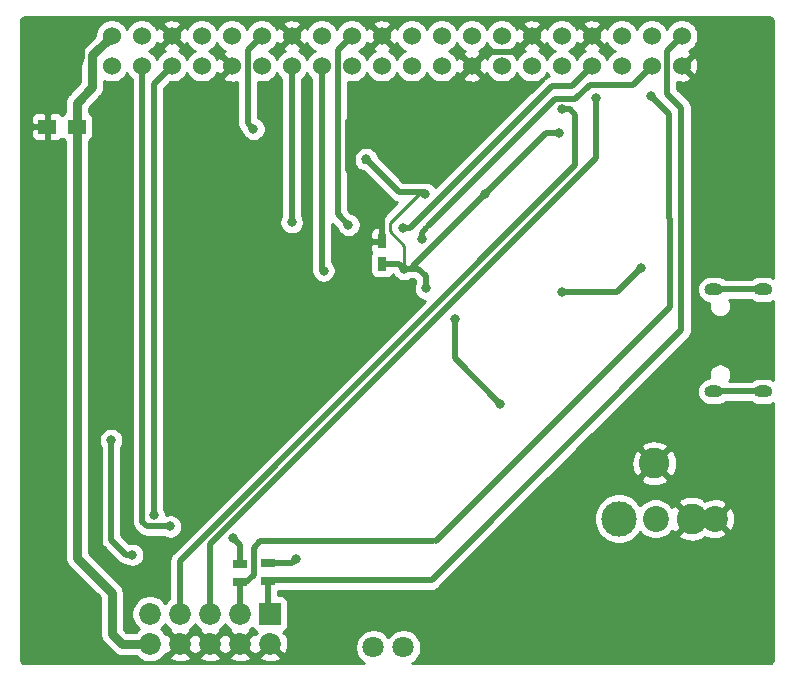
<source format=gbl>
%TF.GenerationSoftware,KiCad,Pcbnew,(5.1.8)-1*%
%TF.CreationDate,2021-11-18T21:11:29+01:00*%
%TF.ProjectId,radioberry-juice,72616469-6f62-4657-9272-792d6a756963,rev?*%
%TF.SameCoordinates,Original*%
%TF.FileFunction,Copper,L2,Bot*%
%TF.FilePolarity,Positive*%
%FSLAX46Y46*%
G04 Gerber Fmt 4.6, Leading zero omitted, Abs format (unit mm)*
G04 Created by KiCad (PCBNEW (5.1.8)-1) date 2021-11-18 21:11:29*
%MOMM*%
%LPD*%
G01*
G04 APERTURE LIST*
%TA.AperFunction,SMDPad,CuDef*%
%ADD10R,0.750000X1.200000*%
%TD*%
%TA.AperFunction,ComponentPad*%
%ADD11C,1.850000*%
%TD*%
%TA.AperFunction,ComponentPad*%
%ADD12R,1.850000X1.850000*%
%TD*%
%TA.AperFunction,ComponentPad*%
%ADD13C,1.524000*%
%TD*%
%TA.AperFunction,ComponentPad*%
%ADD14C,2.200000*%
%TD*%
%TA.AperFunction,ComponentPad*%
%ADD15C,2.600000*%
%TD*%
%TA.AperFunction,ComponentPad*%
%ADD16C,3.000000*%
%TD*%
%TA.AperFunction,ComponentPad*%
%ADD17C,5.300000*%
%TD*%
%TA.AperFunction,SMDPad,CuDef*%
%ADD18R,1.143000X0.635000*%
%TD*%
%TA.AperFunction,SMDPad,CuDef*%
%ADD19R,1.500000X1.250000*%
%TD*%
%TA.AperFunction,ComponentPad*%
%ADD20C,1.800000*%
%TD*%
%TA.AperFunction,ViaPad*%
%ADD21C,0.800000*%
%TD*%
%TA.AperFunction,Conductor*%
%ADD22C,0.500000*%
%TD*%
%TA.AperFunction,Conductor*%
%ADD23C,0.250000*%
%TD*%
%TA.AperFunction,Conductor*%
%ADD24C,0.750000*%
%TD*%
%TA.AperFunction,Conductor*%
%ADD25C,0.254000*%
%TD*%
%TA.AperFunction,Conductor*%
%ADD26C,0.100000*%
%TD*%
G04 APERTURE END LIST*
D10*
%TO.P,C22,1*%
%TO.N,VCC3V3*%
X121250000Y-92500000D03*
%TO.P,C22,2*%
%TO.N,GND*%
X121250000Y-90600000D03*
%TD*%
D11*
%TO.P,DB1,10*%
%TO.N,+5V*%
X101590000Y-124690000D03*
%TO.P,DB1,9*%
%TO.N,+3V3*%
X101590000Y-122150000D03*
%TO.P,DB1,8*%
%TO.N,GND*%
X104130000Y-124690000D03*
%TO.P,DB1,7*%
%TO.N,EXT_CLK_IN*%
X104130000Y-122150000D03*
%TO.P,DB1,6*%
%TO.N,GND*%
X106670000Y-124690000D03*
%TO.P,DB1,5*%
%TO.N,EXT_GPIO_2*%
X106670000Y-122150000D03*
%TO.P,DB1,4*%
%TO.N,GND*%
X109210000Y-124690000D03*
%TO.P,DB1,3*%
%TO.N,EXT_GPIO_1*%
X109210000Y-122150000D03*
%TO.P,DB1,2*%
%TO.N,GND*%
X111750000Y-124690000D03*
D12*
%TO.P,DB1,1*%
%TO.N,EXT_GPIO_0*%
X111750000Y-122150000D03*
%TD*%
D13*
%TO.P,J5,40*%
%TO.N,EXT_GPIO_0*%
X146630000Y-73230000D03*
%TO.P,J5,39*%
%TO.N,GND*%
X146630000Y-75770000D03*
%TO.P,J5,38*%
%TO.N,EXT_GPIO_1*%
X144090000Y-73230000D03*
%TO.P,J5,37*%
%TO.N,NSTATUS*%
X144090000Y-75770000D03*
%TO.P,J5,36*%
%TO.N,EXT_GPIO_2*%
X141550000Y-73230000D03*
%TO.P,J5,35*%
%TO.N,DATA0*%
X141550000Y-75770000D03*
%TO.P,J5,34*%
%TO.N,GND*%
X139010000Y-73230000D03*
%TO.P,J5,33*%
%TO.N,P_DATA0*%
X139010000Y-75770000D03*
%TO.P,J5,32*%
%TO.N,DATA1*%
X136470000Y-73230000D03*
%TO.P,J5,31*%
%TO.N,EXT_CLK_IN*%
X136470000Y-75770000D03*
%TO.P,J5,30*%
%TO.N,GND*%
X133930000Y-73230000D03*
%TO.P,J5,29*%
%TO.N,DATA2*%
X133930000Y-75770000D03*
%TO.P,J5,28*%
%TO.N,DATA4*%
X131390000Y-73230000D03*
%TO.P,J5,27*%
%TO.N,DATA3*%
X131390000Y-75770000D03*
%TO.P,J5,26*%
%TO.N,DATA5*%
X128850000Y-73230000D03*
%TO.P,J5,25*%
%TO.N,GND*%
X128850000Y-75770000D03*
%TO.P,J5,24*%
%TO.N,DATA7*%
X126310000Y-73230000D03*
%TO.P,J5,23*%
%TO.N,DATA6*%
X126310000Y-75770000D03*
%TO.P,J5,22*%
%TO.N,TXE#*%
X123770000Y-73230000D03*
%TO.P,J5,21*%
%TO.N,RXF#*%
X123770000Y-75770000D03*
%TO.P,J5,20*%
%TO.N,GND*%
X121230000Y-73230000D03*
%TO.P,J5,19*%
%TO.N,RD#*%
X121230000Y-75770000D03*
%TO.P,J5,18*%
%TO.N,DCLK*%
X118690000Y-73230000D03*
%TO.P,J5,17*%
%TO.N,Net-(J5-Pad17)*%
X118690000Y-75770000D03*
%TO.P,J5,16*%
%TO.N,WR#*%
X116150000Y-73230000D03*
%TO.P,J5,15*%
%TO.N,CONF_DONE*%
X116150000Y-75770000D03*
%TO.P,J5,14*%
%TO.N,GND*%
X113610000Y-73230000D03*
%TO.P,J5,13*%
%TO.N,NCONFIG*%
X113610000Y-75770000D03*
%TO.P,J5,12*%
%TO.N,OE#*%
X111070000Y-73230000D03*
%TO.P,J5,11*%
%TO.N,SI*%
X111070000Y-75770000D03*
%TO.P,J5,10*%
%TO.N,Net-(J5-Pad10)*%
X108530000Y-73230000D03*
%TO.P,J5,9*%
%TO.N,GND*%
X108530000Y-75770000D03*
%TO.P,J5,8*%
%TO.N,Net-(J5-Pad8)*%
X105990000Y-73230000D03*
%TO.P,J5,7*%
%TO.N,CLKOUT*%
X105990000Y-75770000D03*
%TO.P,J5,6*%
%TO.N,GND*%
X103450000Y-73230000D03*
%TO.P,J5,5*%
%TO.N,Net-(J4-Pad1)*%
X103450000Y-75770000D03*
%TO.P,J5,4*%
%TO.N,+5V*%
X100910000Y-73230000D03*
%TO.P,J5,3*%
%TO.N,Net-(J3-Pad1)*%
X100910000Y-75770000D03*
%TO.P,J5,2*%
%TO.N,+5V*%
X98370000Y-73230000D03*
%TO.P,J5,1*%
%TO.N,+3V3*%
X98370000Y-75770000D03*
%TD*%
D14*
%TO.P,CN1,2*%
%TO.N,GND*%
X149400000Y-114100000D03*
%TO.P,CN1,1*%
%TO.N,Net-(CN1-Pad1)*%
X144400000Y-114100000D03*
D15*
%TO.P,CN1,2*%
%TO.N,GND*%
X144300000Y-109400000D03*
X147450000Y-114100000D03*
D16*
%TO.P,CN1,1*%
%TO.N,Net-(CN1-Pad1)*%
X141300000Y-114100000D03*
%TD*%
%TO.P,J2,S1*%
%TO.N,Net-(J2-PadS1)*%
%TA.AperFunction,ComponentPad*%
G36*
G01*
X153800000Y-103820000D02*
X153200000Y-103820000D01*
G75*
G02*
X152700000Y-103320000I0J500000D01*
G01*
X152700000Y-103320000D01*
G75*
G02*
X153200000Y-102820000I500000J0D01*
G01*
X153800000Y-102820000D01*
G75*
G02*
X154300000Y-103320000I0J-500000D01*
G01*
X154300000Y-103320000D01*
G75*
G02*
X153800000Y-103820000I-500000J0D01*
G01*
G37*
%TD.AperFunction*%
%TA.AperFunction,ComponentPad*%
G36*
G01*
X153800000Y-95180000D02*
X153200000Y-95180000D01*
G75*
G02*
X152700000Y-94680000I0J500000D01*
G01*
X152700000Y-94680000D01*
G75*
G02*
X153200000Y-94180000I500000J0D01*
G01*
X153800000Y-94180000D01*
G75*
G02*
X154300000Y-94680000I0J-500000D01*
G01*
X154300000Y-94680000D01*
G75*
G02*
X153800000Y-95180000I-500000J0D01*
G01*
G37*
%TD.AperFunction*%
%TA.AperFunction,ComponentPad*%
G36*
G01*
X149620000Y-95180000D02*
X149020000Y-95180000D01*
G75*
G02*
X148520000Y-94680000I0J500000D01*
G01*
X148520000Y-94680000D01*
G75*
G02*
X149020000Y-94180000I500000J0D01*
G01*
X149620000Y-94180000D01*
G75*
G02*
X150120000Y-94680000I0J-500000D01*
G01*
X150120000Y-94680000D01*
G75*
G02*
X149620000Y-95180000I-500000J0D01*
G01*
G37*
%TD.AperFunction*%
%TA.AperFunction,ComponentPad*%
G36*
G01*
X149620000Y-103820000D02*
X149020000Y-103820000D01*
G75*
G02*
X148520000Y-103320000I0J500000D01*
G01*
X148520000Y-103320000D01*
G75*
G02*
X149020000Y-102820000I500000J0D01*
G01*
X149620000Y-102820000D01*
G75*
G02*
X150120000Y-103320000I0J-500000D01*
G01*
X150120000Y-103320000D01*
G75*
G02*
X149620000Y-103820000I-500000J0D01*
G01*
G37*
%TD.AperFunction*%
%TD*%
D17*
%TO.P,J9,1*%
%TO.N,GND*%
X151500000Y-123500000D03*
%TD*%
%TO.P,J8,1*%
%TO.N,GND*%
X93500000Y-123500000D03*
%TD*%
%TO.P,J7,1*%
%TO.N,GND*%
X151500000Y-74500000D03*
%TD*%
%TO.P,J6,1*%
%TO.N,GND*%
X93500000Y-74500000D03*
%TD*%
D18*
%TO.P,J3,2*%
%TO.N,EXT_GPIO_0*%
X111550000Y-119362000D03*
%TO.P,J3,1*%
%TO.N,Net-(J3-Pad1)*%
X111550000Y-117838000D03*
%TD*%
%TO.P,J4,1*%
%TO.N,Net-(J4-Pad1)*%
X109250000Y-117938000D03*
%TO.P,J4,2*%
%TO.N,EXT_GPIO_1*%
X109250000Y-119462000D03*
%TD*%
D19*
%TO.P,C35,2*%
%TO.N,GND*%
X92900000Y-80900000D03*
%TO.P,C35,1*%
%TO.N,+5V*%
X95400000Y-80900000D03*
%TD*%
D20*
%TO.P,J1,1*%
%TO.N,Net-(C37-Pad1)*%
X123050000Y-125000000D03*
%TO.P,J1,2*%
%TO.N,Vout*%
X120510000Y-125000000D03*
%TD*%
D21*
%TO.N,GND*%
X103875000Y-94625000D03*
X104125000Y-87375000D03*
X109050000Y-87200000D03*
X109300000Y-94575000D03*
X104075000Y-90875000D03*
X109300000Y-90900000D03*
X92125000Y-85775000D03*
X92125000Y-90325000D03*
X91975000Y-95350000D03*
X92050000Y-100150000D03*
X91975000Y-105275000D03*
X112775000Y-100975000D03*
%TO.N,+3V3*%
X100100000Y-117150000D03*
X98300000Y-107450000D03*
%TO.N,VCC3V3*%
X123100000Y-92950000D03*
X124950000Y-94600000D03*
X119900000Y-83650000D03*
X136250000Y-81450000D03*
X124900000Y-86600000D03*
X129950000Y-86600000D03*
%TO.N,VPHY*%
X136450000Y-94925000D03*
X143200000Y-92900000D03*
%TO.N,NSTATUS*%
X124600000Y-90450000D03*
%TO.N,P_DATA0*%
X123050000Y-89450000D03*
%TO.N,DCLK*%
X118400000Y-89225000D03*
%TO.N,CONF_DONE*%
X116300000Y-93100000D03*
%TO.N,NCONFIG*%
X113600000Y-89000000D03*
%TO.N,OE#*%
X110350000Y-81100000D03*
%TO.N,EXT_GPIO_2*%
X139400000Y-78450000D03*
%TO.N,EXT_GPIO_1*%
X144050000Y-78300000D03*
%TO.N,EXT_CLK_IN*%
X136470000Y-79430000D03*
%TO.N,Net-(R15-Pad1)*%
X127400000Y-97200000D03*
X131250000Y-104350000D03*
%TO.N,Net-(J4-Pad1)*%
X108650000Y-115700000D03*
X101900000Y-113750000D03*
%TO.N,Net-(J3-Pad1)*%
X113950000Y-117550000D03*
X103300000Y-114750000D03*
%TD*%
D22*
%TO.N,GND*%
X130062001Y-74557999D02*
X128850000Y-75770000D01*
X132602001Y-74557999D02*
X130062001Y-74557999D01*
X133930000Y-73230000D02*
X132602001Y-74557999D01*
X128850000Y-75770000D02*
X126270000Y-78350000D01*
X120500000Y-78350000D02*
X118512500Y-80337500D01*
X126270000Y-78350000D02*
X120500000Y-78350000D01*
D23*
X118400000Y-80450000D02*
X118512500Y-80337500D01*
D22*
X118400000Y-84600000D02*
X121250000Y-87450000D01*
X118400000Y-80450000D02*
X118400000Y-84600000D01*
X121250000Y-90600000D02*
X121250000Y-87600000D01*
D23*
X121250000Y-87600000D02*
X121250000Y-87450000D01*
D22*
%TO.N,+3V3*%
X98300000Y-107450000D02*
X98300000Y-115875000D01*
X99575000Y-117150000D02*
X100100000Y-117150000D01*
X98300000Y-115875000D02*
X99575000Y-117150000D01*
D24*
%TO.N,+5V*%
X98350000Y-120350000D02*
X95400000Y-117400000D01*
X99190000Y-124690000D02*
X98350000Y-123850000D01*
X101590000Y-124690000D02*
X99190000Y-124690000D01*
X98350000Y-123850000D02*
X98350000Y-120350000D01*
X95400000Y-117200000D02*
X95400000Y-80900000D01*
D23*
X95400000Y-117200000D02*
X95400000Y-117400000D01*
D24*
X95400000Y-78900000D02*
X96725001Y-77574999D01*
X95400000Y-80900000D02*
X95400000Y-78900000D01*
X96725001Y-74874999D02*
X98370000Y-73230000D01*
X96725001Y-77574999D02*
X96725001Y-74874999D01*
D23*
%TO.N,VCC3V3*%
X119650000Y-83900000D02*
X119900000Y-83650000D01*
X123665685Y-92950000D02*
X135165685Y-81450000D01*
X123100000Y-92950000D02*
X123665685Y-92950000D01*
X135165685Y-81450000D02*
X136250000Y-81450000D01*
X124334315Y-86600000D02*
X124900000Y-86600000D01*
X121900000Y-89034315D02*
X124334315Y-86600000D01*
X121900000Y-89774999D02*
X121900000Y-89034315D01*
X123100000Y-90974999D02*
X121900000Y-89774999D01*
X123100000Y-92950000D02*
X123100000Y-90974999D01*
D22*
X122650000Y-92500000D02*
X123100000Y-92950000D01*
X121250000Y-92500000D02*
X122650000Y-92500000D01*
X124950000Y-93575000D02*
X124325000Y-92950000D01*
X124950000Y-94600000D02*
X124950000Y-93575000D01*
X123850000Y-92700000D02*
X129950000Y-86600000D01*
X123850000Y-92950000D02*
X123850000Y-92700000D01*
X124325000Y-92950000D02*
X123850000Y-92950000D01*
X123850000Y-92950000D02*
X123100000Y-92950000D01*
X135100000Y-81450000D02*
X129950000Y-86600000D01*
X136250000Y-81450000D02*
X135100000Y-81450000D01*
X119900000Y-83650000D02*
X122687500Y-86437500D01*
X124737500Y-86437500D02*
X124900000Y-86600000D01*
X122687500Y-86437500D02*
X124737500Y-86437500D01*
%TO.N,VPHY*%
X141175000Y-94925000D02*
X143200000Y-92900000D01*
X136450000Y-94925000D02*
X141175000Y-94925000D01*
%TO.N,NSTATUS*%
X124600000Y-89884314D02*
X124979657Y-89504657D01*
X124600000Y-90450000D02*
X124600000Y-89884314D01*
X137620001Y-78579999D02*
X138846501Y-77353499D01*
X135904315Y-78579999D02*
X137620001Y-78579999D01*
X125129657Y-89354657D02*
X135904315Y-78579999D01*
D23*
X124979657Y-89504657D02*
X125129657Y-89354657D01*
D22*
X142506501Y-77353499D02*
X144090000Y-75770000D01*
X138846501Y-77353499D02*
X142506501Y-77353499D01*
%TO.N,P_DATA0*%
X135612186Y-77453499D02*
X137326501Y-77453499D01*
X123615685Y-89450000D02*
X135612186Y-77453499D01*
X123050000Y-89450000D02*
X123615685Y-89450000D01*
X137326501Y-77453499D02*
X139010000Y-75770000D01*
%TO.N,DCLK*%
X117477999Y-88302999D02*
X118400000Y-89225000D01*
X117477999Y-74442001D02*
X117477999Y-88302999D01*
X118690000Y-73230000D02*
X117477999Y-74442001D01*
%TO.N,CONF_DONE*%
X116150000Y-92950000D02*
X116300000Y-93100000D01*
X116150000Y-75770000D02*
X116150000Y-92950000D01*
%TO.N,NCONFIG*%
X113610000Y-88990000D02*
X113600000Y-89000000D01*
X113610000Y-75770000D02*
X113610000Y-88990000D01*
%TO.N,OE#*%
X109857999Y-80607999D02*
X110350000Y-81100000D01*
X109857999Y-74442001D02*
X109857999Y-80607999D01*
X111070000Y-73230000D02*
X109857999Y-74442001D01*
%TO.N,Net-(J2-PadS1)*%
X149320000Y-94680000D02*
X153500000Y-94680000D01*
X149320000Y-103320000D02*
X153500000Y-103320000D01*
%TO.N,EXT_GPIO_2*%
X106670000Y-122150000D02*
X106670000Y-116255000D01*
X139400000Y-83525000D02*
X139400000Y-78450000D01*
X106670000Y-116255000D02*
X139400000Y-83525000D01*
D23*
%TO.N,EXT_GPIO_1*%
X109250000Y-119462000D02*
X109638000Y-119462000D01*
X145650000Y-79900000D02*
X145650000Y-80150000D01*
X145650000Y-80150000D02*
X145650000Y-80050000D01*
D22*
X109250000Y-122110000D02*
X109210000Y-122150000D01*
X109250000Y-119462000D02*
X109250000Y-122110000D01*
X144050000Y-78300000D02*
X145575000Y-79825000D01*
D23*
X145575000Y-79825000D02*
X145650000Y-79900000D01*
D22*
X145650000Y-88725000D02*
X145650000Y-95900000D01*
X145575000Y-88650000D02*
X145650000Y-88725000D01*
X145575000Y-79825000D02*
X145575000Y-88650000D01*
D23*
X145650000Y-95900000D02*
X145650000Y-80150000D01*
D22*
X145650000Y-96150000D02*
X125800000Y-116000000D01*
X145650000Y-95900000D02*
X145650000Y-96150000D01*
D23*
X125550000Y-116000000D02*
X125800000Y-116000000D01*
D22*
X111750000Y-116000000D02*
X125550000Y-116000000D01*
X110400000Y-116550000D02*
X110950000Y-116000000D01*
X110400000Y-118825000D02*
X110400000Y-116550000D01*
X110375000Y-118825000D02*
X110400000Y-118825000D01*
X110950000Y-116000000D02*
X111750000Y-116000000D01*
X109738000Y-119462000D02*
X110375000Y-118825000D01*
X109250000Y-119462000D02*
X109738000Y-119462000D01*
%TO.N,EXT_GPIO_0*%
X111550000Y-121950000D02*
X111750000Y-122150000D01*
X111550000Y-119362000D02*
X111550000Y-121950000D01*
X111597037Y-119314963D02*
X111550000Y-119362000D01*
X125435037Y-119314963D02*
X123114963Y-119314963D01*
X146600000Y-98150000D02*
X125435037Y-119314963D01*
X145375000Y-78100000D02*
X146600000Y-79325000D01*
X146600000Y-79325000D02*
X146600000Y-98150000D01*
X146630000Y-73230000D02*
X145375000Y-74485000D01*
X145375000Y-74485000D02*
X145375000Y-78100000D01*
X123114963Y-119314963D02*
X111597037Y-119314963D01*
X123475000Y-119314963D02*
X123114963Y-119314963D01*
%TO.N,EXT_CLK_IN*%
X104130000Y-117656814D02*
X104130000Y-122150000D01*
X137625000Y-84161814D02*
X104130000Y-117656814D01*
X137625000Y-79925000D02*
X137625000Y-84161814D01*
X137130000Y-79430000D02*
X137625000Y-79925000D01*
X136470000Y-79430000D02*
X137130000Y-79430000D01*
%TO.N,Net-(R15-Pad1)*%
X127400000Y-100500000D02*
X131250000Y-104350000D01*
X127400000Y-97200000D02*
X127400000Y-100500000D01*
%TO.N,Net-(J4-Pad1)*%
X109250000Y-116300000D02*
X108650000Y-115700000D01*
X109250000Y-117938000D02*
X109250000Y-116300000D01*
X101900000Y-77320000D02*
X101900000Y-77475000D01*
X103450000Y-75770000D02*
X101900000Y-77320000D01*
D23*
X101900000Y-77475000D02*
X101900000Y-113750000D01*
D22*
X101900000Y-78050000D02*
X101900000Y-113750000D01*
X101900000Y-77320000D02*
X101900000Y-78050000D01*
%TO.N,Net-(J3-Pad1)*%
X113662000Y-117838000D02*
X113950000Y-117550000D01*
X111550000Y-117838000D02*
X113662000Y-117838000D01*
X100950001Y-75810001D02*
X100950001Y-114375001D01*
X100910000Y-75770000D02*
X100950001Y-75810001D01*
X101325000Y-114750000D02*
X103300000Y-114750000D01*
X100950001Y-114375001D02*
X101325000Y-114750000D01*
%TD*%
D25*
%TO.N,GND*%
X154065424Y-71669580D02*
X154128356Y-71688580D01*
X154186405Y-71719445D01*
X154237343Y-71760989D01*
X154279248Y-71811644D01*
X154310515Y-71869471D01*
X154329956Y-71932272D01*
X154340001Y-72027845D01*
X154340001Y-93684403D01*
X154235521Y-93628558D01*
X154022027Y-93563795D01*
X153800000Y-93541927D01*
X153200000Y-93541927D01*
X152977973Y-93563795D01*
X152764479Y-93628558D01*
X152567721Y-93733727D01*
X152493060Y-93795000D01*
X150326940Y-93795000D01*
X150252279Y-93733727D01*
X150055521Y-93628558D01*
X149842027Y-93563795D01*
X149620000Y-93541927D01*
X149020000Y-93541927D01*
X148797973Y-93563795D01*
X148584479Y-93628558D01*
X148387721Y-93733727D01*
X148215262Y-93875261D01*
X148073728Y-94047720D01*
X147968559Y-94244478D01*
X147903796Y-94457972D01*
X147881928Y-94679999D01*
X147881928Y-94680001D01*
X147903796Y-94902028D01*
X147968559Y-95115522D01*
X148073728Y-95312280D01*
X148215262Y-95484739D01*
X148387721Y-95626273D01*
X148584479Y-95731442D01*
X148797973Y-95796205D01*
X148931300Y-95809337D01*
X148926892Y-95819978D01*
X148890000Y-96005448D01*
X148890000Y-96194552D01*
X148926892Y-96380022D01*
X148999259Y-96554731D01*
X149104319Y-96711964D01*
X149238036Y-96845681D01*
X149395269Y-96950741D01*
X149569978Y-97023108D01*
X149755448Y-97060000D01*
X149944552Y-97060000D01*
X150130022Y-97023108D01*
X150304731Y-96950741D01*
X150461964Y-96845681D01*
X150595681Y-96711964D01*
X150700741Y-96554731D01*
X150773108Y-96380022D01*
X150810000Y-96194552D01*
X150810000Y-96005448D01*
X150773108Y-95819978D01*
X150700741Y-95645269D01*
X150647107Y-95565000D01*
X152493060Y-95565000D01*
X152567721Y-95626273D01*
X152764479Y-95731442D01*
X152977973Y-95796205D01*
X153200000Y-95818073D01*
X153800000Y-95818073D01*
X154022027Y-95796205D01*
X154235521Y-95731442D01*
X154340001Y-95675597D01*
X154340000Y-102324403D01*
X154235521Y-102268558D01*
X154022027Y-102203795D01*
X153800000Y-102181927D01*
X153200000Y-102181927D01*
X152977973Y-102203795D01*
X152764479Y-102268558D01*
X152567721Y-102373727D01*
X152493060Y-102435000D01*
X150647107Y-102435000D01*
X150700741Y-102354731D01*
X150773108Y-102180022D01*
X150810000Y-101994552D01*
X150810000Y-101805448D01*
X150773108Y-101619978D01*
X150700741Y-101445269D01*
X150595681Y-101288036D01*
X150461964Y-101154319D01*
X150304731Y-101049259D01*
X150130022Y-100976892D01*
X149944552Y-100940000D01*
X149755448Y-100940000D01*
X149569978Y-100976892D01*
X149395269Y-101049259D01*
X149238036Y-101154319D01*
X149104319Y-101288036D01*
X148999259Y-101445269D01*
X148926892Y-101619978D01*
X148890000Y-101805448D01*
X148890000Y-101994552D01*
X148926892Y-102180022D01*
X148931300Y-102190663D01*
X148797973Y-102203795D01*
X148584479Y-102268558D01*
X148387721Y-102373727D01*
X148215262Y-102515261D01*
X148073728Y-102687720D01*
X147968559Y-102884478D01*
X147903796Y-103097972D01*
X147881928Y-103319999D01*
X147881928Y-103320001D01*
X147903796Y-103542028D01*
X147968559Y-103755522D01*
X148073728Y-103952280D01*
X148215262Y-104124739D01*
X148387721Y-104266273D01*
X148584479Y-104371442D01*
X148797973Y-104436205D01*
X149020000Y-104458073D01*
X149620000Y-104458073D01*
X149842027Y-104436205D01*
X150055521Y-104371442D01*
X150252279Y-104266273D01*
X150326940Y-104205000D01*
X152493060Y-104205000D01*
X152567721Y-104266273D01*
X152764479Y-104371442D01*
X152977973Y-104436205D01*
X153200000Y-104458073D01*
X153800000Y-104458073D01*
X154022027Y-104436205D01*
X154235521Y-104371442D01*
X154340000Y-104315597D01*
X154340000Y-125967721D01*
X154330420Y-126065424D01*
X154311420Y-126128357D01*
X154280554Y-126186406D01*
X154239011Y-126237343D01*
X154188356Y-126279248D01*
X154130529Y-126310515D01*
X154067728Y-126329956D01*
X153972165Y-126340000D01*
X123807475Y-126340000D01*
X124028505Y-126192312D01*
X124242312Y-125978505D01*
X124410299Y-125727095D01*
X124526011Y-125447743D01*
X124585000Y-125151184D01*
X124585000Y-124848816D01*
X124526011Y-124552257D01*
X124410299Y-124272905D01*
X124242312Y-124021495D01*
X124028505Y-123807688D01*
X123777095Y-123639701D01*
X123497743Y-123523989D01*
X123201184Y-123465000D01*
X122898816Y-123465000D01*
X122602257Y-123523989D01*
X122322905Y-123639701D01*
X122071495Y-123807688D01*
X121857688Y-124021495D01*
X121780000Y-124137763D01*
X121702312Y-124021495D01*
X121488505Y-123807688D01*
X121237095Y-123639701D01*
X120957743Y-123523989D01*
X120661184Y-123465000D01*
X120358816Y-123465000D01*
X120062257Y-123523989D01*
X119782905Y-123639701D01*
X119531495Y-123807688D01*
X119317688Y-124021495D01*
X119149701Y-124272905D01*
X119033989Y-124552257D01*
X118975000Y-124848816D01*
X118975000Y-125151184D01*
X119033989Y-125447743D01*
X119149701Y-125727095D01*
X119317688Y-125978505D01*
X119531495Y-126192312D01*
X119752525Y-126340000D01*
X91032279Y-126340000D01*
X90934576Y-126330420D01*
X90871643Y-126311420D01*
X90813594Y-126280554D01*
X90762657Y-126239011D01*
X90720752Y-126188356D01*
X90689485Y-126130529D01*
X90670044Y-126067728D01*
X90660000Y-125972165D01*
X90660000Y-81525000D01*
X91511928Y-81525000D01*
X91524188Y-81649482D01*
X91560498Y-81769180D01*
X91619463Y-81879494D01*
X91698815Y-81976185D01*
X91795506Y-82055537D01*
X91905820Y-82114502D01*
X92025518Y-82150812D01*
X92150000Y-82163072D01*
X92614250Y-82160000D01*
X92773000Y-82001250D01*
X92773000Y-81027000D01*
X91673750Y-81027000D01*
X91515000Y-81185750D01*
X91511928Y-81525000D01*
X90660000Y-81525000D01*
X90660000Y-80275000D01*
X91511928Y-80275000D01*
X91515000Y-80614250D01*
X91673750Y-80773000D01*
X92773000Y-80773000D01*
X92773000Y-79798750D01*
X93027000Y-79798750D01*
X93027000Y-80773000D01*
X93047000Y-80773000D01*
X93047000Y-81027000D01*
X93027000Y-81027000D01*
X93027000Y-82001250D01*
X93185750Y-82160000D01*
X93650000Y-82163072D01*
X93774482Y-82150812D01*
X93894180Y-82114502D01*
X94004494Y-82055537D01*
X94101185Y-81976185D01*
X94150000Y-81916704D01*
X94198815Y-81976185D01*
X94295506Y-82055537D01*
X94390001Y-82106046D01*
X94390000Y-117249607D01*
X94394963Y-117300000D01*
X94385114Y-117400000D01*
X94404615Y-117597994D01*
X94462368Y-117788379D01*
X94556154Y-117963840D01*
X94650744Y-118079099D01*
X97340001Y-120768356D01*
X97340000Y-123800392D01*
X97335114Y-123850000D01*
X97352851Y-124030079D01*
X97354615Y-124047993D01*
X97412368Y-124238379D01*
X97506153Y-124413840D01*
X97632367Y-124567633D01*
X97670906Y-124599261D01*
X98440739Y-125369094D01*
X98472367Y-125407633D01*
X98626160Y-125533847D01*
X98801620Y-125627632D01*
X98992006Y-125685385D01*
X99140392Y-125700000D01*
X99140394Y-125700000D01*
X99189999Y-125704886D01*
X99239604Y-125700000D01*
X100393827Y-125700000D01*
X100595558Y-125901731D01*
X100851063Y-126072454D01*
X101134965Y-126190050D01*
X101436353Y-126250000D01*
X101743647Y-126250000D01*
X102045035Y-126190050D01*
X102328937Y-126072454D01*
X102584442Y-125901731D01*
X102714256Y-125771917D01*
X103227688Y-125771917D01*
X103314393Y-126028653D01*
X103591223Y-126162048D01*
X103888757Y-126238873D01*
X104195562Y-126256176D01*
X104499848Y-126213292D01*
X104789921Y-126111868D01*
X104945607Y-126028653D01*
X105032312Y-125771917D01*
X105767688Y-125771917D01*
X105854393Y-126028653D01*
X106131223Y-126162048D01*
X106428757Y-126238873D01*
X106735562Y-126256176D01*
X107039848Y-126213292D01*
X107329921Y-126111868D01*
X107485607Y-126028653D01*
X107572312Y-125771917D01*
X108307688Y-125771917D01*
X108394393Y-126028653D01*
X108671223Y-126162048D01*
X108968757Y-126238873D01*
X109275562Y-126256176D01*
X109579848Y-126213292D01*
X109869921Y-126111868D01*
X110025607Y-126028653D01*
X110112312Y-125771917D01*
X110847688Y-125771917D01*
X110934393Y-126028653D01*
X111211223Y-126162048D01*
X111508757Y-126238873D01*
X111815562Y-126256176D01*
X112119848Y-126213292D01*
X112409921Y-126111868D01*
X112565607Y-126028653D01*
X112652312Y-125771917D01*
X111750000Y-124869605D01*
X110847688Y-125771917D01*
X110112312Y-125771917D01*
X109210000Y-124869605D01*
X108307688Y-125771917D01*
X107572312Y-125771917D01*
X106670000Y-124869605D01*
X105767688Y-125771917D01*
X105032312Y-125771917D01*
X104130000Y-124869605D01*
X103227688Y-125771917D01*
X102714256Y-125771917D01*
X102801731Y-125684442D01*
X102897313Y-125541394D01*
X103048083Y-125592312D01*
X103950395Y-124690000D01*
X104309605Y-124690000D01*
X105211917Y-125592312D01*
X105400000Y-125528793D01*
X105588083Y-125592312D01*
X106490395Y-124690000D01*
X106849605Y-124690000D01*
X107751917Y-125592312D01*
X107940000Y-125528793D01*
X108128083Y-125592312D01*
X109030395Y-124690000D01*
X108128083Y-123787688D01*
X107940000Y-123851207D01*
X107751917Y-123787688D01*
X106849605Y-124690000D01*
X106490395Y-124690000D01*
X105588083Y-123787688D01*
X105400000Y-123851207D01*
X105211917Y-123787688D01*
X104309605Y-124690000D01*
X103950395Y-124690000D01*
X103048083Y-123787688D01*
X102897313Y-123838606D01*
X102801731Y-123695558D01*
X102584442Y-123478269D01*
X102497236Y-123420000D01*
X102584442Y-123361731D01*
X102801731Y-123144442D01*
X102860000Y-123057236D01*
X102918269Y-123144442D01*
X103135558Y-123361731D01*
X103278606Y-123457313D01*
X103227688Y-123608083D01*
X104130000Y-124510395D01*
X105032312Y-123608083D01*
X104981394Y-123457313D01*
X105124442Y-123361731D01*
X105341731Y-123144442D01*
X105400000Y-123057236D01*
X105458269Y-123144442D01*
X105675558Y-123361731D01*
X105818606Y-123457313D01*
X105767688Y-123608083D01*
X106670000Y-124510395D01*
X107572312Y-123608083D01*
X107521394Y-123457313D01*
X107664442Y-123361731D01*
X107881731Y-123144442D01*
X107940000Y-123057236D01*
X107998269Y-123144442D01*
X108215558Y-123361731D01*
X108358606Y-123457313D01*
X108307688Y-123608083D01*
X109210000Y-124510395D01*
X110112312Y-123608083D01*
X110061394Y-123457313D01*
X110204442Y-123361731D01*
X110239502Y-123326671D01*
X110294463Y-123429494D01*
X110373815Y-123526185D01*
X110470506Y-123605537D01*
X110566938Y-123657082D01*
X110552206Y-123671814D01*
X110668081Y-123787689D01*
X110480000Y-123851207D01*
X110291917Y-123787688D01*
X109389605Y-124690000D01*
X110291917Y-125592312D01*
X110480000Y-125528793D01*
X110668083Y-125592312D01*
X111570395Y-124690000D01*
X111556253Y-124675858D01*
X111735858Y-124496253D01*
X111750000Y-124510395D01*
X111764143Y-124496253D01*
X111943748Y-124675858D01*
X111929605Y-124690000D01*
X112831917Y-125592312D01*
X113088653Y-125505607D01*
X113222048Y-125228777D01*
X113298873Y-124931243D01*
X113316176Y-124624438D01*
X113273292Y-124320152D01*
X113171868Y-124030079D01*
X113088653Y-123874393D01*
X112831919Y-123787689D01*
X112947794Y-123671814D01*
X112933062Y-123657082D01*
X113029494Y-123605537D01*
X113126185Y-123526185D01*
X113205537Y-123429494D01*
X113264502Y-123319180D01*
X113300812Y-123199482D01*
X113313072Y-123075000D01*
X113313072Y-121225000D01*
X113300812Y-121100518D01*
X113264502Y-120980820D01*
X113205537Y-120870506D01*
X113126185Y-120773815D01*
X113029494Y-120694463D01*
X112919180Y-120635498D01*
X112799482Y-120599188D01*
X112675000Y-120586928D01*
X112435000Y-120586928D01*
X112435000Y-120231949D01*
X112475994Y-120210037D01*
X112488269Y-120199963D01*
X125391568Y-120199963D01*
X125435037Y-120204244D01*
X125478506Y-120199963D01*
X125478514Y-120199963D01*
X125608527Y-120187158D01*
X125775350Y-120136552D01*
X125929096Y-120054374D01*
X126063854Y-119943780D01*
X126091571Y-119910007D01*
X132111857Y-113889721D01*
X139165000Y-113889721D01*
X139165000Y-114310279D01*
X139247047Y-114722756D01*
X139407988Y-115111302D01*
X139641637Y-115460983D01*
X139939017Y-115758363D01*
X140288698Y-115992012D01*
X140677244Y-116152953D01*
X141089721Y-116235000D01*
X141510279Y-116235000D01*
X141922756Y-116152953D01*
X142311302Y-115992012D01*
X142660983Y-115758363D01*
X142958363Y-115460983D01*
X143098136Y-115251797D01*
X143294002Y-115447663D01*
X143578169Y-115637537D01*
X143893919Y-115768325D01*
X144229117Y-115835000D01*
X144570883Y-115835000D01*
X144906081Y-115768325D01*
X145221831Y-115637537D01*
X145505998Y-115447663D01*
X145747663Y-115205998D01*
X145800187Y-115127391D01*
X145805688Y-115137683D01*
X146100776Y-115269619D01*
X147270395Y-114100000D01*
X146100776Y-112930381D01*
X145805688Y-113062317D01*
X145800381Y-113072901D01*
X145747663Y-112994002D01*
X145505998Y-112752337D01*
X145503662Y-112750776D01*
X146280381Y-112750776D01*
X147450000Y-113920395D01*
X147464143Y-113906253D01*
X147643748Y-114085858D01*
X147629605Y-114100000D01*
X147643748Y-114114143D01*
X147464143Y-114293748D01*
X147450000Y-114279605D01*
X146280381Y-115449224D01*
X146412317Y-115744312D01*
X146753045Y-115915159D01*
X147120557Y-116016250D01*
X147500729Y-116043701D01*
X147878951Y-115996457D01*
X148240690Y-115876333D01*
X148487683Y-115744312D01*
X148546156Y-115613530D01*
X148787384Y-115732216D01*
X149117585Y-115820369D01*
X149458639Y-115842409D01*
X149797439Y-115797489D01*
X150120966Y-115687336D01*
X150319274Y-115581338D01*
X150427107Y-115306712D01*
X149400000Y-114279605D01*
X149385858Y-114293748D01*
X149376709Y-114284599D01*
X149390038Y-114100000D01*
X149579605Y-114100000D01*
X150606712Y-115127107D01*
X150881338Y-115019274D01*
X151032216Y-114712616D01*
X151120369Y-114382415D01*
X151142409Y-114041361D01*
X151097489Y-113702561D01*
X150987336Y-113379034D01*
X150881338Y-113180726D01*
X150606712Y-113072893D01*
X149579605Y-114100000D01*
X149390038Y-114100000D01*
X149393701Y-114049271D01*
X149376949Y-113915161D01*
X149385858Y-113906253D01*
X149400000Y-113920395D01*
X150427107Y-112893288D01*
X150319274Y-112618662D01*
X150012616Y-112467784D01*
X149682415Y-112379631D01*
X149341361Y-112357591D01*
X149002561Y-112402511D01*
X148679034Y-112512664D01*
X148545153Y-112584225D01*
X148487683Y-112455688D01*
X148146955Y-112284841D01*
X147779443Y-112183750D01*
X147399271Y-112156299D01*
X147021049Y-112203543D01*
X146659310Y-112323667D01*
X146412317Y-112455688D01*
X146280381Y-112750776D01*
X145503662Y-112750776D01*
X145221831Y-112562463D01*
X144906081Y-112431675D01*
X144570883Y-112365000D01*
X144229117Y-112365000D01*
X143893919Y-112431675D01*
X143578169Y-112562463D01*
X143294002Y-112752337D01*
X143098136Y-112948203D01*
X142958363Y-112739017D01*
X142660983Y-112441637D01*
X142311302Y-112207988D01*
X141922756Y-112047047D01*
X141510279Y-111965000D01*
X141089721Y-111965000D01*
X140677244Y-112047047D01*
X140288698Y-112207988D01*
X139939017Y-112441637D01*
X139641637Y-112739017D01*
X139407988Y-113088698D01*
X139247047Y-113477244D01*
X139165000Y-113889721D01*
X132111857Y-113889721D01*
X135252354Y-110749224D01*
X143130381Y-110749224D01*
X143262317Y-111044312D01*
X143603045Y-111215159D01*
X143970557Y-111316250D01*
X144350729Y-111343701D01*
X144728951Y-111296457D01*
X145090690Y-111176333D01*
X145337683Y-111044312D01*
X145469619Y-110749224D01*
X144300000Y-109579605D01*
X143130381Y-110749224D01*
X135252354Y-110749224D01*
X136550849Y-109450729D01*
X142356299Y-109450729D01*
X142403543Y-109828951D01*
X142523667Y-110190690D01*
X142655688Y-110437683D01*
X142950776Y-110569619D01*
X144120395Y-109400000D01*
X144479605Y-109400000D01*
X145649224Y-110569619D01*
X145944312Y-110437683D01*
X146115159Y-110096955D01*
X146216250Y-109729443D01*
X146243701Y-109349271D01*
X146196457Y-108971049D01*
X146076333Y-108609310D01*
X145944312Y-108362317D01*
X145649224Y-108230381D01*
X144479605Y-109400000D01*
X144120395Y-109400000D01*
X142950776Y-108230381D01*
X142655688Y-108362317D01*
X142484841Y-108703045D01*
X142383750Y-109070557D01*
X142356299Y-109450729D01*
X136550849Y-109450729D01*
X137950802Y-108050776D01*
X143130381Y-108050776D01*
X144300000Y-109220395D01*
X145469619Y-108050776D01*
X145337683Y-107755688D01*
X144996955Y-107584841D01*
X144629443Y-107483750D01*
X144249271Y-107456299D01*
X143871049Y-107503543D01*
X143509310Y-107623667D01*
X143262317Y-107755688D01*
X143130381Y-108050776D01*
X137950802Y-108050776D01*
X147195049Y-98806530D01*
X147228817Y-98778817D01*
X147339411Y-98644059D01*
X147421589Y-98490313D01*
X147472195Y-98323490D01*
X147485000Y-98193477D01*
X147485000Y-98193469D01*
X147489281Y-98150000D01*
X147485000Y-98106531D01*
X147485000Y-79368469D01*
X147489281Y-79325000D01*
X147485000Y-79281531D01*
X147485000Y-79281523D01*
X147472195Y-79151510D01*
X147442253Y-79052805D01*
X147421589Y-78984686D01*
X147339411Y-78830941D01*
X147256532Y-78729953D01*
X147256530Y-78729951D01*
X147228817Y-78696183D01*
X147195050Y-78668471D01*
X146260000Y-77733422D01*
X146260000Y-77117555D01*
X146427135Y-77159023D01*
X146702017Y-77171910D01*
X146974133Y-77130922D01*
X147233023Y-77037636D01*
X147348980Y-76975656D01*
X147415960Y-76735565D01*
X146630000Y-75949605D01*
X146615858Y-75963748D01*
X146436253Y-75784143D01*
X146450395Y-75770000D01*
X146809605Y-75770000D01*
X147595565Y-76555960D01*
X147835656Y-76488980D01*
X147952756Y-76239952D01*
X148019023Y-75972865D01*
X148031910Y-75697983D01*
X147990922Y-75425867D01*
X147897636Y-75166977D01*
X147835656Y-75051020D01*
X147595565Y-74984040D01*
X146809605Y-75770000D01*
X146450395Y-75770000D01*
X146436253Y-75755858D01*
X146615858Y-75576253D01*
X146630000Y-75590395D01*
X147415960Y-74804435D01*
X147348980Y-74564344D01*
X147213240Y-74500515D01*
X147291727Y-74468005D01*
X147520535Y-74315120D01*
X147715120Y-74120535D01*
X147868005Y-73891727D01*
X147973314Y-73637490D01*
X148027000Y-73367592D01*
X148027000Y-73092408D01*
X147973314Y-72822510D01*
X147868005Y-72568273D01*
X147715120Y-72339465D01*
X147520535Y-72144880D01*
X147291727Y-71991995D01*
X147037490Y-71886686D01*
X146767592Y-71833000D01*
X146492408Y-71833000D01*
X146222510Y-71886686D01*
X145968273Y-71991995D01*
X145739465Y-72144880D01*
X145544880Y-72339465D01*
X145391995Y-72568273D01*
X145360000Y-72645515D01*
X145328005Y-72568273D01*
X145175120Y-72339465D01*
X144980535Y-72144880D01*
X144751727Y-71991995D01*
X144497490Y-71886686D01*
X144227592Y-71833000D01*
X143952408Y-71833000D01*
X143682510Y-71886686D01*
X143428273Y-71991995D01*
X143199465Y-72144880D01*
X143004880Y-72339465D01*
X142851995Y-72568273D01*
X142820000Y-72645515D01*
X142788005Y-72568273D01*
X142635120Y-72339465D01*
X142440535Y-72144880D01*
X142211727Y-71991995D01*
X141957490Y-71886686D01*
X141687592Y-71833000D01*
X141412408Y-71833000D01*
X141142510Y-71886686D01*
X140888273Y-71991995D01*
X140659465Y-72144880D01*
X140464880Y-72339465D01*
X140311995Y-72568273D01*
X140282308Y-72639943D01*
X140277636Y-72626977D01*
X140215656Y-72511020D01*
X139975565Y-72444040D01*
X139189605Y-73230000D01*
X139975565Y-74015960D01*
X140215656Y-73948980D01*
X140279485Y-73813240D01*
X140311995Y-73891727D01*
X140464880Y-74120535D01*
X140659465Y-74315120D01*
X140888273Y-74468005D01*
X140965515Y-74500000D01*
X140888273Y-74531995D01*
X140659465Y-74684880D01*
X140464880Y-74879465D01*
X140311995Y-75108273D01*
X140280000Y-75185515D01*
X140248005Y-75108273D01*
X140095120Y-74879465D01*
X139900535Y-74684880D01*
X139671727Y-74531995D01*
X139600057Y-74502308D01*
X139613023Y-74497636D01*
X139728980Y-74435656D01*
X139795960Y-74195565D01*
X139010000Y-73409605D01*
X138224040Y-74195565D01*
X138291020Y-74435656D01*
X138426760Y-74499485D01*
X138348273Y-74531995D01*
X138119465Y-74684880D01*
X137924880Y-74879465D01*
X137771995Y-75108273D01*
X137740000Y-75185515D01*
X137708005Y-75108273D01*
X137555120Y-74879465D01*
X137360535Y-74684880D01*
X137131727Y-74531995D01*
X137054485Y-74500000D01*
X137131727Y-74468005D01*
X137360535Y-74315120D01*
X137555120Y-74120535D01*
X137708005Y-73891727D01*
X137737692Y-73820057D01*
X137742364Y-73833023D01*
X137804344Y-73948980D01*
X138044435Y-74015960D01*
X138830395Y-73230000D01*
X138044435Y-72444040D01*
X137804344Y-72511020D01*
X137740515Y-72646760D01*
X137708005Y-72568273D01*
X137555120Y-72339465D01*
X137480090Y-72264435D01*
X138224040Y-72264435D01*
X139010000Y-73050395D01*
X139795960Y-72264435D01*
X139728980Y-72024344D01*
X139479952Y-71907244D01*
X139212865Y-71840977D01*
X138937983Y-71828090D01*
X138665867Y-71869078D01*
X138406977Y-71962364D01*
X138291020Y-72024344D01*
X138224040Y-72264435D01*
X137480090Y-72264435D01*
X137360535Y-72144880D01*
X137131727Y-71991995D01*
X136877490Y-71886686D01*
X136607592Y-71833000D01*
X136332408Y-71833000D01*
X136062510Y-71886686D01*
X135808273Y-71991995D01*
X135579465Y-72144880D01*
X135384880Y-72339465D01*
X135231995Y-72568273D01*
X135202308Y-72639943D01*
X135197636Y-72626977D01*
X135135656Y-72511020D01*
X134895565Y-72444040D01*
X134109605Y-73230000D01*
X134895565Y-74015960D01*
X135135656Y-73948980D01*
X135199485Y-73813240D01*
X135231995Y-73891727D01*
X135384880Y-74120535D01*
X135579465Y-74315120D01*
X135808273Y-74468005D01*
X135885515Y-74500000D01*
X135808273Y-74531995D01*
X135579465Y-74684880D01*
X135384880Y-74879465D01*
X135231995Y-75108273D01*
X135200000Y-75185515D01*
X135168005Y-75108273D01*
X135015120Y-74879465D01*
X134820535Y-74684880D01*
X134591727Y-74531995D01*
X134520057Y-74502308D01*
X134533023Y-74497636D01*
X134648980Y-74435656D01*
X134715960Y-74195565D01*
X133930000Y-73409605D01*
X133144040Y-74195565D01*
X133211020Y-74435656D01*
X133346760Y-74499485D01*
X133268273Y-74531995D01*
X133039465Y-74684880D01*
X132844880Y-74879465D01*
X132691995Y-75108273D01*
X132660000Y-75185515D01*
X132628005Y-75108273D01*
X132475120Y-74879465D01*
X132280535Y-74684880D01*
X132051727Y-74531995D01*
X131974485Y-74500000D01*
X132051727Y-74468005D01*
X132280535Y-74315120D01*
X132475120Y-74120535D01*
X132628005Y-73891727D01*
X132657692Y-73820057D01*
X132662364Y-73833023D01*
X132724344Y-73948980D01*
X132964435Y-74015960D01*
X133750395Y-73230000D01*
X132964435Y-72444040D01*
X132724344Y-72511020D01*
X132660515Y-72646760D01*
X132628005Y-72568273D01*
X132475120Y-72339465D01*
X132400090Y-72264435D01*
X133144040Y-72264435D01*
X133930000Y-73050395D01*
X134715960Y-72264435D01*
X134648980Y-72024344D01*
X134399952Y-71907244D01*
X134132865Y-71840977D01*
X133857983Y-71828090D01*
X133585867Y-71869078D01*
X133326977Y-71962364D01*
X133211020Y-72024344D01*
X133144040Y-72264435D01*
X132400090Y-72264435D01*
X132280535Y-72144880D01*
X132051727Y-71991995D01*
X131797490Y-71886686D01*
X131527592Y-71833000D01*
X131252408Y-71833000D01*
X130982510Y-71886686D01*
X130728273Y-71991995D01*
X130499465Y-72144880D01*
X130304880Y-72339465D01*
X130151995Y-72568273D01*
X130120000Y-72645515D01*
X130088005Y-72568273D01*
X129935120Y-72339465D01*
X129740535Y-72144880D01*
X129511727Y-71991995D01*
X129257490Y-71886686D01*
X128987592Y-71833000D01*
X128712408Y-71833000D01*
X128442510Y-71886686D01*
X128188273Y-71991995D01*
X127959465Y-72144880D01*
X127764880Y-72339465D01*
X127611995Y-72568273D01*
X127580000Y-72645515D01*
X127548005Y-72568273D01*
X127395120Y-72339465D01*
X127200535Y-72144880D01*
X126971727Y-71991995D01*
X126717490Y-71886686D01*
X126447592Y-71833000D01*
X126172408Y-71833000D01*
X125902510Y-71886686D01*
X125648273Y-71991995D01*
X125419465Y-72144880D01*
X125224880Y-72339465D01*
X125071995Y-72568273D01*
X125040000Y-72645515D01*
X125008005Y-72568273D01*
X124855120Y-72339465D01*
X124660535Y-72144880D01*
X124431727Y-71991995D01*
X124177490Y-71886686D01*
X123907592Y-71833000D01*
X123632408Y-71833000D01*
X123362510Y-71886686D01*
X123108273Y-71991995D01*
X122879465Y-72144880D01*
X122684880Y-72339465D01*
X122531995Y-72568273D01*
X122502308Y-72639943D01*
X122497636Y-72626977D01*
X122435656Y-72511020D01*
X122195565Y-72444040D01*
X121409605Y-73230000D01*
X122195565Y-74015960D01*
X122435656Y-73948980D01*
X122499485Y-73813240D01*
X122531995Y-73891727D01*
X122684880Y-74120535D01*
X122879465Y-74315120D01*
X123108273Y-74468005D01*
X123185515Y-74500000D01*
X123108273Y-74531995D01*
X122879465Y-74684880D01*
X122684880Y-74879465D01*
X122531995Y-75108273D01*
X122500000Y-75185515D01*
X122468005Y-75108273D01*
X122315120Y-74879465D01*
X122120535Y-74684880D01*
X121891727Y-74531995D01*
X121820057Y-74502308D01*
X121833023Y-74497636D01*
X121948980Y-74435656D01*
X122015960Y-74195565D01*
X121230000Y-73409605D01*
X120444040Y-74195565D01*
X120511020Y-74435656D01*
X120646760Y-74499485D01*
X120568273Y-74531995D01*
X120339465Y-74684880D01*
X120144880Y-74879465D01*
X119991995Y-75108273D01*
X119960000Y-75185515D01*
X119928005Y-75108273D01*
X119775120Y-74879465D01*
X119580535Y-74684880D01*
X119351727Y-74531995D01*
X119274485Y-74500000D01*
X119351727Y-74468005D01*
X119580535Y-74315120D01*
X119775120Y-74120535D01*
X119928005Y-73891727D01*
X119957692Y-73820057D01*
X119962364Y-73833023D01*
X120024344Y-73948980D01*
X120264435Y-74015960D01*
X121050395Y-73230000D01*
X120264435Y-72444040D01*
X120024344Y-72511020D01*
X119960515Y-72646760D01*
X119928005Y-72568273D01*
X119775120Y-72339465D01*
X119700090Y-72264435D01*
X120444040Y-72264435D01*
X121230000Y-73050395D01*
X122015960Y-72264435D01*
X121948980Y-72024344D01*
X121699952Y-71907244D01*
X121432865Y-71840977D01*
X121157983Y-71828090D01*
X120885867Y-71869078D01*
X120626977Y-71962364D01*
X120511020Y-72024344D01*
X120444040Y-72264435D01*
X119700090Y-72264435D01*
X119580535Y-72144880D01*
X119351727Y-71991995D01*
X119097490Y-71886686D01*
X118827592Y-71833000D01*
X118552408Y-71833000D01*
X118282510Y-71886686D01*
X118028273Y-71991995D01*
X117799465Y-72144880D01*
X117604880Y-72339465D01*
X117451995Y-72568273D01*
X117420000Y-72645515D01*
X117388005Y-72568273D01*
X117235120Y-72339465D01*
X117040535Y-72144880D01*
X116811727Y-71991995D01*
X116557490Y-71886686D01*
X116287592Y-71833000D01*
X116012408Y-71833000D01*
X115742510Y-71886686D01*
X115488273Y-71991995D01*
X115259465Y-72144880D01*
X115064880Y-72339465D01*
X114911995Y-72568273D01*
X114882308Y-72639943D01*
X114877636Y-72626977D01*
X114815656Y-72511020D01*
X114575565Y-72444040D01*
X113789605Y-73230000D01*
X114575565Y-74015960D01*
X114815656Y-73948980D01*
X114879485Y-73813240D01*
X114911995Y-73891727D01*
X115064880Y-74120535D01*
X115259465Y-74315120D01*
X115488273Y-74468005D01*
X115565515Y-74500000D01*
X115488273Y-74531995D01*
X115259465Y-74684880D01*
X115064880Y-74879465D01*
X114911995Y-75108273D01*
X114880000Y-75185515D01*
X114848005Y-75108273D01*
X114695120Y-74879465D01*
X114500535Y-74684880D01*
X114271727Y-74531995D01*
X114200057Y-74502308D01*
X114213023Y-74497636D01*
X114328980Y-74435656D01*
X114395960Y-74195565D01*
X113610000Y-73409605D01*
X112824040Y-74195565D01*
X112891020Y-74435656D01*
X113026760Y-74499485D01*
X112948273Y-74531995D01*
X112719465Y-74684880D01*
X112524880Y-74879465D01*
X112371995Y-75108273D01*
X112340000Y-75185515D01*
X112308005Y-75108273D01*
X112155120Y-74879465D01*
X111960535Y-74684880D01*
X111731727Y-74531995D01*
X111654485Y-74500000D01*
X111731727Y-74468005D01*
X111960535Y-74315120D01*
X112155120Y-74120535D01*
X112308005Y-73891727D01*
X112337692Y-73820057D01*
X112342364Y-73833023D01*
X112404344Y-73948980D01*
X112644435Y-74015960D01*
X113430395Y-73230000D01*
X112644435Y-72444040D01*
X112404344Y-72511020D01*
X112340515Y-72646760D01*
X112308005Y-72568273D01*
X112155120Y-72339465D01*
X112080090Y-72264435D01*
X112824040Y-72264435D01*
X113610000Y-73050395D01*
X114395960Y-72264435D01*
X114328980Y-72024344D01*
X114079952Y-71907244D01*
X113812865Y-71840977D01*
X113537983Y-71828090D01*
X113265867Y-71869078D01*
X113006977Y-71962364D01*
X112891020Y-72024344D01*
X112824040Y-72264435D01*
X112080090Y-72264435D01*
X111960535Y-72144880D01*
X111731727Y-71991995D01*
X111477490Y-71886686D01*
X111207592Y-71833000D01*
X110932408Y-71833000D01*
X110662510Y-71886686D01*
X110408273Y-71991995D01*
X110179465Y-72144880D01*
X109984880Y-72339465D01*
X109831995Y-72568273D01*
X109800000Y-72645515D01*
X109768005Y-72568273D01*
X109615120Y-72339465D01*
X109420535Y-72144880D01*
X109191727Y-71991995D01*
X108937490Y-71886686D01*
X108667592Y-71833000D01*
X108392408Y-71833000D01*
X108122510Y-71886686D01*
X107868273Y-71991995D01*
X107639465Y-72144880D01*
X107444880Y-72339465D01*
X107291995Y-72568273D01*
X107260000Y-72645515D01*
X107228005Y-72568273D01*
X107075120Y-72339465D01*
X106880535Y-72144880D01*
X106651727Y-71991995D01*
X106397490Y-71886686D01*
X106127592Y-71833000D01*
X105852408Y-71833000D01*
X105582510Y-71886686D01*
X105328273Y-71991995D01*
X105099465Y-72144880D01*
X104904880Y-72339465D01*
X104751995Y-72568273D01*
X104722308Y-72639943D01*
X104717636Y-72626977D01*
X104655656Y-72511020D01*
X104415565Y-72444040D01*
X103629605Y-73230000D01*
X104415565Y-74015960D01*
X104655656Y-73948980D01*
X104719485Y-73813240D01*
X104751995Y-73891727D01*
X104904880Y-74120535D01*
X105099465Y-74315120D01*
X105328273Y-74468005D01*
X105405515Y-74500000D01*
X105328273Y-74531995D01*
X105099465Y-74684880D01*
X104904880Y-74879465D01*
X104751995Y-75108273D01*
X104720000Y-75185515D01*
X104688005Y-75108273D01*
X104535120Y-74879465D01*
X104340535Y-74684880D01*
X104111727Y-74531995D01*
X104040057Y-74502308D01*
X104053023Y-74497636D01*
X104168980Y-74435656D01*
X104235960Y-74195565D01*
X103450000Y-73409605D01*
X102664040Y-74195565D01*
X102731020Y-74435656D01*
X102866760Y-74499485D01*
X102788273Y-74531995D01*
X102559465Y-74684880D01*
X102364880Y-74879465D01*
X102211995Y-75108273D01*
X102180000Y-75185515D01*
X102148005Y-75108273D01*
X101995120Y-74879465D01*
X101800535Y-74684880D01*
X101571727Y-74531995D01*
X101494485Y-74500000D01*
X101571727Y-74468005D01*
X101800535Y-74315120D01*
X101995120Y-74120535D01*
X102148005Y-73891727D01*
X102177692Y-73820057D01*
X102182364Y-73833023D01*
X102244344Y-73948980D01*
X102484435Y-74015960D01*
X103270395Y-73230000D01*
X102484435Y-72444040D01*
X102244344Y-72511020D01*
X102180515Y-72646760D01*
X102148005Y-72568273D01*
X101995120Y-72339465D01*
X101920090Y-72264435D01*
X102664040Y-72264435D01*
X103450000Y-73050395D01*
X104235960Y-72264435D01*
X104168980Y-72024344D01*
X103919952Y-71907244D01*
X103652865Y-71840977D01*
X103377983Y-71828090D01*
X103105867Y-71869078D01*
X102846977Y-71962364D01*
X102731020Y-72024344D01*
X102664040Y-72264435D01*
X101920090Y-72264435D01*
X101800535Y-72144880D01*
X101571727Y-71991995D01*
X101317490Y-71886686D01*
X101047592Y-71833000D01*
X100772408Y-71833000D01*
X100502510Y-71886686D01*
X100248273Y-71991995D01*
X100019465Y-72144880D01*
X99824880Y-72339465D01*
X99671995Y-72568273D01*
X99640000Y-72645515D01*
X99608005Y-72568273D01*
X99455120Y-72339465D01*
X99260535Y-72144880D01*
X99031727Y-71991995D01*
X98777490Y-71886686D01*
X98507592Y-71833000D01*
X98232408Y-71833000D01*
X97962510Y-71886686D01*
X97708273Y-71991995D01*
X97479465Y-72144880D01*
X97284880Y-72339465D01*
X97131995Y-72568273D01*
X97026686Y-72822510D01*
X96973000Y-73092408D01*
X96973000Y-73198644D01*
X96045902Y-74125743D01*
X96007369Y-74157366D01*
X95975746Y-74195899D01*
X95975745Y-74195900D01*
X95881155Y-74311159D01*
X95787369Y-74486620D01*
X95729616Y-74677005D01*
X95710115Y-74874999D01*
X95715002Y-74924616D01*
X95715001Y-77156644D01*
X94720901Y-78150744D01*
X94682368Y-78182367D01*
X94650745Y-78220900D01*
X94650744Y-78220901D01*
X94556154Y-78336160D01*
X94462368Y-78511621D01*
X94404615Y-78702006D01*
X94385114Y-78900000D01*
X94390001Y-78949617D01*
X94390001Y-79693954D01*
X94295506Y-79744463D01*
X94198815Y-79823815D01*
X94150000Y-79883296D01*
X94101185Y-79823815D01*
X94004494Y-79744463D01*
X93894180Y-79685498D01*
X93774482Y-79649188D01*
X93650000Y-79636928D01*
X93185750Y-79640000D01*
X93027000Y-79798750D01*
X92773000Y-79798750D01*
X92614250Y-79640000D01*
X92150000Y-79636928D01*
X92025518Y-79649188D01*
X91905820Y-79685498D01*
X91795506Y-79744463D01*
X91698815Y-79823815D01*
X91619463Y-79920506D01*
X91560498Y-80030820D01*
X91524188Y-80150518D01*
X91511928Y-80275000D01*
X90660000Y-80275000D01*
X90660000Y-72032279D01*
X90669580Y-71934576D01*
X90688580Y-71871644D01*
X90719445Y-71813595D01*
X90760989Y-71762657D01*
X90811644Y-71720752D01*
X90869471Y-71689485D01*
X90932272Y-71670044D01*
X91027835Y-71660000D01*
X153967721Y-71660000D01*
X154065424Y-71669580D01*
%TA.AperFunction,Conductor*%
D26*
G36*
X154065424Y-71669580D02*
G01*
X154128356Y-71688580D01*
X154186405Y-71719445D01*
X154237343Y-71760989D01*
X154279248Y-71811644D01*
X154310515Y-71869471D01*
X154329956Y-71932272D01*
X154340001Y-72027845D01*
X154340001Y-93684403D01*
X154235521Y-93628558D01*
X154022027Y-93563795D01*
X153800000Y-93541927D01*
X153200000Y-93541927D01*
X152977973Y-93563795D01*
X152764479Y-93628558D01*
X152567721Y-93733727D01*
X152493060Y-93795000D01*
X150326940Y-93795000D01*
X150252279Y-93733727D01*
X150055521Y-93628558D01*
X149842027Y-93563795D01*
X149620000Y-93541927D01*
X149020000Y-93541927D01*
X148797973Y-93563795D01*
X148584479Y-93628558D01*
X148387721Y-93733727D01*
X148215262Y-93875261D01*
X148073728Y-94047720D01*
X147968559Y-94244478D01*
X147903796Y-94457972D01*
X147881928Y-94679999D01*
X147881928Y-94680001D01*
X147903796Y-94902028D01*
X147968559Y-95115522D01*
X148073728Y-95312280D01*
X148215262Y-95484739D01*
X148387721Y-95626273D01*
X148584479Y-95731442D01*
X148797973Y-95796205D01*
X148931300Y-95809337D01*
X148926892Y-95819978D01*
X148890000Y-96005448D01*
X148890000Y-96194552D01*
X148926892Y-96380022D01*
X148999259Y-96554731D01*
X149104319Y-96711964D01*
X149238036Y-96845681D01*
X149395269Y-96950741D01*
X149569978Y-97023108D01*
X149755448Y-97060000D01*
X149944552Y-97060000D01*
X150130022Y-97023108D01*
X150304731Y-96950741D01*
X150461964Y-96845681D01*
X150595681Y-96711964D01*
X150700741Y-96554731D01*
X150773108Y-96380022D01*
X150810000Y-96194552D01*
X150810000Y-96005448D01*
X150773108Y-95819978D01*
X150700741Y-95645269D01*
X150647107Y-95565000D01*
X152493060Y-95565000D01*
X152567721Y-95626273D01*
X152764479Y-95731442D01*
X152977973Y-95796205D01*
X153200000Y-95818073D01*
X153800000Y-95818073D01*
X154022027Y-95796205D01*
X154235521Y-95731442D01*
X154340001Y-95675597D01*
X154340000Y-102324403D01*
X154235521Y-102268558D01*
X154022027Y-102203795D01*
X153800000Y-102181927D01*
X153200000Y-102181927D01*
X152977973Y-102203795D01*
X152764479Y-102268558D01*
X152567721Y-102373727D01*
X152493060Y-102435000D01*
X150647107Y-102435000D01*
X150700741Y-102354731D01*
X150773108Y-102180022D01*
X150810000Y-101994552D01*
X150810000Y-101805448D01*
X150773108Y-101619978D01*
X150700741Y-101445269D01*
X150595681Y-101288036D01*
X150461964Y-101154319D01*
X150304731Y-101049259D01*
X150130022Y-100976892D01*
X149944552Y-100940000D01*
X149755448Y-100940000D01*
X149569978Y-100976892D01*
X149395269Y-101049259D01*
X149238036Y-101154319D01*
X149104319Y-101288036D01*
X148999259Y-101445269D01*
X148926892Y-101619978D01*
X148890000Y-101805448D01*
X148890000Y-101994552D01*
X148926892Y-102180022D01*
X148931300Y-102190663D01*
X148797973Y-102203795D01*
X148584479Y-102268558D01*
X148387721Y-102373727D01*
X148215262Y-102515261D01*
X148073728Y-102687720D01*
X147968559Y-102884478D01*
X147903796Y-103097972D01*
X147881928Y-103319999D01*
X147881928Y-103320001D01*
X147903796Y-103542028D01*
X147968559Y-103755522D01*
X148073728Y-103952280D01*
X148215262Y-104124739D01*
X148387721Y-104266273D01*
X148584479Y-104371442D01*
X148797973Y-104436205D01*
X149020000Y-104458073D01*
X149620000Y-104458073D01*
X149842027Y-104436205D01*
X150055521Y-104371442D01*
X150252279Y-104266273D01*
X150326940Y-104205000D01*
X152493060Y-104205000D01*
X152567721Y-104266273D01*
X152764479Y-104371442D01*
X152977973Y-104436205D01*
X153200000Y-104458073D01*
X153800000Y-104458073D01*
X154022027Y-104436205D01*
X154235521Y-104371442D01*
X154340000Y-104315597D01*
X154340000Y-125967721D01*
X154330420Y-126065424D01*
X154311420Y-126128357D01*
X154280554Y-126186406D01*
X154239011Y-126237343D01*
X154188356Y-126279248D01*
X154130529Y-126310515D01*
X154067728Y-126329956D01*
X153972165Y-126340000D01*
X123807475Y-126340000D01*
X124028505Y-126192312D01*
X124242312Y-125978505D01*
X124410299Y-125727095D01*
X124526011Y-125447743D01*
X124585000Y-125151184D01*
X124585000Y-124848816D01*
X124526011Y-124552257D01*
X124410299Y-124272905D01*
X124242312Y-124021495D01*
X124028505Y-123807688D01*
X123777095Y-123639701D01*
X123497743Y-123523989D01*
X123201184Y-123465000D01*
X122898816Y-123465000D01*
X122602257Y-123523989D01*
X122322905Y-123639701D01*
X122071495Y-123807688D01*
X121857688Y-124021495D01*
X121780000Y-124137763D01*
X121702312Y-124021495D01*
X121488505Y-123807688D01*
X121237095Y-123639701D01*
X120957743Y-123523989D01*
X120661184Y-123465000D01*
X120358816Y-123465000D01*
X120062257Y-123523989D01*
X119782905Y-123639701D01*
X119531495Y-123807688D01*
X119317688Y-124021495D01*
X119149701Y-124272905D01*
X119033989Y-124552257D01*
X118975000Y-124848816D01*
X118975000Y-125151184D01*
X119033989Y-125447743D01*
X119149701Y-125727095D01*
X119317688Y-125978505D01*
X119531495Y-126192312D01*
X119752525Y-126340000D01*
X91032279Y-126340000D01*
X90934576Y-126330420D01*
X90871643Y-126311420D01*
X90813594Y-126280554D01*
X90762657Y-126239011D01*
X90720752Y-126188356D01*
X90689485Y-126130529D01*
X90670044Y-126067728D01*
X90660000Y-125972165D01*
X90660000Y-81525000D01*
X91511928Y-81525000D01*
X91524188Y-81649482D01*
X91560498Y-81769180D01*
X91619463Y-81879494D01*
X91698815Y-81976185D01*
X91795506Y-82055537D01*
X91905820Y-82114502D01*
X92025518Y-82150812D01*
X92150000Y-82163072D01*
X92614250Y-82160000D01*
X92773000Y-82001250D01*
X92773000Y-81027000D01*
X91673750Y-81027000D01*
X91515000Y-81185750D01*
X91511928Y-81525000D01*
X90660000Y-81525000D01*
X90660000Y-80275000D01*
X91511928Y-80275000D01*
X91515000Y-80614250D01*
X91673750Y-80773000D01*
X92773000Y-80773000D01*
X92773000Y-79798750D01*
X93027000Y-79798750D01*
X93027000Y-80773000D01*
X93047000Y-80773000D01*
X93047000Y-81027000D01*
X93027000Y-81027000D01*
X93027000Y-82001250D01*
X93185750Y-82160000D01*
X93650000Y-82163072D01*
X93774482Y-82150812D01*
X93894180Y-82114502D01*
X94004494Y-82055537D01*
X94101185Y-81976185D01*
X94150000Y-81916704D01*
X94198815Y-81976185D01*
X94295506Y-82055537D01*
X94390001Y-82106046D01*
X94390000Y-117249607D01*
X94394963Y-117300000D01*
X94385114Y-117400000D01*
X94404615Y-117597994D01*
X94462368Y-117788379D01*
X94556154Y-117963840D01*
X94650744Y-118079099D01*
X97340001Y-120768356D01*
X97340000Y-123800392D01*
X97335114Y-123850000D01*
X97352851Y-124030079D01*
X97354615Y-124047993D01*
X97412368Y-124238379D01*
X97506153Y-124413840D01*
X97632367Y-124567633D01*
X97670906Y-124599261D01*
X98440739Y-125369094D01*
X98472367Y-125407633D01*
X98626160Y-125533847D01*
X98801620Y-125627632D01*
X98992006Y-125685385D01*
X99140392Y-125700000D01*
X99140394Y-125700000D01*
X99189999Y-125704886D01*
X99239604Y-125700000D01*
X100393827Y-125700000D01*
X100595558Y-125901731D01*
X100851063Y-126072454D01*
X101134965Y-126190050D01*
X101436353Y-126250000D01*
X101743647Y-126250000D01*
X102045035Y-126190050D01*
X102328937Y-126072454D01*
X102584442Y-125901731D01*
X102714256Y-125771917D01*
X103227688Y-125771917D01*
X103314393Y-126028653D01*
X103591223Y-126162048D01*
X103888757Y-126238873D01*
X104195562Y-126256176D01*
X104499848Y-126213292D01*
X104789921Y-126111868D01*
X104945607Y-126028653D01*
X105032312Y-125771917D01*
X105767688Y-125771917D01*
X105854393Y-126028653D01*
X106131223Y-126162048D01*
X106428757Y-126238873D01*
X106735562Y-126256176D01*
X107039848Y-126213292D01*
X107329921Y-126111868D01*
X107485607Y-126028653D01*
X107572312Y-125771917D01*
X108307688Y-125771917D01*
X108394393Y-126028653D01*
X108671223Y-126162048D01*
X108968757Y-126238873D01*
X109275562Y-126256176D01*
X109579848Y-126213292D01*
X109869921Y-126111868D01*
X110025607Y-126028653D01*
X110112312Y-125771917D01*
X110847688Y-125771917D01*
X110934393Y-126028653D01*
X111211223Y-126162048D01*
X111508757Y-126238873D01*
X111815562Y-126256176D01*
X112119848Y-126213292D01*
X112409921Y-126111868D01*
X112565607Y-126028653D01*
X112652312Y-125771917D01*
X111750000Y-124869605D01*
X110847688Y-125771917D01*
X110112312Y-125771917D01*
X109210000Y-124869605D01*
X108307688Y-125771917D01*
X107572312Y-125771917D01*
X106670000Y-124869605D01*
X105767688Y-125771917D01*
X105032312Y-125771917D01*
X104130000Y-124869605D01*
X103227688Y-125771917D01*
X102714256Y-125771917D01*
X102801731Y-125684442D01*
X102897313Y-125541394D01*
X103048083Y-125592312D01*
X103950395Y-124690000D01*
X104309605Y-124690000D01*
X105211917Y-125592312D01*
X105400000Y-125528793D01*
X105588083Y-125592312D01*
X106490395Y-124690000D01*
X106849605Y-124690000D01*
X107751917Y-125592312D01*
X107940000Y-125528793D01*
X108128083Y-125592312D01*
X109030395Y-124690000D01*
X108128083Y-123787688D01*
X107940000Y-123851207D01*
X107751917Y-123787688D01*
X106849605Y-124690000D01*
X106490395Y-124690000D01*
X105588083Y-123787688D01*
X105400000Y-123851207D01*
X105211917Y-123787688D01*
X104309605Y-124690000D01*
X103950395Y-124690000D01*
X103048083Y-123787688D01*
X102897313Y-123838606D01*
X102801731Y-123695558D01*
X102584442Y-123478269D01*
X102497236Y-123420000D01*
X102584442Y-123361731D01*
X102801731Y-123144442D01*
X102860000Y-123057236D01*
X102918269Y-123144442D01*
X103135558Y-123361731D01*
X103278606Y-123457313D01*
X103227688Y-123608083D01*
X104130000Y-124510395D01*
X105032312Y-123608083D01*
X104981394Y-123457313D01*
X105124442Y-123361731D01*
X105341731Y-123144442D01*
X105400000Y-123057236D01*
X105458269Y-123144442D01*
X105675558Y-123361731D01*
X105818606Y-123457313D01*
X105767688Y-123608083D01*
X106670000Y-124510395D01*
X107572312Y-123608083D01*
X107521394Y-123457313D01*
X107664442Y-123361731D01*
X107881731Y-123144442D01*
X107940000Y-123057236D01*
X107998269Y-123144442D01*
X108215558Y-123361731D01*
X108358606Y-123457313D01*
X108307688Y-123608083D01*
X109210000Y-124510395D01*
X110112312Y-123608083D01*
X110061394Y-123457313D01*
X110204442Y-123361731D01*
X110239502Y-123326671D01*
X110294463Y-123429494D01*
X110373815Y-123526185D01*
X110470506Y-123605537D01*
X110566938Y-123657082D01*
X110552206Y-123671814D01*
X110668081Y-123787689D01*
X110480000Y-123851207D01*
X110291917Y-123787688D01*
X109389605Y-124690000D01*
X110291917Y-125592312D01*
X110480000Y-125528793D01*
X110668083Y-125592312D01*
X111570395Y-124690000D01*
X111556253Y-124675858D01*
X111735858Y-124496253D01*
X111750000Y-124510395D01*
X111764143Y-124496253D01*
X111943748Y-124675858D01*
X111929605Y-124690000D01*
X112831917Y-125592312D01*
X113088653Y-125505607D01*
X113222048Y-125228777D01*
X113298873Y-124931243D01*
X113316176Y-124624438D01*
X113273292Y-124320152D01*
X113171868Y-124030079D01*
X113088653Y-123874393D01*
X112831919Y-123787689D01*
X112947794Y-123671814D01*
X112933062Y-123657082D01*
X113029494Y-123605537D01*
X113126185Y-123526185D01*
X113205537Y-123429494D01*
X113264502Y-123319180D01*
X113300812Y-123199482D01*
X113313072Y-123075000D01*
X113313072Y-121225000D01*
X113300812Y-121100518D01*
X113264502Y-120980820D01*
X113205537Y-120870506D01*
X113126185Y-120773815D01*
X113029494Y-120694463D01*
X112919180Y-120635498D01*
X112799482Y-120599188D01*
X112675000Y-120586928D01*
X112435000Y-120586928D01*
X112435000Y-120231949D01*
X112475994Y-120210037D01*
X112488269Y-120199963D01*
X125391568Y-120199963D01*
X125435037Y-120204244D01*
X125478506Y-120199963D01*
X125478514Y-120199963D01*
X125608527Y-120187158D01*
X125775350Y-120136552D01*
X125929096Y-120054374D01*
X126063854Y-119943780D01*
X126091571Y-119910007D01*
X132111857Y-113889721D01*
X139165000Y-113889721D01*
X139165000Y-114310279D01*
X139247047Y-114722756D01*
X139407988Y-115111302D01*
X139641637Y-115460983D01*
X139939017Y-115758363D01*
X140288698Y-115992012D01*
X140677244Y-116152953D01*
X141089721Y-116235000D01*
X141510279Y-116235000D01*
X141922756Y-116152953D01*
X142311302Y-115992012D01*
X142660983Y-115758363D01*
X142958363Y-115460983D01*
X143098136Y-115251797D01*
X143294002Y-115447663D01*
X143578169Y-115637537D01*
X143893919Y-115768325D01*
X144229117Y-115835000D01*
X144570883Y-115835000D01*
X144906081Y-115768325D01*
X145221831Y-115637537D01*
X145505998Y-115447663D01*
X145747663Y-115205998D01*
X145800187Y-115127391D01*
X145805688Y-115137683D01*
X146100776Y-115269619D01*
X147270395Y-114100000D01*
X146100776Y-112930381D01*
X145805688Y-113062317D01*
X145800381Y-113072901D01*
X145747663Y-112994002D01*
X145505998Y-112752337D01*
X145503662Y-112750776D01*
X146280381Y-112750776D01*
X147450000Y-113920395D01*
X147464143Y-113906253D01*
X147643748Y-114085858D01*
X147629605Y-114100000D01*
X147643748Y-114114143D01*
X147464143Y-114293748D01*
X147450000Y-114279605D01*
X146280381Y-115449224D01*
X146412317Y-115744312D01*
X146753045Y-115915159D01*
X147120557Y-116016250D01*
X147500729Y-116043701D01*
X147878951Y-115996457D01*
X148240690Y-115876333D01*
X148487683Y-115744312D01*
X148546156Y-115613530D01*
X148787384Y-115732216D01*
X149117585Y-115820369D01*
X149458639Y-115842409D01*
X149797439Y-115797489D01*
X150120966Y-115687336D01*
X150319274Y-115581338D01*
X150427107Y-115306712D01*
X149400000Y-114279605D01*
X149385858Y-114293748D01*
X149376709Y-114284599D01*
X149390038Y-114100000D01*
X149579605Y-114100000D01*
X150606712Y-115127107D01*
X150881338Y-115019274D01*
X151032216Y-114712616D01*
X151120369Y-114382415D01*
X151142409Y-114041361D01*
X151097489Y-113702561D01*
X150987336Y-113379034D01*
X150881338Y-113180726D01*
X150606712Y-113072893D01*
X149579605Y-114100000D01*
X149390038Y-114100000D01*
X149393701Y-114049271D01*
X149376949Y-113915161D01*
X149385858Y-113906253D01*
X149400000Y-113920395D01*
X150427107Y-112893288D01*
X150319274Y-112618662D01*
X150012616Y-112467784D01*
X149682415Y-112379631D01*
X149341361Y-112357591D01*
X149002561Y-112402511D01*
X148679034Y-112512664D01*
X148545153Y-112584225D01*
X148487683Y-112455688D01*
X148146955Y-112284841D01*
X147779443Y-112183750D01*
X147399271Y-112156299D01*
X147021049Y-112203543D01*
X146659310Y-112323667D01*
X146412317Y-112455688D01*
X146280381Y-112750776D01*
X145503662Y-112750776D01*
X145221831Y-112562463D01*
X144906081Y-112431675D01*
X144570883Y-112365000D01*
X144229117Y-112365000D01*
X143893919Y-112431675D01*
X143578169Y-112562463D01*
X143294002Y-112752337D01*
X143098136Y-112948203D01*
X142958363Y-112739017D01*
X142660983Y-112441637D01*
X142311302Y-112207988D01*
X141922756Y-112047047D01*
X141510279Y-111965000D01*
X141089721Y-111965000D01*
X140677244Y-112047047D01*
X140288698Y-112207988D01*
X139939017Y-112441637D01*
X139641637Y-112739017D01*
X139407988Y-113088698D01*
X139247047Y-113477244D01*
X139165000Y-113889721D01*
X132111857Y-113889721D01*
X135252354Y-110749224D01*
X143130381Y-110749224D01*
X143262317Y-111044312D01*
X143603045Y-111215159D01*
X143970557Y-111316250D01*
X144350729Y-111343701D01*
X144728951Y-111296457D01*
X145090690Y-111176333D01*
X145337683Y-111044312D01*
X145469619Y-110749224D01*
X144300000Y-109579605D01*
X143130381Y-110749224D01*
X135252354Y-110749224D01*
X136550849Y-109450729D01*
X142356299Y-109450729D01*
X142403543Y-109828951D01*
X142523667Y-110190690D01*
X142655688Y-110437683D01*
X142950776Y-110569619D01*
X144120395Y-109400000D01*
X144479605Y-109400000D01*
X145649224Y-110569619D01*
X145944312Y-110437683D01*
X146115159Y-110096955D01*
X146216250Y-109729443D01*
X146243701Y-109349271D01*
X146196457Y-108971049D01*
X146076333Y-108609310D01*
X145944312Y-108362317D01*
X145649224Y-108230381D01*
X144479605Y-109400000D01*
X144120395Y-109400000D01*
X142950776Y-108230381D01*
X142655688Y-108362317D01*
X142484841Y-108703045D01*
X142383750Y-109070557D01*
X142356299Y-109450729D01*
X136550849Y-109450729D01*
X137950802Y-108050776D01*
X143130381Y-108050776D01*
X144300000Y-109220395D01*
X145469619Y-108050776D01*
X145337683Y-107755688D01*
X144996955Y-107584841D01*
X144629443Y-107483750D01*
X144249271Y-107456299D01*
X143871049Y-107503543D01*
X143509310Y-107623667D01*
X143262317Y-107755688D01*
X143130381Y-108050776D01*
X137950802Y-108050776D01*
X147195049Y-98806530D01*
X147228817Y-98778817D01*
X147339411Y-98644059D01*
X147421589Y-98490313D01*
X147472195Y-98323490D01*
X147485000Y-98193477D01*
X147485000Y-98193469D01*
X147489281Y-98150000D01*
X147485000Y-98106531D01*
X147485000Y-79368469D01*
X147489281Y-79325000D01*
X147485000Y-79281531D01*
X147485000Y-79281523D01*
X147472195Y-79151510D01*
X147442253Y-79052805D01*
X147421589Y-78984686D01*
X147339411Y-78830941D01*
X147256532Y-78729953D01*
X147256530Y-78729951D01*
X147228817Y-78696183D01*
X147195050Y-78668471D01*
X146260000Y-77733422D01*
X146260000Y-77117555D01*
X146427135Y-77159023D01*
X146702017Y-77171910D01*
X146974133Y-77130922D01*
X147233023Y-77037636D01*
X147348980Y-76975656D01*
X147415960Y-76735565D01*
X146630000Y-75949605D01*
X146615858Y-75963748D01*
X146436253Y-75784143D01*
X146450395Y-75770000D01*
X146809605Y-75770000D01*
X147595565Y-76555960D01*
X147835656Y-76488980D01*
X147952756Y-76239952D01*
X148019023Y-75972865D01*
X148031910Y-75697983D01*
X147990922Y-75425867D01*
X147897636Y-75166977D01*
X147835656Y-75051020D01*
X147595565Y-74984040D01*
X146809605Y-75770000D01*
X146450395Y-75770000D01*
X146436253Y-75755858D01*
X146615858Y-75576253D01*
X146630000Y-75590395D01*
X147415960Y-74804435D01*
X147348980Y-74564344D01*
X147213240Y-74500515D01*
X147291727Y-74468005D01*
X147520535Y-74315120D01*
X147715120Y-74120535D01*
X147868005Y-73891727D01*
X147973314Y-73637490D01*
X148027000Y-73367592D01*
X148027000Y-73092408D01*
X147973314Y-72822510D01*
X147868005Y-72568273D01*
X147715120Y-72339465D01*
X147520535Y-72144880D01*
X147291727Y-71991995D01*
X147037490Y-71886686D01*
X146767592Y-71833000D01*
X146492408Y-71833000D01*
X146222510Y-71886686D01*
X145968273Y-71991995D01*
X145739465Y-72144880D01*
X145544880Y-72339465D01*
X145391995Y-72568273D01*
X145360000Y-72645515D01*
X145328005Y-72568273D01*
X145175120Y-72339465D01*
X144980535Y-72144880D01*
X144751727Y-71991995D01*
X144497490Y-71886686D01*
X144227592Y-71833000D01*
X143952408Y-71833000D01*
X143682510Y-71886686D01*
X143428273Y-71991995D01*
X143199465Y-72144880D01*
X143004880Y-72339465D01*
X142851995Y-72568273D01*
X142820000Y-72645515D01*
X142788005Y-72568273D01*
X142635120Y-72339465D01*
X142440535Y-72144880D01*
X142211727Y-71991995D01*
X141957490Y-71886686D01*
X141687592Y-71833000D01*
X141412408Y-71833000D01*
X141142510Y-71886686D01*
X140888273Y-71991995D01*
X140659465Y-72144880D01*
X140464880Y-72339465D01*
X140311995Y-72568273D01*
X140282308Y-72639943D01*
X140277636Y-72626977D01*
X140215656Y-72511020D01*
X139975565Y-72444040D01*
X139189605Y-73230000D01*
X139975565Y-74015960D01*
X140215656Y-73948980D01*
X140279485Y-73813240D01*
X140311995Y-73891727D01*
X140464880Y-74120535D01*
X140659465Y-74315120D01*
X140888273Y-74468005D01*
X140965515Y-74500000D01*
X140888273Y-74531995D01*
X140659465Y-74684880D01*
X140464880Y-74879465D01*
X140311995Y-75108273D01*
X140280000Y-75185515D01*
X140248005Y-75108273D01*
X140095120Y-74879465D01*
X139900535Y-74684880D01*
X139671727Y-74531995D01*
X139600057Y-74502308D01*
X139613023Y-74497636D01*
X139728980Y-74435656D01*
X139795960Y-74195565D01*
X139010000Y-73409605D01*
X138224040Y-74195565D01*
X138291020Y-74435656D01*
X138426760Y-74499485D01*
X138348273Y-74531995D01*
X138119465Y-74684880D01*
X137924880Y-74879465D01*
X137771995Y-75108273D01*
X137740000Y-75185515D01*
X137708005Y-75108273D01*
X137555120Y-74879465D01*
X137360535Y-74684880D01*
X137131727Y-74531995D01*
X137054485Y-74500000D01*
X137131727Y-74468005D01*
X137360535Y-74315120D01*
X137555120Y-74120535D01*
X137708005Y-73891727D01*
X137737692Y-73820057D01*
X137742364Y-73833023D01*
X137804344Y-73948980D01*
X138044435Y-74015960D01*
X138830395Y-73230000D01*
X138044435Y-72444040D01*
X137804344Y-72511020D01*
X137740515Y-72646760D01*
X137708005Y-72568273D01*
X137555120Y-72339465D01*
X137480090Y-72264435D01*
X138224040Y-72264435D01*
X139010000Y-73050395D01*
X139795960Y-72264435D01*
X139728980Y-72024344D01*
X139479952Y-71907244D01*
X139212865Y-71840977D01*
X138937983Y-71828090D01*
X138665867Y-71869078D01*
X138406977Y-71962364D01*
X138291020Y-72024344D01*
X138224040Y-72264435D01*
X137480090Y-72264435D01*
X137360535Y-72144880D01*
X137131727Y-71991995D01*
X136877490Y-71886686D01*
X136607592Y-71833000D01*
X136332408Y-71833000D01*
X136062510Y-71886686D01*
X135808273Y-71991995D01*
X135579465Y-72144880D01*
X135384880Y-72339465D01*
X135231995Y-72568273D01*
X135202308Y-72639943D01*
X135197636Y-72626977D01*
X135135656Y-72511020D01*
X134895565Y-72444040D01*
X134109605Y-73230000D01*
X134895565Y-74015960D01*
X135135656Y-73948980D01*
X135199485Y-73813240D01*
X135231995Y-73891727D01*
X135384880Y-74120535D01*
X135579465Y-74315120D01*
X135808273Y-74468005D01*
X135885515Y-74500000D01*
X135808273Y-74531995D01*
X135579465Y-74684880D01*
X135384880Y-74879465D01*
X135231995Y-75108273D01*
X135200000Y-75185515D01*
X135168005Y-75108273D01*
X135015120Y-74879465D01*
X134820535Y-74684880D01*
X134591727Y-74531995D01*
X134520057Y-74502308D01*
X134533023Y-74497636D01*
X134648980Y-74435656D01*
X134715960Y-74195565D01*
X133930000Y-73409605D01*
X133144040Y-74195565D01*
X133211020Y-74435656D01*
X133346760Y-74499485D01*
X133268273Y-74531995D01*
X133039465Y-74684880D01*
X132844880Y-74879465D01*
X132691995Y-75108273D01*
X132660000Y-75185515D01*
X132628005Y-75108273D01*
X132475120Y-74879465D01*
X132280535Y-74684880D01*
X132051727Y-74531995D01*
X131974485Y-74500000D01*
X132051727Y-74468005D01*
X132280535Y-74315120D01*
X132475120Y-74120535D01*
X132628005Y-73891727D01*
X132657692Y-73820057D01*
X132662364Y-73833023D01*
X132724344Y-73948980D01*
X132964435Y-74015960D01*
X133750395Y-73230000D01*
X132964435Y-72444040D01*
X132724344Y-72511020D01*
X132660515Y-72646760D01*
X132628005Y-72568273D01*
X132475120Y-72339465D01*
X132400090Y-72264435D01*
X133144040Y-72264435D01*
X133930000Y-73050395D01*
X134715960Y-72264435D01*
X134648980Y-72024344D01*
X134399952Y-71907244D01*
X134132865Y-71840977D01*
X133857983Y-71828090D01*
X133585867Y-71869078D01*
X133326977Y-71962364D01*
X133211020Y-72024344D01*
X133144040Y-72264435D01*
X132400090Y-72264435D01*
X132280535Y-72144880D01*
X132051727Y-71991995D01*
X131797490Y-71886686D01*
X131527592Y-71833000D01*
X131252408Y-71833000D01*
X130982510Y-71886686D01*
X130728273Y-71991995D01*
X130499465Y-72144880D01*
X130304880Y-72339465D01*
X130151995Y-72568273D01*
X130120000Y-72645515D01*
X130088005Y-72568273D01*
X129935120Y-72339465D01*
X129740535Y-72144880D01*
X129511727Y-71991995D01*
X129257490Y-71886686D01*
X128987592Y-71833000D01*
X128712408Y-71833000D01*
X128442510Y-71886686D01*
X128188273Y-71991995D01*
X127959465Y-72144880D01*
X127764880Y-72339465D01*
X127611995Y-72568273D01*
X127580000Y-72645515D01*
X127548005Y-72568273D01*
X127395120Y-72339465D01*
X127200535Y-72144880D01*
X126971727Y-71991995D01*
X126717490Y-71886686D01*
X126447592Y-71833000D01*
X126172408Y-71833000D01*
X125902510Y-71886686D01*
X125648273Y-71991995D01*
X125419465Y-72144880D01*
X125224880Y-72339465D01*
X125071995Y-72568273D01*
X125040000Y-72645515D01*
X125008005Y-72568273D01*
X124855120Y-72339465D01*
X124660535Y-72144880D01*
X124431727Y-71991995D01*
X124177490Y-71886686D01*
X123907592Y-71833000D01*
X123632408Y-71833000D01*
X123362510Y-71886686D01*
X123108273Y-71991995D01*
X122879465Y-72144880D01*
X122684880Y-72339465D01*
X122531995Y-72568273D01*
X122502308Y-72639943D01*
X122497636Y-72626977D01*
X122435656Y-72511020D01*
X122195565Y-72444040D01*
X121409605Y-73230000D01*
X122195565Y-74015960D01*
X122435656Y-73948980D01*
X122499485Y-73813240D01*
X122531995Y-73891727D01*
X122684880Y-74120535D01*
X122879465Y-74315120D01*
X123108273Y-74468005D01*
X123185515Y-74500000D01*
X123108273Y-74531995D01*
X122879465Y-74684880D01*
X122684880Y-74879465D01*
X122531995Y-75108273D01*
X122500000Y-75185515D01*
X122468005Y-75108273D01*
X122315120Y-74879465D01*
X122120535Y-74684880D01*
X121891727Y-74531995D01*
X121820057Y-74502308D01*
X121833023Y-74497636D01*
X121948980Y-74435656D01*
X122015960Y-74195565D01*
X121230000Y-73409605D01*
X120444040Y-74195565D01*
X120511020Y-74435656D01*
X120646760Y-74499485D01*
X120568273Y-74531995D01*
X120339465Y-74684880D01*
X120144880Y-74879465D01*
X119991995Y-75108273D01*
X119960000Y-75185515D01*
X119928005Y-75108273D01*
X119775120Y-74879465D01*
X119580535Y-74684880D01*
X119351727Y-74531995D01*
X119274485Y-74500000D01*
X119351727Y-74468005D01*
X119580535Y-74315120D01*
X119775120Y-74120535D01*
X119928005Y-73891727D01*
X119957692Y-73820057D01*
X119962364Y-73833023D01*
X120024344Y-73948980D01*
X120264435Y-74015960D01*
X121050395Y-73230000D01*
X120264435Y-72444040D01*
X120024344Y-72511020D01*
X119960515Y-72646760D01*
X119928005Y-72568273D01*
X119775120Y-72339465D01*
X119700090Y-72264435D01*
X120444040Y-72264435D01*
X121230000Y-73050395D01*
X122015960Y-72264435D01*
X121948980Y-72024344D01*
X121699952Y-71907244D01*
X121432865Y-71840977D01*
X121157983Y-71828090D01*
X120885867Y-71869078D01*
X120626977Y-71962364D01*
X120511020Y-72024344D01*
X120444040Y-72264435D01*
X119700090Y-72264435D01*
X119580535Y-72144880D01*
X119351727Y-71991995D01*
X119097490Y-71886686D01*
X118827592Y-71833000D01*
X118552408Y-71833000D01*
X118282510Y-71886686D01*
X118028273Y-71991995D01*
X117799465Y-72144880D01*
X117604880Y-72339465D01*
X117451995Y-72568273D01*
X117420000Y-72645515D01*
X117388005Y-72568273D01*
X117235120Y-72339465D01*
X117040535Y-72144880D01*
X116811727Y-71991995D01*
X116557490Y-71886686D01*
X116287592Y-71833000D01*
X116012408Y-71833000D01*
X115742510Y-71886686D01*
X115488273Y-71991995D01*
X115259465Y-72144880D01*
X115064880Y-72339465D01*
X114911995Y-72568273D01*
X114882308Y-72639943D01*
X114877636Y-72626977D01*
X114815656Y-72511020D01*
X114575565Y-72444040D01*
X113789605Y-73230000D01*
X114575565Y-74015960D01*
X114815656Y-73948980D01*
X114879485Y-73813240D01*
X114911995Y-73891727D01*
X115064880Y-74120535D01*
X115259465Y-74315120D01*
X115488273Y-74468005D01*
X115565515Y-74500000D01*
X115488273Y-74531995D01*
X115259465Y-74684880D01*
X115064880Y-74879465D01*
X114911995Y-75108273D01*
X114880000Y-75185515D01*
X114848005Y-75108273D01*
X114695120Y-74879465D01*
X114500535Y-74684880D01*
X114271727Y-74531995D01*
X114200057Y-74502308D01*
X114213023Y-74497636D01*
X114328980Y-74435656D01*
X114395960Y-74195565D01*
X113610000Y-73409605D01*
X112824040Y-74195565D01*
X112891020Y-74435656D01*
X113026760Y-74499485D01*
X112948273Y-74531995D01*
X112719465Y-74684880D01*
X112524880Y-74879465D01*
X112371995Y-75108273D01*
X112340000Y-75185515D01*
X112308005Y-75108273D01*
X112155120Y-74879465D01*
X111960535Y-74684880D01*
X111731727Y-74531995D01*
X111654485Y-74500000D01*
X111731727Y-74468005D01*
X111960535Y-74315120D01*
X112155120Y-74120535D01*
X112308005Y-73891727D01*
X112337692Y-73820057D01*
X112342364Y-73833023D01*
X112404344Y-73948980D01*
X112644435Y-74015960D01*
X113430395Y-73230000D01*
X112644435Y-72444040D01*
X112404344Y-72511020D01*
X112340515Y-72646760D01*
X112308005Y-72568273D01*
X112155120Y-72339465D01*
X112080090Y-72264435D01*
X112824040Y-72264435D01*
X113610000Y-73050395D01*
X114395960Y-72264435D01*
X114328980Y-72024344D01*
X114079952Y-71907244D01*
X113812865Y-71840977D01*
X113537983Y-71828090D01*
X113265867Y-71869078D01*
X113006977Y-71962364D01*
X112891020Y-72024344D01*
X112824040Y-72264435D01*
X112080090Y-72264435D01*
X111960535Y-72144880D01*
X111731727Y-71991995D01*
X111477490Y-71886686D01*
X111207592Y-71833000D01*
X110932408Y-71833000D01*
X110662510Y-71886686D01*
X110408273Y-71991995D01*
X110179465Y-72144880D01*
X109984880Y-72339465D01*
X109831995Y-72568273D01*
X109800000Y-72645515D01*
X109768005Y-72568273D01*
X109615120Y-72339465D01*
X109420535Y-72144880D01*
X109191727Y-71991995D01*
X108937490Y-71886686D01*
X108667592Y-71833000D01*
X108392408Y-71833000D01*
X108122510Y-71886686D01*
X107868273Y-71991995D01*
X107639465Y-72144880D01*
X107444880Y-72339465D01*
X107291995Y-72568273D01*
X107260000Y-72645515D01*
X107228005Y-72568273D01*
X107075120Y-72339465D01*
X106880535Y-72144880D01*
X106651727Y-71991995D01*
X106397490Y-71886686D01*
X106127592Y-71833000D01*
X105852408Y-71833000D01*
X105582510Y-71886686D01*
X105328273Y-71991995D01*
X105099465Y-72144880D01*
X104904880Y-72339465D01*
X104751995Y-72568273D01*
X104722308Y-72639943D01*
X104717636Y-72626977D01*
X104655656Y-72511020D01*
X104415565Y-72444040D01*
X103629605Y-73230000D01*
X104415565Y-74015960D01*
X104655656Y-73948980D01*
X104719485Y-73813240D01*
X104751995Y-73891727D01*
X104904880Y-74120535D01*
X105099465Y-74315120D01*
X105328273Y-74468005D01*
X105405515Y-74500000D01*
X105328273Y-74531995D01*
X105099465Y-74684880D01*
X104904880Y-74879465D01*
X104751995Y-75108273D01*
X104720000Y-75185515D01*
X104688005Y-75108273D01*
X104535120Y-74879465D01*
X104340535Y-74684880D01*
X104111727Y-74531995D01*
X104040057Y-74502308D01*
X104053023Y-74497636D01*
X104168980Y-74435656D01*
X104235960Y-74195565D01*
X103450000Y-73409605D01*
X102664040Y-74195565D01*
X102731020Y-74435656D01*
X102866760Y-74499485D01*
X102788273Y-74531995D01*
X102559465Y-74684880D01*
X102364880Y-74879465D01*
X102211995Y-75108273D01*
X102180000Y-75185515D01*
X102148005Y-75108273D01*
X101995120Y-74879465D01*
X101800535Y-74684880D01*
X101571727Y-74531995D01*
X101494485Y-74500000D01*
X101571727Y-74468005D01*
X101800535Y-74315120D01*
X101995120Y-74120535D01*
X102148005Y-73891727D01*
X102177692Y-73820057D01*
X102182364Y-73833023D01*
X102244344Y-73948980D01*
X102484435Y-74015960D01*
X103270395Y-73230000D01*
X102484435Y-72444040D01*
X102244344Y-72511020D01*
X102180515Y-72646760D01*
X102148005Y-72568273D01*
X101995120Y-72339465D01*
X101920090Y-72264435D01*
X102664040Y-72264435D01*
X103450000Y-73050395D01*
X104235960Y-72264435D01*
X104168980Y-72024344D01*
X103919952Y-71907244D01*
X103652865Y-71840977D01*
X103377983Y-71828090D01*
X103105867Y-71869078D01*
X102846977Y-71962364D01*
X102731020Y-72024344D01*
X102664040Y-72264435D01*
X101920090Y-72264435D01*
X101800535Y-72144880D01*
X101571727Y-71991995D01*
X101317490Y-71886686D01*
X101047592Y-71833000D01*
X100772408Y-71833000D01*
X100502510Y-71886686D01*
X100248273Y-71991995D01*
X100019465Y-72144880D01*
X99824880Y-72339465D01*
X99671995Y-72568273D01*
X99640000Y-72645515D01*
X99608005Y-72568273D01*
X99455120Y-72339465D01*
X99260535Y-72144880D01*
X99031727Y-71991995D01*
X98777490Y-71886686D01*
X98507592Y-71833000D01*
X98232408Y-71833000D01*
X97962510Y-71886686D01*
X97708273Y-71991995D01*
X97479465Y-72144880D01*
X97284880Y-72339465D01*
X97131995Y-72568273D01*
X97026686Y-72822510D01*
X96973000Y-73092408D01*
X96973000Y-73198644D01*
X96045902Y-74125743D01*
X96007369Y-74157366D01*
X95975746Y-74195899D01*
X95975745Y-74195900D01*
X95881155Y-74311159D01*
X95787369Y-74486620D01*
X95729616Y-74677005D01*
X95710115Y-74874999D01*
X95715002Y-74924616D01*
X95715001Y-77156644D01*
X94720901Y-78150744D01*
X94682368Y-78182367D01*
X94650745Y-78220900D01*
X94650744Y-78220901D01*
X94556154Y-78336160D01*
X94462368Y-78511621D01*
X94404615Y-78702006D01*
X94385114Y-78900000D01*
X94390001Y-78949617D01*
X94390001Y-79693954D01*
X94295506Y-79744463D01*
X94198815Y-79823815D01*
X94150000Y-79883296D01*
X94101185Y-79823815D01*
X94004494Y-79744463D01*
X93894180Y-79685498D01*
X93774482Y-79649188D01*
X93650000Y-79636928D01*
X93185750Y-79640000D01*
X93027000Y-79798750D01*
X92773000Y-79798750D01*
X92614250Y-79640000D01*
X92150000Y-79636928D01*
X92025518Y-79649188D01*
X91905820Y-79685498D01*
X91795506Y-79744463D01*
X91698815Y-79823815D01*
X91619463Y-79920506D01*
X91560498Y-80030820D01*
X91524188Y-80150518D01*
X91511928Y-80275000D01*
X90660000Y-80275000D01*
X90660000Y-72032279D01*
X90669580Y-71934576D01*
X90688580Y-71871644D01*
X90719445Y-71813595D01*
X90760989Y-71762657D01*
X90811644Y-71720752D01*
X90869471Y-71689485D01*
X90932272Y-71670044D01*
X91027835Y-71660000D01*
X153967721Y-71660000D01*
X154065424Y-71669580D01*
G37*
%TD.AperFunction*%
D25*
X130151995Y-73891727D02*
X130304880Y-74120535D01*
X130499465Y-74315120D01*
X130728273Y-74468005D01*
X130805515Y-74500000D01*
X130728273Y-74531995D01*
X130499465Y-74684880D01*
X130304880Y-74879465D01*
X130151995Y-75108273D01*
X130122308Y-75179943D01*
X130117636Y-75166977D01*
X130055656Y-75051020D01*
X129815565Y-74984040D01*
X129029605Y-75770000D01*
X129815565Y-76555960D01*
X130055656Y-76488980D01*
X130119485Y-76353240D01*
X130151995Y-76431727D01*
X130304880Y-76660535D01*
X130499465Y-76855120D01*
X130728273Y-77008005D01*
X130982510Y-77113314D01*
X131252408Y-77167000D01*
X131527592Y-77167000D01*
X131797490Y-77113314D01*
X132051727Y-77008005D01*
X132280535Y-76855120D01*
X132475120Y-76660535D01*
X132628005Y-76431727D01*
X132660000Y-76354485D01*
X132691995Y-76431727D01*
X132844880Y-76660535D01*
X133039465Y-76855120D01*
X133268273Y-77008005D01*
X133522510Y-77113314D01*
X133792408Y-77167000D01*
X134067592Y-77167000D01*
X134337490Y-77113314D01*
X134591727Y-77008005D01*
X134820535Y-76855120D01*
X135015120Y-76660535D01*
X135168005Y-76431727D01*
X135200000Y-76354485D01*
X135231995Y-76431727D01*
X135349931Y-76608231D01*
X135271873Y-76631910D01*
X135118127Y-76714088D01*
X135118125Y-76714089D01*
X135118126Y-76714089D01*
X135017139Y-76796967D01*
X135017137Y-76796969D01*
X134983369Y-76824682D01*
X134955656Y-76858450D01*
X125772007Y-86042100D01*
X125703937Y-85940226D01*
X125559774Y-85796063D01*
X125390256Y-85682795D01*
X125201898Y-85604774D01*
X125001939Y-85565000D01*
X124907893Y-85565000D01*
X124780977Y-85552500D01*
X124780969Y-85552500D01*
X124737500Y-85548219D01*
X124694031Y-85552500D01*
X123054079Y-85552500D01*
X120906535Y-83404957D01*
X120895226Y-83348102D01*
X120817205Y-83159744D01*
X120703937Y-82990226D01*
X120559774Y-82846063D01*
X120390256Y-82732795D01*
X120201898Y-82654774D01*
X120001939Y-82615000D01*
X119798061Y-82615000D01*
X119598102Y-82654774D01*
X119409744Y-82732795D01*
X119240226Y-82846063D01*
X119096063Y-82990226D01*
X118982795Y-83159744D01*
X118904774Y-83348102D01*
X118865000Y-83548061D01*
X118865000Y-83751939D01*
X118889015Y-83872674D01*
X118886324Y-83900000D01*
X118900998Y-84048985D01*
X118944454Y-84192246D01*
X119015026Y-84324276D01*
X119109999Y-84440001D01*
X119225724Y-84534974D01*
X119357754Y-84605546D01*
X119501015Y-84649002D01*
X119650000Y-84663676D01*
X119661013Y-84662591D01*
X122030970Y-87032549D01*
X122058683Y-87066317D01*
X122092451Y-87094030D01*
X122092453Y-87094032D01*
X122148466Y-87140001D01*
X122193441Y-87176911D01*
X122347187Y-87259089D01*
X122514010Y-87309695D01*
X122546608Y-87312906D01*
X121388998Y-88470516D01*
X121360000Y-88494314D01*
X121336202Y-88523312D01*
X121336201Y-88523313D01*
X121265026Y-88610039D01*
X121194454Y-88742069D01*
X121179846Y-88790226D01*
X121150997Y-88885329D01*
X121140000Y-88996982D01*
X121140000Y-88996993D01*
X121136324Y-89034315D01*
X121140000Y-89071637D01*
X121140000Y-89365000D01*
X121122998Y-89365000D01*
X121122998Y-89523748D01*
X120964250Y-89365000D01*
X120875000Y-89361928D01*
X120750518Y-89374188D01*
X120630820Y-89410498D01*
X120520506Y-89469463D01*
X120423815Y-89548815D01*
X120344463Y-89645506D01*
X120285498Y-89755820D01*
X120249188Y-89875518D01*
X120236928Y-90000000D01*
X120240000Y-90314250D01*
X120398750Y-90473000D01*
X121123000Y-90473000D01*
X121123000Y-90453000D01*
X121377000Y-90453000D01*
X121377000Y-90473000D01*
X121397000Y-90473000D01*
X121397000Y-90727000D01*
X121377000Y-90727000D01*
X121377000Y-90747000D01*
X121123000Y-90747000D01*
X121123000Y-90727000D01*
X120398750Y-90727000D01*
X120240000Y-90885750D01*
X120236928Y-91200000D01*
X120249188Y-91324482D01*
X120285498Y-91444180D01*
X120342061Y-91550000D01*
X120285498Y-91655820D01*
X120249188Y-91775518D01*
X120236928Y-91900000D01*
X120236928Y-93100000D01*
X120249188Y-93224482D01*
X120285498Y-93344180D01*
X120344463Y-93454494D01*
X120423815Y-93551185D01*
X120520506Y-93630537D01*
X120630820Y-93689502D01*
X120750518Y-93725812D01*
X120875000Y-93738072D01*
X121625000Y-93738072D01*
X121749482Y-93725812D01*
X121869180Y-93689502D01*
X121979494Y-93630537D01*
X122076185Y-93551185D01*
X122155537Y-93454494D01*
X122174217Y-93419547D01*
X122182795Y-93440256D01*
X122296063Y-93609774D01*
X122440226Y-93753937D01*
X122609744Y-93867205D01*
X122798102Y-93945226D01*
X122998061Y-93985000D01*
X123201939Y-93985000D01*
X123401898Y-93945226D01*
X123590256Y-93867205D01*
X123638454Y-93835000D01*
X123806523Y-93835000D01*
X123850000Y-93839282D01*
X123893476Y-93835000D01*
X123958422Y-93835000D01*
X124065001Y-93941579D01*
X124065001Y-94061545D01*
X124032795Y-94109744D01*
X123954774Y-94298102D01*
X123915000Y-94498061D01*
X123915000Y-94701939D01*
X123954774Y-94901898D01*
X124032795Y-95090256D01*
X124146063Y-95259774D01*
X124290226Y-95403937D01*
X124459744Y-95517205D01*
X124648102Y-95595226D01*
X124848061Y-95635000D01*
X124900235Y-95635000D01*
X103534956Y-117000280D01*
X103501183Y-117027997D01*
X103390589Y-117162756D01*
X103308411Y-117316502D01*
X103257805Y-117483325D01*
X103245000Y-117613338D01*
X103245000Y-117613345D01*
X103240719Y-117656814D01*
X103245000Y-117700283D01*
X103245001Y-120865142D01*
X103135558Y-120938269D01*
X102918269Y-121155558D01*
X102860000Y-121242764D01*
X102801731Y-121155558D01*
X102584442Y-120938269D01*
X102328937Y-120767546D01*
X102045035Y-120649950D01*
X101743647Y-120590000D01*
X101436353Y-120590000D01*
X101134965Y-120649950D01*
X100851063Y-120767546D01*
X100595558Y-120938269D01*
X100378269Y-121155558D01*
X100207546Y-121411063D01*
X100089950Y-121694965D01*
X100030000Y-121996353D01*
X100030000Y-122303647D01*
X100089950Y-122605035D01*
X100207546Y-122888937D01*
X100378269Y-123144442D01*
X100595558Y-123361731D01*
X100682764Y-123420000D01*
X100595558Y-123478269D01*
X100393827Y-123680000D01*
X99608355Y-123680000D01*
X99360000Y-123431645D01*
X99360000Y-120399607D01*
X99364886Y-120349999D01*
X99345385Y-120152005D01*
X99287632Y-119961620D01*
X99247360Y-119886276D01*
X99193847Y-119786160D01*
X99067633Y-119632367D01*
X99029094Y-119600739D01*
X96410000Y-116981645D01*
X96410000Y-107348061D01*
X97265000Y-107348061D01*
X97265000Y-107551939D01*
X97304774Y-107751898D01*
X97382795Y-107940256D01*
X97415000Y-107988454D01*
X97415001Y-115831521D01*
X97410719Y-115875000D01*
X97427805Y-116048490D01*
X97478412Y-116215313D01*
X97560590Y-116369059D01*
X97643468Y-116470046D01*
X97643471Y-116470049D01*
X97671184Y-116503817D01*
X97704951Y-116531529D01*
X98918470Y-117745049D01*
X98946183Y-117778817D01*
X98979951Y-117806530D01*
X98979953Y-117806532D01*
X99018297Y-117838000D01*
X99080941Y-117889411D01*
X99234687Y-117971589D01*
X99401510Y-118022195D01*
X99531523Y-118035000D01*
X99531533Y-118035000D01*
X99566734Y-118038467D01*
X99609744Y-118067205D01*
X99798102Y-118145226D01*
X99998061Y-118185000D01*
X100201939Y-118185000D01*
X100401898Y-118145226D01*
X100590256Y-118067205D01*
X100759774Y-117953937D01*
X100903937Y-117809774D01*
X101017205Y-117640256D01*
X101095226Y-117451898D01*
X101135000Y-117251939D01*
X101135000Y-117048061D01*
X101095226Y-116848102D01*
X101017205Y-116659744D01*
X100903937Y-116490226D01*
X100759774Y-116346063D01*
X100590256Y-116232795D01*
X100401898Y-116154774D01*
X100201939Y-116115000D01*
X99998061Y-116115000D01*
X99825836Y-116149257D01*
X99185000Y-115508422D01*
X99185000Y-107988454D01*
X99217205Y-107940256D01*
X99295226Y-107751898D01*
X99335000Y-107551939D01*
X99335000Y-107348061D01*
X99295226Y-107148102D01*
X99217205Y-106959744D01*
X99103937Y-106790226D01*
X98959774Y-106646063D01*
X98790256Y-106532795D01*
X98601898Y-106454774D01*
X98401939Y-106415000D01*
X98198061Y-106415000D01*
X97998102Y-106454774D01*
X97809744Y-106532795D01*
X97640226Y-106646063D01*
X97496063Y-106790226D01*
X97382795Y-106959744D01*
X97304774Y-107148102D01*
X97265000Y-107348061D01*
X96410000Y-107348061D01*
X96410000Y-82106046D01*
X96504494Y-82055537D01*
X96601185Y-81976185D01*
X96680537Y-81879494D01*
X96739502Y-81769180D01*
X96775812Y-81649482D01*
X96788072Y-81525000D01*
X96788072Y-80275000D01*
X96775812Y-80150518D01*
X96739502Y-80030820D01*
X96680537Y-79920506D01*
X96601185Y-79823815D01*
X96504494Y-79744463D01*
X96410000Y-79693954D01*
X96410000Y-79318355D01*
X97404095Y-78324260D01*
X97442634Y-78292632D01*
X97568848Y-78138839D01*
X97662633Y-77963379D01*
X97720386Y-77772993D01*
X97735001Y-77624607D01*
X97735001Y-77624605D01*
X97739887Y-77575000D01*
X97735001Y-77525395D01*
X97735001Y-77019076D01*
X97962510Y-77113314D01*
X98232408Y-77167000D01*
X98507592Y-77167000D01*
X98777490Y-77113314D01*
X99031727Y-77008005D01*
X99260535Y-76855120D01*
X99455120Y-76660535D01*
X99608005Y-76431727D01*
X99640000Y-76354485D01*
X99671995Y-76431727D01*
X99824880Y-76660535D01*
X100019465Y-76855120D01*
X100065001Y-76885546D01*
X100065002Y-114331522D01*
X100060720Y-114375001D01*
X100077806Y-114548491D01*
X100128413Y-114715314D01*
X100210591Y-114869060D01*
X100293469Y-114970047D01*
X100293472Y-114970050D01*
X100321185Y-115003818D01*
X100354953Y-115031531D01*
X100668466Y-115345044D01*
X100696183Y-115378817D01*
X100830941Y-115489411D01*
X100900349Y-115526510D01*
X100984686Y-115571589D01*
X101071952Y-115598061D01*
X101151510Y-115622195D01*
X101281523Y-115635000D01*
X101281531Y-115635000D01*
X101325000Y-115639281D01*
X101368469Y-115635000D01*
X102761546Y-115635000D01*
X102809744Y-115667205D01*
X102998102Y-115745226D01*
X103198061Y-115785000D01*
X103401939Y-115785000D01*
X103601898Y-115745226D01*
X103790256Y-115667205D01*
X103959774Y-115553937D01*
X104103937Y-115409774D01*
X104217205Y-115240256D01*
X104295226Y-115051898D01*
X104335000Y-114851939D01*
X104335000Y-114648061D01*
X104295226Y-114448102D01*
X104217205Y-114259744D01*
X104103937Y-114090226D01*
X103959774Y-113946063D01*
X103790256Y-113832795D01*
X103601898Y-113754774D01*
X103401939Y-113715000D01*
X103198061Y-113715000D01*
X102998102Y-113754774D01*
X102935000Y-113780912D01*
X102935000Y-113648061D01*
X102895226Y-113448102D01*
X102817205Y-113259744D01*
X102785000Y-113211546D01*
X102785000Y-77686578D01*
X103305877Y-77165701D01*
X103312408Y-77167000D01*
X103587592Y-77167000D01*
X103857490Y-77113314D01*
X104111727Y-77008005D01*
X104340535Y-76855120D01*
X104535120Y-76660535D01*
X104688005Y-76431727D01*
X104720000Y-76354485D01*
X104751995Y-76431727D01*
X104904880Y-76660535D01*
X105099465Y-76855120D01*
X105328273Y-77008005D01*
X105582510Y-77113314D01*
X105852408Y-77167000D01*
X106127592Y-77167000D01*
X106397490Y-77113314D01*
X106651727Y-77008005D01*
X106880535Y-76855120D01*
X107075120Y-76660535D01*
X107228005Y-76431727D01*
X107257692Y-76360057D01*
X107262364Y-76373023D01*
X107324344Y-76488980D01*
X107564435Y-76555960D01*
X108350395Y-75770000D01*
X107564435Y-74984040D01*
X107324344Y-75051020D01*
X107260515Y-75186760D01*
X107228005Y-75108273D01*
X107075120Y-74879465D01*
X106880535Y-74684880D01*
X106651727Y-74531995D01*
X106574485Y-74500000D01*
X106651727Y-74468005D01*
X106880535Y-74315120D01*
X107075120Y-74120535D01*
X107228005Y-73891727D01*
X107260000Y-73814485D01*
X107291995Y-73891727D01*
X107444880Y-74120535D01*
X107639465Y-74315120D01*
X107868273Y-74468005D01*
X107939943Y-74497692D01*
X107926977Y-74502364D01*
X107811020Y-74564344D01*
X107744040Y-74804435D01*
X108530000Y-75590395D01*
X108544143Y-75576253D01*
X108723748Y-75755858D01*
X108709605Y-75770000D01*
X108723748Y-75784143D01*
X108544143Y-75963748D01*
X108530000Y-75949605D01*
X107744040Y-76735565D01*
X107811020Y-76975656D01*
X108060048Y-77092756D01*
X108327135Y-77159023D01*
X108602017Y-77171910D01*
X108874133Y-77130922D01*
X108972999Y-77095297D01*
X108973000Y-80564520D01*
X108968718Y-80607999D01*
X108985804Y-80781489D01*
X109036411Y-80948312D01*
X109118589Y-81102058D01*
X109201467Y-81203045D01*
X109201470Y-81203048D01*
X109229183Y-81236816D01*
X109262951Y-81264529D01*
X109343465Y-81345043D01*
X109354774Y-81401898D01*
X109432795Y-81590256D01*
X109546063Y-81759774D01*
X109690226Y-81903937D01*
X109859744Y-82017205D01*
X110048102Y-82095226D01*
X110248061Y-82135000D01*
X110451939Y-82135000D01*
X110651898Y-82095226D01*
X110840256Y-82017205D01*
X111009774Y-81903937D01*
X111153937Y-81759774D01*
X111267205Y-81590256D01*
X111345226Y-81401898D01*
X111385000Y-81201939D01*
X111385000Y-80998061D01*
X111345226Y-80798102D01*
X111267205Y-80609744D01*
X111153937Y-80440226D01*
X111009774Y-80296063D01*
X110840256Y-80182795D01*
X110742999Y-80142510D01*
X110742999Y-77129324D01*
X110932408Y-77167000D01*
X111207592Y-77167000D01*
X111477490Y-77113314D01*
X111731727Y-77008005D01*
X111960535Y-76855120D01*
X112155120Y-76660535D01*
X112308005Y-76431727D01*
X112340000Y-76354485D01*
X112371995Y-76431727D01*
X112524880Y-76660535D01*
X112719465Y-76855120D01*
X112725000Y-76858818D01*
X112725001Y-88446578D01*
X112682795Y-88509744D01*
X112604774Y-88698102D01*
X112565000Y-88898061D01*
X112565000Y-89101939D01*
X112604774Y-89301898D01*
X112682795Y-89490256D01*
X112796063Y-89659774D01*
X112940226Y-89803937D01*
X113109744Y-89917205D01*
X113298102Y-89995226D01*
X113498061Y-90035000D01*
X113701939Y-90035000D01*
X113901898Y-89995226D01*
X114090256Y-89917205D01*
X114259774Y-89803937D01*
X114403937Y-89659774D01*
X114517205Y-89490256D01*
X114595226Y-89301898D01*
X114635000Y-89101939D01*
X114635000Y-88898061D01*
X114595226Y-88698102D01*
X114517205Y-88509744D01*
X114495000Y-88476512D01*
X114495000Y-76858818D01*
X114500535Y-76855120D01*
X114695120Y-76660535D01*
X114848005Y-76431727D01*
X114880000Y-76354485D01*
X114911995Y-76431727D01*
X115064880Y-76660535D01*
X115259465Y-76855120D01*
X115265000Y-76858818D01*
X115265001Y-92906521D01*
X115260719Y-92950000D01*
X115265302Y-92996540D01*
X115265000Y-92998061D01*
X115265000Y-93201939D01*
X115304774Y-93401898D01*
X115382795Y-93590256D01*
X115496063Y-93759774D01*
X115640226Y-93903937D01*
X115809744Y-94017205D01*
X115998102Y-94095226D01*
X116198061Y-94135000D01*
X116401939Y-94135000D01*
X116601898Y-94095226D01*
X116790256Y-94017205D01*
X116959774Y-93903937D01*
X117103937Y-93759774D01*
X117217205Y-93590256D01*
X117295226Y-93401898D01*
X117335000Y-93201939D01*
X117335000Y-92998061D01*
X117295226Y-92798102D01*
X117217205Y-92609744D01*
X117103937Y-92440226D01*
X117035000Y-92371289D01*
X117035000Y-89111578D01*
X117393465Y-89470044D01*
X117404774Y-89526898D01*
X117482795Y-89715256D01*
X117596063Y-89884774D01*
X117740226Y-90028937D01*
X117909744Y-90142205D01*
X118098102Y-90220226D01*
X118298061Y-90260000D01*
X118501939Y-90260000D01*
X118701898Y-90220226D01*
X118890256Y-90142205D01*
X119059774Y-90028937D01*
X119203937Y-89884774D01*
X119317205Y-89715256D01*
X119395226Y-89526898D01*
X119435000Y-89326939D01*
X119435000Y-89123061D01*
X119395226Y-88923102D01*
X119317205Y-88734744D01*
X119203937Y-88565226D01*
X119059774Y-88421063D01*
X118890256Y-88307795D01*
X118701898Y-88229774D01*
X118645044Y-88218465D01*
X118362999Y-87936421D01*
X118362999Y-77129324D01*
X118552408Y-77167000D01*
X118827592Y-77167000D01*
X119097490Y-77113314D01*
X119351727Y-77008005D01*
X119580535Y-76855120D01*
X119775120Y-76660535D01*
X119928005Y-76431727D01*
X119960000Y-76354485D01*
X119991995Y-76431727D01*
X120144880Y-76660535D01*
X120339465Y-76855120D01*
X120568273Y-77008005D01*
X120822510Y-77113314D01*
X121092408Y-77167000D01*
X121367592Y-77167000D01*
X121637490Y-77113314D01*
X121891727Y-77008005D01*
X122120535Y-76855120D01*
X122315120Y-76660535D01*
X122468005Y-76431727D01*
X122500000Y-76354485D01*
X122531995Y-76431727D01*
X122684880Y-76660535D01*
X122879465Y-76855120D01*
X123108273Y-77008005D01*
X123362510Y-77113314D01*
X123632408Y-77167000D01*
X123907592Y-77167000D01*
X124177490Y-77113314D01*
X124431727Y-77008005D01*
X124660535Y-76855120D01*
X124855120Y-76660535D01*
X125008005Y-76431727D01*
X125040000Y-76354485D01*
X125071995Y-76431727D01*
X125224880Y-76660535D01*
X125419465Y-76855120D01*
X125648273Y-77008005D01*
X125902510Y-77113314D01*
X126172408Y-77167000D01*
X126447592Y-77167000D01*
X126717490Y-77113314D01*
X126971727Y-77008005D01*
X127200535Y-76855120D01*
X127320090Y-76735565D01*
X128064040Y-76735565D01*
X128131020Y-76975656D01*
X128380048Y-77092756D01*
X128647135Y-77159023D01*
X128922017Y-77171910D01*
X129194133Y-77130922D01*
X129453023Y-77037636D01*
X129568980Y-76975656D01*
X129635960Y-76735565D01*
X128850000Y-75949605D01*
X128064040Y-76735565D01*
X127320090Y-76735565D01*
X127395120Y-76660535D01*
X127548005Y-76431727D01*
X127577692Y-76360057D01*
X127582364Y-76373023D01*
X127644344Y-76488980D01*
X127884435Y-76555960D01*
X128670395Y-75770000D01*
X127884435Y-74984040D01*
X127644344Y-75051020D01*
X127580515Y-75186760D01*
X127548005Y-75108273D01*
X127395120Y-74879465D01*
X127200535Y-74684880D01*
X126971727Y-74531995D01*
X126894485Y-74500000D01*
X126971727Y-74468005D01*
X127200535Y-74315120D01*
X127395120Y-74120535D01*
X127548005Y-73891727D01*
X127580000Y-73814485D01*
X127611995Y-73891727D01*
X127764880Y-74120535D01*
X127959465Y-74315120D01*
X128188273Y-74468005D01*
X128259943Y-74497692D01*
X128246977Y-74502364D01*
X128131020Y-74564344D01*
X128064040Y-74804435D01*
X128850000Y-75590395D01*
X129635960Y-74804435D01*
X129568980Y-74564344D01*
X129433240Y-74500515D01*
X129511727Y-74468005D01*
X129740535Y-74315120D01*
X129935120Y-74120535D01*
X130088005Y-73891727D01*
X130120000Y-73814485D01*
X130151995Y-73891727D01*
%TA.AperFunction,Conductor*%
D26*
G36*
X130151995Y-73891727D02*
G01*
X130304880Y-74120535D01*
X130499465Y-74315120D01*
X130728273Y-74468005D01*
X130805515Y-74500000D01*
X130728273Y-74531995D01*
X130499465Y-74684880D01*
X130304880Y-74879465D01*
X130151995Y-75108273D01*
X130122308Y-75179943D01*
X130117636Y-75166977D01*
X130055656Y-75051020D01*
X129815565Y-74984040D01*
X129029605Y-75770000D01*
X129815565Y-76555960D01*
X130055656Y-76488980D01*
X130119485Y-76353240D01*
X130151995Y-76431727D01*
X130304880Y-76660535D01*
X130499465Y-76855120D01*
X130728273Y-77008005D01*
X130982510Y-77113314D01*
X131252408Y-77167000D01*
X131527592Y-77167000D01*
X131797490Y-77113314D01*
X132051727Y-77008005D01*
X132280535Y-76855120D01*
X132475120Y-76660535D01*
X132628005Y-76431727D01*
X132660000Y-76354485D01*
X132691995Y-76431727D01*
X132844880Y-76660535D01*
X133039465Y-76855120D01*
X133268273Y-77008005D01*
X133522510Y-77113314D01*
X133792408Y-77167000D01*
X134067592Y-77167000D01*
X134337490Y-77113314D01*
X134591727Y-77008005D01*
X134820535Y-76855120D01*
X135015120Y-76660535D01*
X135168005Y-76431727D01*
X135200000Y-76354485D01*
X135231995Y-76431727D01*
X135349931Y-76608231D01*
X135271873Y-76631910D01*
X135118127Y-76714088D01*
X135118125Y-76714089D01*
X135118126Y-76714089D01*
X135017139Y-76796967D01*
X135017137Y-76796969D01*
X134983369Y-76824682D01*
X134955656Y-76858450D01*
X125772007Y-86042100D01*
X125703937Y-85940226D01*
X125559774Y-85796063D01*
X125390256Y-85682795D01*
X125201898Y-85604774D01*
X125001939Y-85565000D01*
X124907893Y-85565000D01*
X124780977Y-85552500D01*
X124780969Y-85552500D01*
X124737500Y-85548219D01*
X124694031Y-85552500D01*
X123054079Y-85552500D01*
X120906535Y-83404957D01*
X120895226Y-83348102D01*
X120817205Y-83159744D01*
X120703937Y-82990226D01*
X120559774Y-82846063D01*
X120390256Y-82732795D01*
X120201898Y-82654774D01*
X120001939Y-82615000D01*
X119798061Y-82615000D01*
X119598102Y-82654774D01*
X119409744Y-82732795D01*
X119240226Y-82846063D01*
X119096063Y-82990226D01*
X118982795Y-83159744D01*
X118904774Y-83348102D01*
X118865000Y-83548061D01*
X118865000Y-83751939D01*
X118889015Y-83872674D01*
X118886324Y-83900000D01*
X118900998Y-84048985D01*
X118944454Y-84192246D01*
X119015026Y-84324276D01*
X119109999Y-84440001D01*
X119225724Y-84534974D01*
X119357754Y-84605546D01*
X119501015Y-84649002D01*
X119650000Y-84663676D01*
X119661013Y-84662591D01*
X122030970Y-87032549D01*
X122058683Y-87066317D01*
X122092451Y-87094030D01*
X122092453Y-87094032D01*
X122148466Y-87140001D01*
X122193441Y-87176911D01*
X122347187Y-87259089D01*
X122514010Y-87309695D01*
X122546608Y-87312906D01*
X121388998Y-88470516D01*
X121360000Y-88494314D01*
X121336202Y-88523312D01*
X121336201Y-88523313D01*
X121265026Y-88610039D01*
X121194454Y-88742069D01*
X121179846Y-88790226D01*
X121150997Y-88885329D01*
X121140000Y-88996982D01*
X121140000Y-88996993D01*
X121136324Y-89034315D01*
X121140000Y-89071637D01*
X121140000Y-89365000D01*
X121122998Y-89365000D01*
X121122998Y-89523748D01*
X120964250Y-89365000D01*
X120875000Y-89361928D01*
X120750518Y-89374188D01*
X120630820Y-89410498D01*
X120520506Y-89469463D01*
X120423815Y-89548815D01*
X120344463Y-89645506D01*
X120285498Y-89755820D01*
X120249188Y-89875518D01*
X120236928Y-90000000D01*
X120240000Y-90314250D01*
X120398750Y-90473000D01*
X121123000Y-90473000D01*
X121123000Y-90453000D01*
X121377000Y-90453000D01*
X121377000Y-90473000D01*
X121397000Y-90473000D01*
X121397000Y-90727000D01*
X121377000Y-90727000D01*
X121377000Y-90747000D01*
X121123000Y-90747000D01*
X121123000Y-90727000D01*
X120398750Y-90727000D01*
X120240000Y-90885750D01*
X120236928Y-91200000D01*
X120249188Y-91324482D01*
X120285498Y-91444180D01*
X120342061Y-91550000D01*
X120285498Y-91655820D01*
X120249188Y-91775518D01*
X120236928Y-91900000D01*
X120236928Y-93100000D01*
X120249188Y-93224482D01*
X120285498Y-93344180D01*
X120344463Y-93454494D01*
X120423815Y-93551185D01*
X120520506Y-93630537D01*
X120630820Y-93689502D01*
X120750518Y-93725812D01*
X120875000Y-93738072D01*
X121625000Y-93738072D01*
X121749482Y-93725812D01*
X121869180Y-93689502D01*
X121979494Y-93630537D01*
X122076185Y-93551185D01*
X122155537Y-93454494D01*
X122174217Y-93419547D01*
X122182795Y-93440256D01*
X122296063Y-93609774D01*
X122440226Y-93753937D01*
X122609744Y-93867205D01*
X122798102Y-93945226D01*
X122998061Y-93985000D01*
X123201939Y-93985000D01*
X123401898Y-93945226D01*
X123590256Y-93867205D01*
X123638454Y-93835000D01*
X123806523Y-93835000D01*
X123850000Y-93839282D01*
X123893476Y-93835000D01*
X123958422Y-93835000D01*
X124065001Y-93941579D01*
X124065001Y-94061545D01*
X124032795Y-94109744D01*
X123954774Y-94298102D01*
X123915000Y-94498061D01*
X123915000Y-94701939D01*
X123954774Y-94901898D01*
X124032795Y-95090256D01*
X124146063Y-95259774D01*
X124290226Y-95403937D01*
X124459744Y-95517205D01*
X124648102Y-95595226D01*
X124848061Y-95635000D01*
X124900235Y-95635000D01*
X103534956Y-117000280D01*
X103501183Y-117027997D01*
X103390589Y-117162756D01*
X103308411Y-117316502D01*
X103257805Y-117483325D01*
X103245000Y-117613338D01*
X103245000Y-117613345D01*
X103240719Y-117656814D01*
X103245000Y-117700283D01*
X103245001Y-120865142D01*
X103135558Y-120938269D01*
X102918269Y-121155558D01*
X102860000Y-121242764D01*
X102801731Y-121155558D01*
X102584442Y-120938269D01*
X102328937Y-120767546D01*
X102045035Y-120649950D01*
X101743647Y-120590000D01*
X101436353Y-120590000D01*
X101134965Y-120649950D01*
X100851063Y-120767546D01*
X100595558Y-120938269D01*
X100378269Y-121155558D01*
X100207546Y-121411063D01*
X100089950Y-121694965D01*
X100030000Y-121996353D01*
X100030000Y-122303647D01*
X100089950Y-122605035D01*
X100207546Y-122888937D01*
X100378269Y-123144442D01*
X100595558Y-123361731D01*
X100682764Y-123420000D01*
X100595558Y-123478269D01*
X100393827Y-123680000D01*
X99608355Y-123680000D01*
X99360000Y-123431645D01*
X99360000Y-120399607D01*
X99364886Y-120349999D01*
X99345385Y-120152005D01*
X99287632Y-119961620D01*
X99247360Y-119886276D01*
X99193847Y-119786160D01*
X99067633Y-119632367D01*
X99029094Y-119600739D01*
X96410000Y-116981645D01*
X96410000Y-107348061D01*
X97265000Y-107348061D01*
X97265000Y-107551939D01*
X97304774Y-107751898D01*
X97382795Y-107940256D01*
X97415000Y-107988454D01*
X97415001Y-115831521D01*
X97410719Y-115875000D01*
X97427805Y-116048490D01*
X97478412Y-116215313D01*
X97560590Y-116369059D01*
X97643468Y-116470046D01*
X97643471Y-116470049D01*
X97671184Y-116503817D01*
X97704951Y-116531529D01*
X98918470Y-117745049D01*
X98946183Y-117778817D01*
X98979951Y-117806530D01*
X98979953Y-117806532D01*
X99018297Y-117838000D01*
X99080941Y-117889411D01*
X99234687Y-117971589D01*
X99401510Y-118022195D01*
X99531523Y-118035000D01*
X99531533Y-118035000D01*
X99566734Y-118038467D01*
X99609744Y-118067205D01*
X99798102Y-118145226D01*
X99998061Y-118185000D01*
X100201939Y-118185000D01*
X100401898Y-118145226D01*
X100590256Y-118067205D01*
X100759774Y-117953937D01*
X100903937Y-117809774D01*
X101017205Y-117640256D01*
X101095226Y-117451898D01*
X101135000Y-117251939D01*
X101135000Y-117048061D01*
X101095226Y-116848102D01*
X101017205Y-116659744D01*
X100903937Y-116490226D01*
X100759774Y-116346063D01*
X100590256Y-116232795D01*
X100401898Y-116154774D01*
X100201939Y-116115000D01*
X99998061Y-116115000D01*
X99825836Y-116149257D01*
X99185000Y-115508422D01*
X99185000Y-107988454D01*
X99217205Y-107940256D01*
X99295226Y-107751898D01*
X99335000Y-107551939D01*
X99335000Y-107348061D01*
X99295226Y-107148102D01*
X99217205Y-106959744D01*
X99103937Y-106790226D01*
X98959774Y-106646063D01*
X98790256Y-106532795D01*
X98601898Y-106454774D01*
X98401939Y-106415000D01*
X98198061Y-106415000D01*
X97998102Y-106454774D01*
X97809744Y-106532795D01*
X97640226Y-106646063D01*
X97496063Y-106790226D01*
X97382795Y-106959744D01*
X97304774Y-107148102D01*
X97265000Y-107348061D01*
X96410000Y-107348061D01*
X96410000Y-82106046D01*
X96504494Y-82055537D01*
X96601185Y-81976185D01*
X96680537Y-81879494D01*
X96739502Y-81769180D01*
X96775812Y-81649482D01*
X96788072Y-81525000D01*
X96788072Y-80275000D01*
X96775812Y-80150518D01*
X96739502Y-80030820D01*
X96680537Y-79920506D01*
X96601185Y-79823815D01*
X96504494Y-79744463D01*
X96410000Y-79693954D01*
X96410000Y-79318355D01*
X97404095Y-78324260D01*
X97442634Y-78292632D01*
X97568848Y-78138839D01*
X97662633Y-77963379D01*
X97720386Y-77772993D01*
X97735001Y-77624607D01*
X97735001Y-77624605D01*
X97739887Y-77575000D01*
X97735001Y-77525395D01*
X97735001Y-77019076D01*
X97962510Y-77113314D01*
X98232408Y-77167000D01*
X98507592Y-77167000D01*
X98777490Y-77113314D01*
X99031727Y-77008005D01*
X99260535Y-76855120D01*
X99455120Y-76660535D01*
X99608005Y-76431727D01*
X99640000Y-76354485D01*
X99671995Y-76431727D01*
X99824880Y-76660535D01*
X100019465Y-76855120D01*
X100065001Y-76885546D01*
X100065002Y-114331522D01*
X100060720Y-114375001D01*
X100077806Y-114548491D01*
X100128413Y-114715314D01*
X100210591Y-114869060D01*
X100293469Y-114970047D01*
X100293472Y-114970050D01*
X100321185Y-115003818D01*
X100354953Y-115031531D01*
X100668466Y-115345044D01*
X100696183Y-115378817D01*
X100830941Y-115489411D01*
X100900349Y-115526510D01*
X100984686Y-115571589D01*
X101071952Y-115598061D01*
X101151510Y-115622195D01*
X101281523Y-115635000D01*
X101281531Y-115635000D01*
X101325000Y-115639281D01*
X101368469Y-115635000D01*
X102761546Y-115635000D01*
X102809744Y-115667205D01*
X102998102Y-115745226D01*
X103198061Y-115785000D01*
X103401939Y-115785000D01*
X103601898Y-115745226D01*
X103790256Y-115667205D01*
X103959774Y-115553937D01*
X104103937Y-115409774D01*
X104217205Y-115240256D01*
X104295226Y-115051898D01*
X104335000Y-114851939D01*
X104335000Y-114648061D01*
X104295226Y-114448102D01*
X104217205Y-114259744D01*
X104103937Y-114090226D01*
X103959774Y-113946063D01*
X103790256Y-113832795D01*
X103601898Y-113754774D01*
X103401939Y-113715000D01*
X103198061Y-113715000D01*
X102998102Y-113754774D01*
X102935000Y-113780912D01*
X102935000Y-113648061D01*
X102895226Y-113448102D01*
X102817205Y-113259744D01*
X102785000Y-113211546D01*
X102785000Y-77686578D01*
X103305877Y-77165701D01*
X103312408Y-77167000D01*
X103587592Y-77167000D01*
X103857490Y-77113314D01*
X104111727Y-77008005D01*
X104340535Y-76855120D01*
X104535120Y-76660535D01*
X104688005Y-76431727D01*
X104720000Y-76354485D01*
X104751995Y-76431727D01*
X104904880Y-76660535D01*
X105099465Y-76855120D01*
X105328273Y-77008005D01*
X105582510Y-77113314D01*
X105852408Y-77167000D01*
X106127592Y-77167000D01*
X106397490Y-77113314D01*
X106651727Y-77008005D01*
X106880535Y-76855120D01*
X107075120Y-76660535D01*
X107228005Y-76431727D01*
X107257692Y-76360057D01*
X107262364Y-76373023D01*
X107324344Y-76488980D01*
X107564435Y-76555960D01*
X108350395Y-75770000D01*
X107564435Y-74984040D01*
X107324344Y-75051020D01*
X107260515Y-75186760D01*
X107228005Y-75108273D01*
X107075120Y-74879465D01*
X106880535Y-74684880D01*
X106651727Y-74531995D01*
X106574485Y-74500000D01*
X106651727Y-74468005D01*
X106880535Y-74315120D01*
X107075120Y-74120535D01*
X107228005Y-73891727D01*
X107260000Y-73814485D01*
X107291995Y-73891727D01*
X107444880Y-74120535D01*
X107639465Y-74315120D01*
X107868273Y-74468005D01*
X107939943Y-74497692D01*
X107926977Y-74502364D01*
X107811020Y-74564344D01*
X107744040Y-74804435D01*
X108530000Y-75590395D01*
X108544143Y-75576253D01*
X108723748Y-75755858D01*
X108709605Y-75770000D01*
X108723748Y-75784143D01*
X108544143Y-75963748D01*
X108530000Y-75949605D01*
X107744040Y-76735565D01*
X107811020Y-76975656D01*
X108060048Y-77092756D01*
X108327135Y-77159023D01*
X108602017Y-77171910D01*
X108874133Y-77130922D01*
X108972999Y-77095297D01*
X108973000Y-80564520D01*
X108968718Y-80607999D01*
X108985804Y-80781489D01*
X109036411Y-80948312D01*
X109118589Y-81102058D01*
X109201467Y-81203045D01*
X109201470Y-81203048D01*
X109229183Y-81236816D01*
X109262951Y-81264529D01*
X109343465Y-81345043D01*
X109354774Y-81401898D01*
X109432795Y-81590256D01*
X109546063Y-81759774D01*
X109690226Y-81903937D01*
X109859744Y-82017205D01*
X110048102Y-82095226D01*
X110248061Y-82135000D01*
X110451939Y-82135000D01*
X110651898Y-82095226D01*
X110840256Y-82017205D01*
X111009774Y-81903937D01*
X111153937Y-81759774D01*
X111267205Y-81590256D01*
X111345226Y-81401898D01*
X111385000Y-81201939D01*
X111385000Y-80998061D01*
X111345226Y-80798102D01*
X111267205Y-80609744D01*
X111153937Y-80440226D01*
X111009774Y-80296063D01*
X110840256Y-80182795D01*
X110742999Y-80142510D01*
X110742999Y-77129324D01*
X110932408Y-77167000D01*
X111207592Y-77167000D01*
X111477490Y-77113314D01*
X111731727Y-77008005D01*
X111960535Y-76855120D01*
X112155120Y-76660535D01*
X112308005Y-76431727D01*
X112340000Y-76354485D01*
X112371995Y-76431727D01*
X112524880Y-76660535D01*
X112719465Y-76855120D01*
X112725000Y-76858818D01*
X112725001Y-88446578D01*
X112682795Y-88509744D01*
X112604774Y-88698102D01*
X112565000Y-88898061D01*
X112565000Y-89101939D01*
X112604774Y-89301898D01*
X112682795Y-89490256D01*
X112796063Y-89659774D01*
X112940226Y-89803937D01*
X113109744Y-89917205D01*
X113298102Y-89995226D01*
X113498061Y-90035000D01*
X113701939Y-90035000D01*
X113901898Y-89995226D01*
X114090256Y-89917205D01*
X114259774Y-89803937D01*
X114403937Y-89659774D01*
X114517205Y-89490256D01*
X114595226Y-89301898D01*
X114635000Y-89101939D01*
X114635000Y-88898061D01*
X114595226Y-88698102D01*
X114517205Y-88509744D01*
X114495000Y-88476512D01*
X114495000Y-76858818D01*
X114500535Y-76855120D01*
X114695120Y-76660535D01*
X114848005Y-76431727D01*
X114880000Y-76354485D01*
X114911995Y-76431727D01*
X115064880Y-76660535D01*
X115259465Y-76855120D01*
X115265000Y-76858818D01*
X115265001Y-92906521D01*
X115260719Y-92950000D01*
X115265302Y-92996540D01*
X115265000Y-92998061D01*
X115265000Y-93201939D01*
X115304774Y-93401898D01*
X115382795Y-93590256D01*
X115496063Y-93759774D01*
X115640226Y-93903937D01*
X115809744Y-94017205D01*
X115998102Y-94095226D01*
X116198061Y-94135000D01*
X116401939Y-94135000D01*
X116601898Y-94095226D01*
X116790256Y-94017205D01*
X116959774Y-93903937D01*
X117103937Y-93759774D01*
X117217205Y-93590256D01*
X117295226Y-93401898D01*
X117335000Y-93201939D01*
X117335000Y-92998061D01*
X117295226Y-92798102D01*
X117217205Y-92609744D01*
X117103937Y-92440226D01*
X117035000Y-92371289D01*
X117035000Y-89111578D01*
X117393465Y-89470044D01*
X117404774Y-89526898D01*
X117482795Y-89715256D01*
X117596063Y-89884774D01*
X117740226Y-90028937D01*
X117909744Y-90142205D01*
X118098102Y-90220226D01*
X118298061Y-90260000D01*
X118501939Y-90260000D01*
X118701898Y-90220226D01*
X118890256Y-90142205D01*
X119059774Y-90028937D01*
X119203937Y-89884774D01*
X119317205Y-89715256D01*
X119395226Y-89526898D01*
X119435000Y-89326939D01*
X119435000Y-89123061D01*
X119395226Y-88923102D01*
X119317205Y-88734744D01*
X119203937Y-88565226D01*
X119059774Y-88421063D01*
X118890256Y-88307795D01*
X118701898Y-88229774D01*
X118645044Y-88218465D01*
X118362999Y-87936421D01*
X118362999Y-77129324D01*
X118552408Y-77167000D01*
X118827592Y-77167000D01*
X119097490Y-77113314D01*
X119351727Y-77008005D01*
X119580535Y-76855120D01*
X119775120Y-76660535D01*
X119928005Y-76431727D01*
X119960000Y-76354485D01*
X119991995Y-76431727D01*
X120144880Y-76660535D01*
X120339465Y-76855120D01*
X120568273Y-77008005D01*
X120822510Y-77113314D01*
X121092408Y-77167000D01*
X121367592Y-77167000D01*
X121637490Y-77113314D01*
X121891727Y-77008005D01*
X122120535Y-76855120D01*
X122315120Y-76660535D01*
X122468005Y-76431727D01*
X122500000Y-76354485D01*
X122531995Y-76431727D01*
X122684880Y-76660535D01*
X122879465Y-76855120D01*
X123108273Y-77008005D01*
X123362510Y-77113314D01*
X123632408Y-77167000D01*
X123907592Y-77167000D01*
X124177490Y-77113314D01*
X124431727Y-77008005D01*
X124660535Y-76855120D01*
X124855120Y-76660535D01*
X125008005Y-76431727D01*
X125040000Y-76354485D01*
X125071995Y-76431727D01*
X125224880Y-76660535D01*
X125419465Y-76855120D01*
X125648273Y-77008005D01*
X125902510Y-77113314D01*
X126172408Y-77167000D01*
X126447592Y-77167000D01*
X126717490Y-77113314D01*
X126971727Y-77008005D01*
X127200535Y-76855120D01*
X127320090Y-76735565D01*
X128064040Y-76735565D01*
X128131020Y-76975656D01*
X128380048Y-77092756D01*
X128647135Y-77159023D01*
X128922017Y-77171910D01*
X129194133Y-77130922D01*
X129453023Y-77037636D01*
X129568980Y-76975656D01*
X129635960Y-76735565D01*
X128850000Y-75949605D01*
X128064040Y-76735565D01*
X127320090Y-76735565D01*
X127395120Y-76660535D01*
X127548005Y-76431727D01*
X127577692Y-76360057D01*
X127582364Y-76373023D01*
X127644344Y-76488980D01*
X127884435Y-76555960D01*
X128670395Y-75770000D01*
X127884435Y-74984040D01*
X127644344Y-75051020D01*
X127580515Y-75186760D01*
X127548005Y-75108273D01*
X127395120Y-74879465D01*
X127200535Y-74684880D01*
X126971727Y-74531995D01*
X126894485Y-74500000D01*
X126971727Y-74468005D01*
X127200535Y-74315120D01*
X127395120Y-74120535D01*
X127548005Y-73891727D01*
X127580000Y-73814485D01*
X127611995Y-73891727D01*
X127764880Y-74120535D01*
X127959465Y-74315120D01*
X128188273Y-74468005D01*
X128259943Y-74497692D01*
X128246977Y-74502364D01*
X128131020Y-74564344D01*
X128064040Y-74804435D01*
X128850000Y-75590395D01*
X129635960Y-74804435D01*
X129568980Y-74564344D01*
X129433240Y-74500515D01*
X129511727Y-74468005D01*
X129740535Y-74315120D01*
X129935120Y-74120535D01*
X130088005Y-73891727D01*
X130120000Y-73814485D01*
X130151995Y-73891727D01*
G37*
%TD.AperFunction*%
%TD*%
D25*
%TO.N,GND*%
X154065424Y-71669580D02*
X154128356Y-71688580D01*
X154186405Y-71719445D01*
X154237343Y-71760989D01*
X154279248Y-71811644D01*
X154310515Y-71869471D01*
X154329956Y-71932272D01*
X154340001Y-72027845D01*
X154340001Y-93684403D01*
X154235521Y-93628558D01*
X154022027Y-93563795D01*
X153800000Y-93541927D01*
X153200000Y-93541927D01*
X152977973Y-93563795D01*
X152764479Y-93628558D01*
X152567721Y-93733727D01*
X152493060Y-93795000D01*
X150326940Y-93795000D01*
X150252279Y-93733727D01*
X150055521Y-93628558D01*
X149842027Y-93563795D01*
X149620000Y-93541927D01*
X149020000Y-93541927D01*
X148797973Y-93563795D01*
X148584479Y-93628558D01*
X148387721Y-93733727D01*
X148215262Y-93875261D01*
X148073728Y-94047720D01*
X147968559Y-94244478D01*
X147903796Y-94457972D01*
X147881928Y-94679999D01*
X147881928Y-94680001D01*
X147903796Y-94902028D01*
X147968559Y-95115522D01*
X148073728Y-95312280D01*
X148215262Y-95484739D01*
X148387721Y-95626273D01*
X148584479Y-95731442D01*
X148797973Y-95796205D01*
X148931300Y-95809337D01*
X148926892Y-95819978D01*
X148890000Y-96005448D01*
X148890000Y-96194552D01*
X148926892Y-96380022D01*
X148999259Y-96554731D01*
X149104319Y-96711964D01*
X149238036Y-96845681D01*
X149395269Y-96950741D01*
X149569978Y-97023108D01*
X149755448Y-97060000D01*
X149944552Y-97060000D01*
X150130022Y-97023108D01*
X150304731Y-96950741D01*
X150461964Y-96845681D01*
X150595681Y-96711964D01*
X150700741Y-96554731D01*
X150773108Y-96380022D01*
X150810000Y-96194552D01*
X150810000Y-96005448D01*
X150773108Y-95819978D01*
X150700741Y-95645269D01*
X150647107Y-95565000D01*
X152493060Y-95565000D01*
X152567721Y-95626273D01*
X152764479Y-95731442D01*
X152977973Y-95796205D01*
X153200000Y-95818073D01*
X153800000Y-95818073D01*
X154022027Y-95796205D01*
X154235521Y-95731442D01*
X154340001Y-95675597D01*
X154340000Y-102324403D01*
X154235521Y-102268558D01*
X154022027Y-102203795D01*
X153800000Y-102181927D01*
X153200000Y-102181927D01*
X152977973Y-102203795D01*
X152764479Y-102268558D01*
X152567721Y-102373727D01*
X152493060Y-102435000D01*
X150647107Y-102435000D01*
X150700741Y-102354731D01*
X150773108Y-102180022D01*
X150810000Y-101994552D01*
X150810000Y-101805448D01*
X150773108Y-101619978D01*
X150700741Y-101445269D01*
X150595681Y-101288036D01*
X150461964Y-101154319D01*
X150304731Y-101049259D01*
X150130022Y-100976892D01*
X149944552Y-100940000D01*
X149755448Y-100940000D01*
X149569978Y-100976892D01*
X149395269Y-101049259D01*
X149238036Y-101154319D01*
X149104319Y-101288036D01*
X148999259Y-101445269D01*
X148926892Y-101619978D01*
X148890000Y-101805448D01*
X148890000Y-101994552D01*
X148926892Y-102180022D01*
X148931300Y-102190663D01*
X148797973Y-102203795D01*
X148584479Y-102268558D01*
X148387721Y-102373727D01*
X148215262Y-102515261D01*
X148073728Y-102687720D01*
X147968559Y-102884478D01*
X147903796Y-103097972D01*
X147881928Y-103319999D01*
X147881928Y-103320001D01*
X147903796Y-103542028D01*
X147968559Y-103755522D01*
X148073728Y-103952280D01*
X148215262Y-104124739D01*
X148387721Y-104266273D01*
X148584479Y-104371442D01*
X148797973Y-104436205D01*
X149020000Y-104458073D01*
X149620000Y-104458073D01*
X149842027Y-104436205D01*
X150055521Y-104371442D01*
X150252279Y-104266273D01*
X150326940Y-104205000D01*
X152493060Y-104205000D01*
X152567721Y-104266273D01*
X152764479Y-104371442D01*
X152977973Y-104436205D01*
X153200000Y-104458073D01*
X153800000Y-104458073D01*
X154022027Y-104436205D01*
X154235521Y-104371442D01*
X154340000Y-104315597D01*
X154340000Y-125967721D01*
X154330420Y-126065424D01*
X154311420Y-126128357D01*
X154280554Y-126186406D01*
X154239011Y-126237343D01*
X154188356Y-126279248D01*
X154130529Y-126310515D01*
X154067728Y-126329956D01*
X153972165Y-126340000D01*
X123807475Y-126340000D01*
X124028505Y-126192312D01*
X124242312Y-125978505D01*
X124410299Y-125727095D01*
X124526011Y-125447743D01*
X124585000Y-125151184D01*
X124585000Y-124848816D01*
X124526011Y-124552257D01*
X124410299Y-124272905D01*
X124242312Y-124021495D01*
X124028505Y-123807688D01*
X123777095Y-123639701D01*
X123497743Y-123523989D01*
X123201184Y-123465000D01*
X122898816Y-123465000D01*
X122602257Y-123523989D01*
X122322905Y-123639701D01*
X122071495Y-123807688D01*
X121857688Y-124021495D01*
X121780000Y-124137763D01*
X121702312Y-124021495D01*
X121488505Y-123807688D01*
X121237095Y-123639701D01*
X120957743Y-123523989D01*
X120661184Y-123465000D01*
X120358816Y-123465000D01*
X120062257Y-123523989D01*
X119782905Y-123639701D01*
X119531495Y-123807688D01*
X119317688Y-124021495D01*
X119149701Y-124272905D01*
X119033989Y-124552257D01*
X118975000Y-124848816D01*
X118975000Y-125151184D01*
X119033989Y-125447743D01*
X119149701Y-125727095D01*
X119317688Y-125978505D01*
X119531495Y-126192312D01*
X119752525Y-126340000D01*
X91032279Y-126340000D01*
X90934576Y-126330420D01*
X90871643Y-126311420D01*
X90813594Y-126280554D01*
X90762657Y-126239011D01*
X90720752Y-126188356D01*
X90689485Y-126130529D01*
X90670044Y-126067728D01*
X90660000Y-125972165D01*
X90660000Y-81525000D01*
X91511928Y-81525000D01*
X91524188Y-81649482D01*
X91560498Y-81769180D01*
X91619463Y-81879494D01*
X91698815Y-81976185D01*
X91795506Y-82055537D01*
X91905820Y-82114502D01*
X92025518Y-82150812D01*
X92150000Y-82163072D01*
X92614250Y-82160000D01*
X92773000Y-82001250D01*
X92773000Y-81027000D01*
X91673750Y-81027000D01*
X91515000Y-81185750D01*
X91511928Y-81525000D01*
X90660000Y-81525000D01*
X90660000Y-80275000D01*
X91511928Y-80275000D01*
X91515000Y-80614250D01*
X91673750Y-80773000D01*
X92773000Y-80773000D01*
X92773000Y-79798750D01*
X93027000Y-79798750D01*
X93027000Y-80773000D01*
X93047000Y-80773000D01*
X93047000Y-81027000D01*
X93027000Y-81027000D01*
X93027000Y-82001250D01*
X93185750Y-82160000D01*
X93650000Y-82163072D01*
X93774482Y-82150812D01*
X93894180Y-82114502D01*
X94004494Y-82055537D01*
X94101185Y-81976185D01*
X94150000Y-81916704D01*
X94198815Y-81976185D01*
X94295506Y-82055537D01*
X94390001Y-82106046D01*
X94390000Y-117249607D01*
X94394963Y-117300000D01*
X94385114Y-117400000D01*
X94404615Y-117597994D01*
X94462368Y-117788379D01*
X94556154Y-117963840D01*
X94650744Y-118079099D01*
X97340001Y-120768356D01*
X97340000Y-123800392D01*
X97335114Y-123850000D01*
X97352851Y-124030079D01*
X97354615Y-124047993D01*
X97412368Y-124238379D01*
X97506153Y-124413840D01*
X97632367Y-124567633D01*
X97670906Y-124599261D01*
X98440739Y-125369094D01*
X98472367Y-125407633D01*
X98626160Y-125533847D01*
X98801620Y-125627632D01*
X98992006Y-125685385D01*
X99140392Y-125700000D01*
X99140394Y-125700000D01*
X99189999Y-125704886D01*
X99239604Y-125700000D01*
X100393827Y-125700000D01*
X100595558Y-125901731D01*
X100851063Y-126072454D01*
X101134965Y-126190050D01*
X101436353Y-126250000D01*
X101743647Y-126250000D01*
X102045035Y-126190050D01*
X102328937Y-126072454D01*
X102584442Y-125901731D01*
X102714256Y-125771917D01*
X103227688Y-125771917D01*
X103314393Y-126028653D01*
X103591223Y-126162048D01*
X103888757Y-126238873D01*
X104195562Y-126256176D01*
X104499848Y-126213292D01*
X104789921Y-126111868D01*
X104945607Y-126028653D01*
X105032312Y-125771917D01*
X105767688Y-125771917D01*
X105854393Y-126028653D01*
X106131223Y-126162048D01*
X106428757Y-126238873D01*
X106735562Y-126256176D01*
X107039848Y-126213292D01*
X107329921Y-126111868D01*
X107485607Y-126028653D01*
X107572312Y-125771917D01*
X108307688Y-125771917D01*
X108394393Y-126028653D01*
X108671223Y-126162048D01*
X108968757Y-126238873D01*
X109275562Y-126256176D01*
X109579848Y-126213292D01*
X109869921Y-126111868D01*
X110025607Y-126028653D01*
X110112312Y-125771917D01*
X110847688Y-125771917D01*
X110934393Y-126028653D01*
X111211223Y-126162048D01*
X111508757Y-126238873D01*
X111815562Y-126256176D01*
X112119848Y-126213292D01*
X112409921Y-126111868D01*
X112565607Y-126028653D01*
X112652312Y-125771917D01*
X111750000Y-124869605D01*
X110847688Y-125771917D01*
X110112312Y-125771917D01*
X109210000Y-124869605D01*
X108307688Y-125771917D01*
X107572312Y-125771917D01*
X106670000Y-124869605D01*
X105767688Y-125771917D01*
X105032312Y-125771917D01*
X104130000Y-124869605D01*
X103227688Y-125771917D01*
X102714256Y-125771917D01*
X102801731Y-125684442D01*
X102897313Y-125541394D01*
X103048083Y-125592312D01*
X103950395Y-124690000D01*
X104309605Y-124690000D01*
X105211917Y-125592312D01*
X105400000Y-125528793D01*
X105588083Y-125592312D01*
X106490395Y-124690000D01*
X106849605Y-124690000D01*
X107751917Y-125592312D01*
X107940000Y-125528793D01*
X108128083Y-125592312D01*
X109030395Y-124690000D01*
X108128083Y-123787688D01*
X107940000Y-123851207D01*
X107751917Y-123787688D01*
X106849605Y-124690000D01*
X106490395Y-124690000D01*
X105588083Y-123787688D01*
X105400000Y-123851207D01*
X105211917Y-123787688D01*
X104309605Y-124690000D01*
X103950395Y-124690000D01*
X103048083Y-123787688D01*
X102897313Y-123838606D01*
X102801731Y-123695558D01*
X102584442Y-123478269D01*
X102497236Y-123420000D01*
X102584442Y-123361731D01*
X102801731Y-123144442D01*
X102860000Y-123057236D01*
X102918269Y-123144442D01*
X103135558Y-123361731D01*
X103278606Y-123457313D01*
X103227688Y-123608083D01*
X104130000Y-124510395D01*
X105032312Y-123608083D01*
X104981394Y-123457313D01*
X105124442Y-123361731D01*
X105341731Y-123144442D01*
X105400000Y-123057236D01*
X105458269Y-123144442D01*
X105675558Y-123361731D01*
X105818606Y-123457313D01*
X105767688Y-123608083D01*
X106670000Y-124510395D01*
X107572312Y-123608083D01*
X107521394Y-123457313D01*
X107664442Y-123361731D01*
X107881731Y-123144442D01*
X107940000Y-123057236D01*
X107998269Y-123144442D01*
X108215558Y-123361731D01*
X108358606Y-123457313D01*
X108307688Y-123608083D01*
X109210000Y-124510395D01*
X110112312Y-123608083D01*
X110061394Y-123457313D01*
X110204442Y-123361731D01*
X110239502Y-123326671D01*
X110294463Y-123429494D01*
X110373815Y-123526185D01*
X110470506Y-123605537D01*
X110566938Y-123657082D01*
X110552206Y-123671814D01*
X110668081Y-123787689D01*
X110480000Y-123851207D01*
X110291917Y-123787688D01*
X109389605Y-124690000D01*
X110291917Y-125592312D01*
X110480000Y-125528793D01*
X110668083Y-125592312D01*
X111570395Y-124690000D01*
X111556253Y-124675858D01*
X111735858Y-124496253D01*
X111750000Y-124510395D01*
X111764143Y-124496253D01*
X111943748Y-124675858D01*
X111929605Y-124690000D01*
X112831917Y-125592312D01*
X113088653Y-125505607D01*
X113222048Y-125228777D01*
X113298873Y-124931243D01*
X113316176Y-124624438D01*
X113273292Y-124320152D01*
X113171868Y-124030079D01*
X113088653Y-123874393D01*
X112831919Y-123787689D01*
X112947794Y-123671814D01*
X112933062Y-123657082D01*
X113029494Y-123605537D01*
X113126185Y-123526185D01*
X113205537Y-123429494D01*
X113264502Y-123319180D01*
X113300812Y-123199482D01*
X113313072Y-123075000D01*
X113313072Y-121225000D01*
X113300812Y-121100518D01*
X113264502Y-120980820D01*
X113205537Y-120870506D01*
X113126185Y-120773815D01*
X113029494Y-120694463D01*
X112919180Y-120635498D01*
X112799482Y-120599188D01*
X112675000Y-120586928D01*
X112435000Y-120586928D01*
X112435000Y-120231949D01*
X112475994Y-120210037D01*
X112488269Y-120199963D01*
X125391568Y-120199963D01*
X125435037Y-120204244D01*
X125478506Y-120199963D01*
X125478514Y-120199963D01*
X125608527Y-120187158D01*
X125775350Y-120136552D01*
X125929096Y-120054374D01*
X126063854Y-119943780D01*
X126091571Y-119910007D01*
X132111857Y-113889721D01*
X139165000Y-113889721D01*
X139165000Y-114310279D01*
X139247047Y-114722756D01*
X139407988Y-115111302D01*
X139641637Y-115460983D01*
X139939017Y-115758363D01*
X140288698Y-115992012D01*
X140677244Y-116152953D01*
X141089721Y-116235000D01*
X141510279Y-116235000D01*
X141922756Y-116152953D01*
X142311302Y-115992012D01*
X142660983Y-115758363D01*
X142958363Y-115460983D01*
X143098136Y-115251797D01*
X143294002Y-115447663D01*
X143578169Y-115637537D01*
X143893919Y-115768325D01*
X144229117Y-115835000D01*
X144570883Y-115835000D01*
X144906081Y-115768325D01*
X145221831Y-115637537D01*
X145505998Y-115447663D01*
X145747663Y-115205998D01*
X145800187Y-115127391D01*
X145805688Y-115137683D01*
X146100776Y-115269619D01*
X147270395Y-114100000D01*
X146100776Y-112930381D01*
X145805688Y-113062317D01*
X145800381Y-113072901D01*
X145747663Y-112994002D01*
X145505998Y-112752337D01*
X145503662Y-112750776D01*
X146280381Y-112750776D01*
X147450000Y-113920395D01*
X147464143Y-113906253D01*
X147643748Y-114085858D01*
X147629605Y-114100000D01*
X147643748Y-114114143D01*
X147464143Y-114293748D01*
X147450000Y-114279605D01*
X146280381Y-115449224D01*
X146412317Y-115744312D01*
X146753045Y-115915159D01*
X147120557Y-116016250D01*
X147500729Y-116043701D01*
X147878951Y-115996457D01*
X148240690Y-115876333D01*
X148487683Y-115744312D01*
X148546156Y-115613530D01*
X148787384Y-115732216D01*
X149117585Y-115820369D01*
X149458639Y-115842409D01*
X149797439Y-115797489D01*
X150120966Y-115687336D01*
X150319274Y-115581338D01*
X150427107Y-115306712D01*
X149400000Y-114279605D01*
X149385858Y-114293748D01*
X149376709Y-114284599D01*
X149390038Y-114100000D01*
X149579605Y-114100000D01*
X150606712Y-115127107D01*
X150881338Y-115019274D01*
X151032216Y-114712616D01*
X151120369Y-114382415D01*
X151142409Y-114041361D01*
X151097489Y-113702561D01*
X150987336Y-113379034D01*
X150881338Y-113180726D01*
X150606712Y-113072893D01*
X149579605Y-114100000D01*
X149390038Y-114100000D01*
X149393701Y-114049271D01*
X149376949Y-113915161D01*
X149385858Y-113906253D01*
X149400000Y-113920395D01*
X150427107Y-112893288D01*
X150319274Y-112618662D01*
X150012616Y-112467784D01*
X149682415Y-112379631D01*
X149341361Y-112357591D01*
X149002561Y-112402511D01*
X148679034Y-112512664D01*
X148545153Y-112584225D01*
X148487683Y-112455688D01*
X148146955Y-112284841D01*
X147779443Y-112183750D01*
X147399271Y-112156299D01*
X147021049Y-112203543D01*
X146659310Y-112323667D01*
X146412317Y-112455688D01*
X146280381Y-112750776D01*
X145503662Y-112750776D01*
X145221831Y-112562463D01*
X144906081Y-112431675D01*
X144570883Y-112365000D01*
X144229117Y-112365000D01*
X143893919Y-112431675D01*
X143578169Y-112562463D01*
X143294002Y-112752337D01*
X143098136Y-112948203D01*
X142958363Y-112739017D01*
X142660983Y-112441637D01*
X142311302Y-112207988D01*
X141922756Y-112047047D01*
X141510279Y-111965000D01*
X141089721Y-111965000D01*
X140677244Y-112047047D01*
X140288698Y-112207988D01*
X139939017Y-112441637D01*
X139641637Y-112739017D01*
X139407988Y-113088698D01*
X139247047Y-113477244D01*
X139165000Y-113889721D01*
X132111857Y-113889721D01*
X135252354Y-110749224D01*
X143130381Y-110749224D01*
X143262317Y-111044312D01*
X143603045Y-111215159D01*
X143970557Y-111316250D01*
X144350729Y-111343701D01*
X144728951Y-111296457D01*
X145090690Y-111176333D01*
X145337683Y-111044312D01*
X145469619Y-110749224D01*
X144300000Y-109579605D01*
X143130381Y-110749224D01*
X135252354Y-110749224D01*
X136550849Y-109450729D01*
X142356299Y-109450729D01*
X142403543Y-109828951D01*
X142523667Y-110190690D01*
X142655688Y-110437683D01*
X142950776Y-110569619D01*
X144120395Y-109400000D01*
X144479605Y-109400000D01*
X145649224Y-110569619D01*
X145944312Y-110437683D01*
X146115159Y-110096955D01*
X146216250Y-109729443D01*
X146243701Y-109349271D01*
X146196457Y-108971049D01*
X146076333Y-108609310D01*
X145944312Y-108362317D01*
X145649224Y-108230381D01*
X144479605Y-109400000D01*
X144120395Y-109400000D01*
X142950776Y-108230381D01*
X142655688Y-108362317D01*
X142484841Y-108703045D01*
X142383750Y-109070557D01*
X142356299Y-109450729D01*
X136550849Y-109450729D01*
X137950802Y-108050776D01*
X143130381Y-108050776D01*
X144300000Y-109220395D01*
X145469619Y-108050776D01*
X145337683Y-107755688D01*
X144996955Y-107584841D01*
X144629443Y-107483750D01*
X144249271Y-107456299D01*
X143871049Y-107503543D01*
X143509310Y-107623667D01*
X143262317Y-107755688D01*
X143130381Y-108050776D01*
X137950802Y-108050776D01*
X147195049Y-98806530D01*
X147228817Y-98778817D01*
X147339411Y-98644059D01*
X147421589Y-98490313D01*
X147472195Y-98323490D01*
X147485000Y-98193477D01*
X147485000Y-98193469D01*
X147489281Y-98150000D01*
X147485000Y-98106531D01*
X147485000Y-79368469D01*
X147489281Y-79325000D01*
X147485000Y-79281531D01*
X147485000Y-79281523D01*
X147472195Y-79151510D01*
X147442253Y-79052805D01*
X147421589Y-78984686D01*
X147339411Y-78830941D01*
X147256532Y-78729953D01*
X147256530Y-78729951D01*
X147228817Y-78696183D01*
X147195050Y-78668471D01*
X146260000Y-77733422D01*
X146260000Y-77117555D01*
X146427135Y-77159023D01*
X146702017Y-77171910D01*
X146974133Y-77130922D01*
X147233023Y-77037636D01*
X147348980Y-76975656D01*
X147415960Y-76735565D01*
X146630000Y-75949605D01*
X146615858Y-75963748D01*
X146436253Y-75784143D01*
X146450395Y-75770000D01*
X146809605Y-75770000D01*
X147595565Y-76555960D01*
X147835656Y-76488980D01*
X147952756Y-76239952D01*
X148019023Y-75972865D01*
X148031910Y-75697983D01*
X147990922Y-75425867D01*
X147897636Y-75166977D01*
X147835656Y-75051020D01*
X147595565Y-74984040D01*
X146809605Y-75770000D01*
X146450395Y-75770000D01*
X146436253Y-75755858D01*
X146615858Y-75576253D01*
X146630000Y-75590395D01*
X147415960Y-74804435D01*
X147348980Y-74564344D01*
X147213240Y-74500515D01*
X147291727Y-74468005D01*
X147520535Y-74315120D01*
X147715120Y-74120535D01*
X147868005Y-73891727D01*
X147973314Y-73637490D01*
X148027000Y-73367592D01*
X148027000Y-73092408D01*
X147973314Y-72822510D01*
X147868005Y-72568273D01*
X147715120Y-72339465D01*
X147520535Y-72144880D01*
X147291727Y-71991995D01*
X147037490Y-71886686D01*
X146767592Y-71833000D01*
X146492408Y-71833000D01*
X146222510Y-71886686D01*
X145968273Y-71991995D01*
X145739465Y-72144880D01*
X145544880Y-72339465D01*
X145391995Y-72568273D01*
X145360000Y-72645515D01*
X145328005Y-72568273D01*
X145175120Y-72339465D01*
X144980535Y-72144880D01*
X144751727Y-71991995D01*
X144497490Y-71886686D01*
X144227592Y-71833000D01*
X143952408Y-71833000D01*
X143682510Y-71886686D01*
X143428273Y-71991995D01*
X143199465Y-72144880D01*
X143004880Y-72339465D01*
X142851995Y-72568273D01*
X142820000Y-72645515D01*
X142788005Y-72568273D01*
X142635120Y-72339465D01*
X142440535Y-72144880D01*
X142211727Y-71991995D01*
X141957490Y-71886686D01*
X141687592Y-71833000D01*
X141412408Y-71833000D01*
X141142510Y-71886686D01*
X140888273Y-71991995D01*
X140659465Y-72144880D01*
X140464880Y-72339465D01*
X140311995Y-72568273D01*
X140282308Y-72639943D01*
X140277636Y-72626977D01*
X140215656Y-72511020D01*
X139975565Y-72444040D01*
X139189605Y-73230000D01*
X139975565Y-74015960D01*
X140215656Y-73948980D01*
X140279485Y-73813240D01*
X140311995Y-73891727D01*
X140464880Y-74120535D01*
X140659465Y-74315120D01*
X140888273Y-74468005D01*
X140965515Y-74500000D01*
X140888273Y-74531995D01*
X140659465Y-74684880D01*
X140464880Y-74879465D01*
X140311995Y-75108273D01*
X140280000Y-75185515D01*
X140248005Y-75108273D01*
X140095120Y-74879465D01*
X139900535Y-74684880D01*
X139671727Y-74531995D01*
X139600057Y-74502308D01*
X139613023Y-74497636D01*
X139728980Y-74435656D01*
X139795960Y-74195565D01*
X139010000Y-73409605D01*
X138224040Y-74195565D01*
X138291020Y-74435656D01*
X138426760Y-74499485D01*
X138348273Y-74531995D01*
X138119465Y-74684880D01*
X137924880Y-74879465D01*
X137771995Y-75108273D01*
X137740000Y-75185515D01*
X137708005Y-75108273D01*
X137555120Y-74879465D01*
X137360535Y-74684880D01*
X137131727Y-74531995D01*
X137054485Y-74500000D01*
X137131727Y-74468005D01*
X137360535Y-74315120D01*
X137555120Y-74120535D01*
X137708005Y-73891727D01*
X137737692Y-73820057D01*
X137742364Y-73833023D01*
X137804344Y-73948980D01*
X138044435Y-74015960D01*
X138830395Y-73230000D01*
X138044435Y-72444040D01*
X137804344Y-72511020D01*
X137740515Y-72646760D01*
X137708005Y-72568273D01*
X137555120Y-72339465D01*
X137480090Y-72264435D01*
X138224040Y-72264435D01*
X139010000Y-73050395D01*
X139795960Y-72264435D01*
X139728980Y-72024344D01*
X139479952Y-71907244D01*
X139212865Y-71840977D01*
X138937983Y-71828090D01*
X138665867Y-71869078D01*
X138406977Y-71962364D01*
X138291020Y-72024344D01*
X138224040Y-72264435D01*
X137480090Y-72264435D01*
X137360535Y-72144880D01*
X137131727Y-71991995D01*
X136877490Y-71886686D01*
X136607592Y-71833000D01*
X136332408Y-71833000D01*
X136062510Y-71886686D01*
X135808273Y-71991995D01*
X135579465Y-72144880D01*
X135384880Y-72339465D01*
X135231995Y-72568273D01*
X135202308Y-72639943D01*
X135197636Y-72626977D01*
X135135656Y-72511020D01*
X134895565Y-72444040D01*
X134109605Y-73230000D01*
X134895565Y-74015960D01*
X135135656Y-73948980D01*
X135199485Y-73813240D01*
X135231995Y-73891727D01*
X135384880Y-74120535D01*
X135579465Y-74315120D01*
X135808273Y-74468005D01*
X135885515Y-74500000D01*
X135808273Y-74531995D01*
X135579465Y-74684880D01*
X135384880Y-74879465D01*
X135231995Y-75108273D01*
X135200000Y-75185515D01*
X135168005Y-75108273D01*
X135015120Y-74879465D01*
X134820535Y-74684880D01*
X134591727Y-74531995D01*
X134520057Y-74502308D01*
X134533023Y-74497636D01*
X134648980Y-74435656D01*
X134715960Y-74195565D01*
X133930000Y-73409605D01*
X133144040Y-74195565D01*
X133211020Y-74435656D01*
X133346760Y-74499485D01*
X133268273Y-74531995D01*
X133039465Y-74684880D01*
X132844880Y-74879465D01*
X132691995Y-75108273D01*
X132660000Y-75185515D01*
X132628005Y-75108273D01*
X132475120Y-74879465D01*
X132280535Y-74684880D01*
X132051727Y-74531995D01*
X131974485Y-74500000D01*
X132051727Y-74468005D01*
X132280535Y-74315120D01*
X132475120Y-74120535D01*
X132628005Y-73891727D01*
X132657692Y-73820057D01*
X132662364Y-73833023D01*
X132724344Y-73948980D01*
X132964435Y-74015960D01*
X133750395Y-73230000D01*
X132964435Y-72444040D01*
X132724344Y-72511020D01*
X132660515Y-72646760D01*
X132628005Y-72568273D01*
X132475120Y-72339465D01*
X132400090Y-72264435D01*
X133144040Y-72264435D01*
X133930000Y-73050395D01*
X134715960Y-72264435D01*
X134648980Y-72024344D01*
X134399952Y-71907244D01*
X134132865Y-71840977D01*
X133857983Y-71828090D01*
X133585867Y-71869078D01*
X133326977Y-71962364D01*
X133211020Y-72024344D01*
X133144040Y-72264435D01*
X132400090Y-72264435D01*
X132280535Y-72144880D01*
X132051727Y-71991995D01*
X131797490Y-71886686D01*
X131527592Y-71833000D01*
X131252408Y-71833000D01*
X130982510Y-71886686D01*
X130728273Y-71991995D01*
X130499465Y-72144880D01*
X130304880Y-72339465D01*
X130151995Y-72568273D01*
X130120000Y-72645515D01*
X130088005Y-72568273D01*
X129935120Y-72339465D01*
X129740535Y-72144880D01*
X129511727Y-71991995D01*
X129257490Y-71886686D01*
X128987592Y-71833000D01*
X128712408Y-71833000D01*
X128442510Y-71886686D01*
X128188273Y-71991995D01*
X127959465Y-72144880D01*
X127764880Y-72339465D01*
X127611995Y-72568273D01*
X127580000Y-72645515D01*
X127548005Y-72568273D01*
X127395120Y-72339465D01*
X127200535Y-72144880D01*
X126971727Y-71991995D01*
X126717490Y-71886686D01*
X126447592Y-71833000D01*
X126172408Y-71833000D01*
X125902510Y-71886686D01*
X125648273Y-71991995D01*
X125419465Y-72144880D01*
X125224880Y-72339465D01*
X125071995Y-72568273D01*
X125040000Y-72645515D01*
X125008005Y-72568273D01*
X124855120Y-72339465D01*
X124660535Y-72144880D01*
X124431727Y-71991995D01*
X124177490Y-71886686D01*
X123907592Y-71833000D01*
X123632408Y-71833000D01*
X123362510Y-71886686D01*
X123108273Y-71991995D01*
X122879465Y-72144880D01*
X122684880Y-72339465D01*
X122531995Y-72568273D01*
X122502308Y-72639943D01*
X122497636Y-72626977D01*
X122435656Y-72511020D01*
X122195565Y-72444040D01*
X121409605Y-73230000D01*
X122195565Y-74015960D01*
X122435656Y-73948980D01*
X122499485Y-73813240D01*
X122531995Y-73891727D01*
X122684880Y-74120535D01*
X122879465Y-74315120D01*
X123108273Y-74468005D01*
X123185515Y-74500000D01*
X123108273Y-74531995D01*
X122879465Y-74684880D01*
X122684880Y-74879465D01*
X122531995Y-75108273D01*
X122500000Y-75185515D01*
X122468005Y-75108273D01*
X122315120Y-74879465D01*
X122120535Y-74684880D01*
X121891727Y-74531995D01*
X121820057Y-74502308D01*
X121833023Y-74497636D01*
X121948980Y-74435656D01*
X122015960Y-74195565D01*
X121230000Y-73409605D01*
X120444040Y-74195565D01*
X120511020Y-74435656D01*
X120646760Y-74499485D01*
X120568273Y-74531995D01*
X120339465Y-74684880D01*
X120144880Y-74879465D01*
X119991995Y-75108273D01*
X119960000Y-75185515D01*
X119928005Y-75108273D01*
X119775120Y-74879465D01*
X119580535Y-74684880D01*
X119351727Y-74531995D01*
X119274485Y-74500000D01*
X119351727Y-74468005D01*
X119580535Y-74315120D01*
X119775120Y-74120535D01*
X119928005Y-73891727D01*
X119957692Y-73820057D01*
X119962364Y-73833023D01*
X120024344Y-73948980D01*
X120264435Y-74015960D01*
X121050395Y-73230000D01*
X120264435Y-72444040D01*
X120024344Y-72511020D01*
X119960515Y-72646760D01*
X119928005Y-72568273D01*
X119775120Y-72339465D01*
X119700090Y-72264435D01*
X120444040Y-72264435D01*
X121230000Y-73050395D01*
X122015960Y-72264435D01*
X121948980Y-72024344D01*
X121699952Y-71907244D01*
X121432865Y-71840977D01*
X121157983Y-71828090D01*
X120885867Y-71869078D01*
X120626977Y-71962364D01*
X120511020Y-72024344D01*
X120444040Y-72264435D01*
X119700090Y-72264435D01*
X119580535Y-72144880D01*
X119351727Y-71991995D01*
X119097490Y-71886686D01*
X118827592Y-71833000D01*
X118552408Y-71833000D01*
X118282510Y-71886686D01*
X118028273Y-71991995D01*
X117799465Y-72144880D01*
X117604880Y-72339465D01*
X117451995Y-72568273D01*
X117420000Y-72645515D01*
X117388005Y-72568273D01*
X117235120Y-72339465D01*
X117040535Y-72144880D01*
X116811727Y-71991995D01*
X116557490Y-71886686D01*
X116287592Y-71833000D01*
X116012408Y-71833000D01*
X115742510Y-71886686D01*
X115488273Y-71991995D01*
X115259465Y-72144880D01*
X115064880Y-72339465D01*
X114911995Y-72568273D01*
X114882308Y-72639943D01*
X114877636Y-72626977D01*
X114815656Y-72511020D01*
X114575565Y-72444040D01*
X113789605Y-73230000D01*
X114575565Y-74015960D01*
X114815656Y-73948980D01*
X114879485Y-73813240D01*
X114911995Y-73891727D01*
X115064880Y-74120535D01*
X115259465Y-74315120D01*
X115488273Y-74468005D01*
X115565515Y-74500000D01*
X115488273Y-74531995D01*
X115259465Y-74684880D01*
X115064880Y-74879465D01*
X114911995Y-75108273D01*
X114880000Y-75185515D01*
X114848005Y-75108273D01*
X114695120Y-74879465D01*
X114500535Y-74684880D01*
X114271727Y-74531995D01*
X114200057Y-74502308D01*
X114213023Y-74497636D01*
X114328980Y-74435656D01*
X114395960Y-74195565D01*
X113610000Y-73409605D01*
X112824040Y-74195565D01*
X112891020Y-74435656D01*
X113026760Y-74499485D01*
X112948273Y-74531995D01*
X112719465Y-74684880D01*
X112524880Y-74879465D01*
X112371995Y-75108273D01*
X112340000Y-75185515D01*
X112308005Y-75108273D01*
X112155120Y-74879465D01*
X111960535Y-74684880D01*
X111731727Y-74531995D01*
X111654485Y-74500000D01*
X111731727Y-74468005D01*
X111960535Y-74315120D01*
X112155120Y-74120535D01*
X112308005Y-73891727D01*
X112337692Y-73820057D01*
X112342364Y-73833023D01*
X112404344Y-73948980D01*
X112644435Y-74015960D01*
X113430395Y-73230000D01*
X112644435Y-72444040D01*
X112404344Y-72511020D01*
X112340515Y-72646760D01*
X112308005Y-72568273D01*
X112155120Y-72339465D01*
X112080090Y-72264435D01*
X112824040Y-72264435D01*
X113610000Y-73050395D01*
X114395960Y-72264435D01*
X114328980Y-72024344D01*
X114079952Y-71907244D01*
X113812865Y-71840977D01*
X113537983Y-71828090D01*
X113265867Y-71869078D01*
X113006977Y-71962364D01*
X112891020Y-72024344D01*
X112824040Y-72264435D01*
X112080090Y-72264435D01*
X111960535Y-72144880D01*
X111731727Y-71991995D01*
X111477490Y-71886686D01*
X111207592Y-71833000D01*
X110932408Y-71833000D01*
X110662510Y-71886686D01*
X110408273Y-71991995D01*
X110179465Y-72144880D01*
X109984880Y-72339465D01*
X109831995Y-72568273D01*
X109800000Y-72645515D01*
X109768005Y-72568273D01*
X109615120Y-72339465D01*
X109420535Y-72144880D01*
X109191727Y-71991995D01*
X108937490Y-71886686D01*
X108667592Y-71833000D01*
X108392408Y-71833000D01*
X108122510Y-71886686D01*
X107868273Y-71991995D01*
X107639465Y-72144880D01*
X107444880Y-72339465D01*
X107291995Y-72568273D01*
X107260000Y-72645515D01*
X107228005Y-72568273D01*
X107075120Y-72339465D01*
X106880535Y-72144880D01*
X106651727Y-71991995D01*
X106397490Y-71886686D01*
X106127592Y-71833000D01*
X105852408Y-71833000D01*
X105582510Y-71886686D01*
X105328273Y-71991995D01*
X105099465Y-72144880D01*
X104904880Y-72339465D01*
X104751995Y-72568273D01*
X104722308Y-72639943D01*
X104717636Y-72626977D01*
X104655656Y-72511020D01*
X104415565Y-72444040D01*
X103629605Y-73230000D01*
X104415565Y-74015960D01*
X104655656Y-73948980D01*
X104719485Y-73813240D01*
X104751995Y-73891727D01*
X104904880Y-74120535D01*
X105099465Y-74315120D01*
X105328273Y-74468005D01*
X105405515Y-74500000D01*
X105328273Y-74531995D01*
X105099465Y-74684880D01*
X104904880Y-74879465D01*
X104751995Y-75108273D01*
X104720000Y-75185515D01*
X104688005Y-75108273D01*
X104535120Y-74879465D01*
X104340535Y-74684880D01*
X104111727Y-74531995D01*
X104040057Y-74502308D01*
X104053023Y-74497636D01*
X104168980Y-74435656D01*
X104235960Y-74195565D01*
X103450000Y-73409605D01*
X102664040Y-74195565D01*
X102731020Y-74435656D01*
X102866760Y-74499485D01*
X102788273Y-74531995D01*
X102559465Y-74684880D01*
X102364880Y-74879465D01*
X102211995Y-75108273D01*
X102180000Y-75185515D01*
X102148005Y-75108273D01*
X101995120Y-74879465D01*
X101800535Y-74684880D01*
X101571727Y-74531995D01*
X101494485Y-74500000D01*
X101571727Y-74468005D01*
X101800535Y-74315120D01*
X101995120Y-74120535D01*
X102148005Y-73891727D01*
X102177692Y-73820057D01*
X102182364Y-73833023D01*
X102244344Y-73948980D01*
X102484435Y-74015960D01*
X103270395Y-73230000D01*
X102484435Y-72444040D01*
X102244344Y-72511020D01*
X102180515Y-72646760D01*
X102148005Y-72568273D01*
X101995120Y-72339465D01*
X101920090Y-72264435D01*
X102664040Y-72264435D01*
X103450000Y-73050395D01*
X104235960Y-72264435D01*
X104168980Y-72024344D01*
X103919952Y-71907244D01*
X103652865Y-71840977D01*
X103377983Y-71828090D01*
X103105867Y-71869078D01*
X102846977Y-71962364D01*
X102731020Y-72024344D01*
X102664040Y-72264435D01*
X101920090Y-72264435D01*
X101800535Y-72144880D01*
X101571727Y-71991995D01*
X101317490Y-71886686D01*
X101047592Y-71833000D01*
X100772408Y-71833000D01*
X100502510Y-71886686D01*
X100248273Y-71991995D01*
X100019465Y-72144880D01*
X99824880Y-72339465D01*
X99671995Y-72568273D01*
X99640000Y-72645515D01*
X99608005Y-72568273D01*
X99455120Y-72339465D01*
X99260535Y-72144880D01*
X99031727Y-71991995D01*
X98777490Y-71886686D01*
X98507592Y-71833000D01*
X98232408Y-71833000D01*
X97962510Y-71886686D01*
X97708273Y-71991995D01*
X97479465Y-72144880D01*
X97284880Y-72339465D01*
X97131995Y-72568273D01*
X97026686Y-72822510D01*
X96973000Y-73092408D01*
X96973000Y-73198644D01*
X96045902Y-74125743D01*
X96007369Y-74157366D01*
X95975746Y-74195899D01*
X95975745Y-74195900D01*
X95881155Y-74311159D01*
X95787369Y-74486620D01*
X95729616Y-74677005D01*
X95710115Y-74874999D01*
X95715002Y-74924616D01*
X95715001Y-77156644D01*
X94720901Y-78150744D01*
X94682368Y-78182367D01*
X94650745Y-78220900D01*
X94650744Y-78220901D01*
X94556154Y-78336160D01*
X94462368Y-78511621D01*
X94404615Y-78702006D01*
X94385114Y-78900000D01*
X94390001Y-78949617D01*
X94390001Y-79693954D01*
X94295506Y-79744463D01*
X94198815Y-79823815D01*
X94150000Y-79883296D01*
X94101185Y-79823815D01*
X94004494Y-79744463D01*
X93894180Y-79685498D01*
X93774482Y-79649188D01*
X93650000Y-79636928D01*
X93185750Y-79640000D01*
X93027000Y-79798750D01*
X92773000Y-79798750D01*
X92614250Y-79640000D01*
X92150000Y-79636928D01*
X92025518Y-79649188D01*
X91905820Y-79685498D01*
X91795506Y-79744463D01*
X91698815Y-79823815D01*
X91619463Y-79920506D01*
X91560498Y-80030820D01*
X91524188Y-80150518D01*
X91511928Y-80275000D01*
X90660000Y-80275000D01*
X90660000Y-72032279D01*
X90669580Y-71934576D01*
X90688580Y-71871644D01*
X90719445Y-71813595D01*
X90760989Y-71762657D01*
X90811644Y-71720752D01*
X90869471Y-71689485D01*
X90932272Y-71670044D01*
X91027835Y-71660000D01*
X153967721Y-71660000D01*
X154065424Y-71669580D01*
%TA.AperFunction,Conductor*%
D26*
G36*
X154065424Y-71669580D02*
G01*
X154128356Y-71688580D01*
X154186405Y-71719445D01*
X154237343Y-71760989D01*
X154279248Y-71811644D01*
X154310515Y-71869471D01*
X154329956Y-71932272D01*
X154340001Y-72027845D01*
X154340001Y-93684403D01*
X154235521Y-93628558D01*
X154022027Y-93563795D01*
X153800000Y-93541927D01*
X153200000Y-93541927D01*
X152977973Y-93563795D01*
X152764479Y-93628558D01*
X152567721Y-93733727D01*
X152493060Y-93795000D01*
X150326940Y-93795000D01*
X150252279Y-93733727D01*
X150055521Y-93628558D01*
X149842027Y-93563795D01*
X149620000Y-93541927D01*
X149020000Y-93541927D01*
X148797973Y-93563795D01*
X148584479Y-93628558D01*
X148387721Y-93733727D01*
X148215262Y-93875261D01*
X148073728Y-94047720D01*
X147968559Y-94244478D01*
X147903796Y-94457972D01*
X147881928Y-94679999D01*
X147881928Y-94680001D01*
X147903796Y-94902028D01*
X147968559Y-95115522D01*
X148073728Y-95312280D01*
X148215262Y-95484739D01*
X148387721Y-95626273D01*
X148584479Y-95731442D01*
X148797973Y-95796205D01*
X148931300Y-95809337D01*
X148926892Y-95819978D01*
X148890000Y-96005448D01*
X148890000Y-96194552D01*
X148926892Y-96380022D01*
X148999259Y-96554731D01*
X149104319Y-96711964D01*
X149238036Y-96845681D01*
X149395269Y-96950741D01*
X149569978Y-97023108D01*
X149755448Y-97060000D01*
X149944552Y-97060000D01*
X150130022Y-97023108D01*
X150304731Y-96950741D01*
X150461964Y-96845681D01*
X150595681Y-96711964D01*
X150700741Y-96554731D01*
X150773108Y-96380022D01*
X150810000Y-96194552D01*
X150810000Y-96005448D01*
X150773108Y-95819978D01*
X150700741Y-95645269D01*
X150647107Y-95565000D01*
X152493060Y-95565000D01*
X152567721Y-95626273D01*
X152764479Y-95731442D01*
X152977973Y-95796205D01*
X153200000Y-95818073D01*
X153800000Y-95818073D01*
X154022027Y-95796205D01*
X154235521Y-95731442D01*
X154340001Y-95675597D01*
X154340000Y-102324403D01*
X154235521Y-102268558D01*
X154022027Y-102203795D01*
X153800000Y-102181927D01*
X153200000Y-102181927D01*
X152977973Y-102203795D01*
X152764479Y-102268558D01*
X152567721Y-102373727D01*
X152493060Y-102435000D01*
X150647107Y-102435000D01*
X150700741Y-102354731D01*
X150773108Y-102180022D01*
X150810000Y-101994552D01*
X150810000Y-101805448D01*
X150773108Y-101619978D01*
X150700741Y-101445269D01*
X150595681Y-101288036D01*
X150461964Y-101154319D01*
X150304731Y-101049259D01*
X150130022Y-100976892D01*
X149944552Y-100940000D01*
X149755448Y-100940000D01*
X149569978Y-100976892D01*
X149395269Y-101049259D01*
X149238036Y-101154319D01*
X149104319Y-101288036D01*
X148999259Y-101445269D01*
X148926892Y-101619978D01*
X148890000Y-101805448D01*
X148890000Y-101994552D01*
X148926892Y-102180022D01*
X148931300Y-102190663D01*
X148797973Y-102203795D01*
X148584479Y-102268558D01*
X148387721Y-102373727D01*
X148215262Y-102515261D01*
X148073728Y-102687720D01*
X147968559Y-102884478D01*
X147903796Y-103097972D01*
X147881928Y-103319999D01*
X147881928Y-103320001D01*
X147903796Y-103542028D01*
X147968559Y-103755522D01*
X148073728Y-103952280D01*
X148215262Y-104124739D01*
X148387721Y-104266273D01*
X148584479Y-104371442D01*
X148797973Y-104436205D01*
X149020000Y-104458073D01*
X149620000Y-104458073D01*
X149842027Y-104436205D01*
X150055521Y-104371442D01*
X150252279Y-104266273D01*
X150326940Y-104205000D01*
X152493060Y-104205000D01*
X152567721Y-104266273D01*
X152764479Y-104371442D01*
X152977973Y-104436205D01*
X153200000Y-104458073D01*
X153800000Y-104458073D01*
X154022027Y-104436205D01*
X154235521Y-104371442D01*
X154340000Y-104315597D01*
X154340000Y-125967721D01*
X154330420Y-126065424D01*
X154311420Y-126128357D01*
X154280554Y-126186406D01*
X154239011Y-126237343D01*
X154188356Y-126279248D01*
X154130529Y-126310515D01*
X154067728Y-126329956D01*
X153972165Y-126340000D01*
X123807475Y-126340000D01*
X124028505Y-126192312D01*
X124242312Y-125978505D01*
X124410299Y-125727095D01*
X124526011Y-125447743D01*
X124585000Y-125151184D01*
X124585000Y-124848816D01*
X124526011Y-124552257D01*
X124410299Y-124272905D01*
X124242312Y-124021495D01*
X124028505Y-123807688D01*
X123777095Y-123639701D01*
X123497743Y-123523989D01*
X123201184Y-123465000D01*
X122898816Y-123465000D01*
X122602257Y-123523989D01*
X122322905Y-123639701D01*
X122071495Y-123807688D01*
X121857688Y-124021495D01*
X121780000Y-124137763D01*
X121702312Y-124021495D01*
X121488505Y-123807688D01*
X121237095Y-123639701D01*
X120957743Y-123523989D01*
X120661184Y-123465000D01*
X120358816Y-123465000D01*
X120062257Y-123523989D01*
X119782905Y-123639701D01*
X119531495Y-123807688D01*
X119317688Y-124021495D01*
X119149701Y-124272905D01*
X119033989Y-124552257D01*
X118975000Y-124848816D01*
X118975000Y-125151184D01*
X119033989Y-125447743D01*
X119149701Y-125727095D01*
X119317688Y-125978505D01*
X119531495Y-126192312D01*
X119752525Y-126340000D01*
X91032279Y-126340000D01*
X90934576Y-126330420D01*
X90871643Y-126311420D01*
X90813594Y-126280554D01*
X90762657Y-126239011D01*
X90720752Y-126188356D01*
X90689485Y-126130529D01*
X90670044Y-126067728D01*
X90660000Y-125972165D01*
X90660000Y-81525000D01*
X91511928Y-81525000D01*
X91524188Y-81649482D01*
X91560498Y-81769180D01*
X91619463Y-81879494D01*
X91698815Y-81976185D01*
X91795506Y-82055537D01*
X91905820Y-82114502D01*
X92025518Y-82150812D01*
X92150000Y-82163072D01*
X92614250Y-82160000D01*
X92773000Y-82001250D01*
X92773000Y-81027000D01*
X91673750Y-81027000D01*
X91515000Y-81185750D01*
X91511928Y-81525000D01*
X90660000Y-81525000D01*
X90660000Y-80275000D01*
X91511928Y-80275000D01*
X91515000Y-80614250D01*
X91673750Y-80773000D01*
X92773000Y-80773000D01*
X92773000Y-79798750D01*
X93027000Y-79798750D01*
X93027000Y-80773000D01*
X93047000Y-80773000D01*
X93047000Y-81027000D01*
X93027000Y-81027000D01*
X93027000Y-82001250D01*
X93185750Y-82160000D01*
X93650000Y-82163072D01*
X93774482Y-82150812D01*
X93894180Y-82114502D01*
X94004494Y-82055537D01*
X94101185Y-81976185D01*
X94150000Y-81916704D01*
X94198815Y-81976185D01*
X94295506Y-82055537D01*
X94390001Y-82106046D01*
X94390000Y-117249607D01*
X94394963Y-117300000D01*
X94385114Y-117400000D01*
X94404615Y-117597994D01*
X94462368Y-117788379D01*
X94556154Y-117963840D01*
X94650744Y-118079099D01*
X97340001Y-120768356D01*
X97340000Y-123800392D01*
X97335114Y-123850000D01*
X97352851Y-124030079D01*
X97354615Y-124047993D01*
X97412368Y-124238379D01*
X97506153Y-124413840D01*
X97632367Y-124567633D01*
X97670906Y-124599261D01*
X98440739Y-125369094D01*
X98472367Y-125407633D01*
X98626160Y-125533847D01*
X98801620Y-125627632D01*
X98992006Y-125685385D01*
X99140392Y-125700000D01*
X99140394Y-125700000D01*
X99189999Y-125704886D01*
X99239604Y-125700000D01*
X100393827Y-125700000D01*
X100595558Y-125901731D01*
X100851063Y-126072454D01*
X101134965Y-126190050D01*
X101436353Y-126250000D01*
X101743647Y-126250000D01*
X102045035Y-126190050D01*
X102328937Y-126072454D01*
X102584442Y-125901731D01*
X102714256Y-125771917D01*
X103227688Y-125771917D01*
X103314393Y-126028653D01*
X103591223Y-126162048D01*
X103888757Y-126238873D01*
X104195562Y-126256176D01*
X104499848Y-126213292D01*
X104789921Y-126111868D01*
X104945607Y-126028653D01*
X105032312Y-125771917D01*
X105767688Y-125771917D01*
X105854393Y-126028653D01*
X106131223Y-126162048D01*
X106428757Y-126238873D01*
X106735562Y-126256176D01*
X107039848Y-126213292D01*
X107329921Y-126111868D01*
X107485607Y-126028653D01*
X107572312Y-125771917D01*
X108307688Y-125771917D01*
X108394393Y-126028653D01*
X108671223Y-126162048D01*
X108968757Y-126238873D01*
X109275562Y-126256176D01*
X109579848Y-126213292D01*
X109869921Y-126111868D01*
X110025607Y-126028653D01*
X110112312Y-125771917D01*
X110847688Y-125771917D01*
X110934393Y-126028653D01*
X111211223Y-126162048D01*
X111508757Y-126238873D01*
X111815562Y-126256176D01*
X112119848Y-126213292D01*
X112409921Y-126111868D01*
X112565607Y-126028653D01*
X112652312Y-125771917D01*
X111750000Y-124869605D01*
X110847688Y-125771917D01*
X110112312Y-125771917D01*
X109210000Y-124869605D01*
X108307688Y-125771917D01*
X107572312Y-125771917D01*
X106670000Y-124869605D01*
X105767688Y-125771917D01*
X105032312Y-125771917D01*
X104130000Y-124869605D01*
X103227688Y-125771917D01*
X102714256Y-125771917D01*
X102801731Y-125684442D01*
X102897313Y-125541394D01*
X103048083Y-125592312D01*
X103950395Y-124690000D01*
X104309605Y-124690000D01*
X105211917Y-125592312D01*
X105400000Y-125528793D01*
X105588083Y-125592312D01*
X106490395Y-124690000D01*
X106849605Y-124690000D01*
X107751917Y-125592312D01*
X107940000Y-125528793D01*
X108128083Y-125592312D01*
X109030395Y-124690000D01*
X108128083Y-123787688D01*
X107940000Y-123851207D01*
X107751917Y-123787688D01*
X106849605Y-124690000D01*
X106490395Y-124690000D01*
X105588083Y-123787688D01*
X105400000Y-123851207D01*
X105211917Y-123787688D01*
X104309605Y-124690000D01*
X103950395Y-124690000D01*
X103048083Y-123787688D01*
X102897313Y-123838606D01*
X102801731Y-123695558D01*
X102584442Y-123478269D01*
X102497236Y-123420000D01*
X102584442Y-123361731D01*
X102801731Y-123144442D01*
X102860000Y-123057236D01*
X102918269Y-123144442D01*
X103135558Y-123361731D01*
X103278606Y-123457313D01*
X103227688Y-123608083D01*
X104130000Y-124510395D01*
X105032312Y-123608083D01*
X104981394Y-123457313D01*
X105124442Y-123361731D01*
X105341731Y-123144442D01*
X105400000Y-123057236D01*
X105458269Y-123144442D01*
X105675558Y-123361731D01*
X105818606Y-123457313D01*
X105767688Y-123608083D01*
X106670000Y-124510395D01*
X107572312Y-123608083D01*
X107521394Y-123457313D01*
X107664442Y-123361731D01*
X107881731Y-123144442D01*
X107940000Y-123057236D01*
X107998269Y-123144442D01*
X108215558Y-123361731D01*
X108358606Y-123457313D01*
X108307688Y-123608083D01*
X109210000Y-124510395D01*
X110112312Y-123608083D01*
X110061394Y-123457313D01*
X110204442Y-123361731D01*
X110239502Y-123326671D01*
X110294463Y-123429494D01*
X110373815Y-123526185D01*
X110470506Y-123605537D01*
X110566938Y-123657082D01*
X110552206Y-123671814D01*
X110668081Y-123787689D01*
X110480000Y-123851207D01*
X110291917Y-123787688D01*
X109389605Y-124690000D01*
X110291917Y-125592312D01*
X110480000Y-125528793D01*
X110668083Y-125592312D01*
X111570395Y-124690000D01*
X111556253Y-124675858D01*
X111735858Y-124496253D01*
X111750000Y-124510395D01*
X111764143Y-124496253D01*
X111943748Y-124675858D01*
X111929605Y-124690000D01*
X112831917Y-125592312D01*
X113088653Y-125505607D01*
X113222048Y-125228777D01*
X113298873Y-124931243D01*
X113316176Y-124624438D01*
X113273292Y-124320152D01*
X113171868Y-124030079D01*
X113088653Y-123874393D01*
X112831919Y-123787689D01*
X112947794Y-123671814D01*
X112933062Y-123657082D01*
X113029494Y-123605537D01*
X113126185Y-123526185D01*
X113205537Y-123429494D01*
X113264502Y-123319180D01*
X113300812Y-123199482D01*
X113313072Y-123075000D01*
X113313072Y-121225000D01*
X113300812Y-121100518D01*
X113264502Y-120980820D01*
X113205537Y-120870506D01*
X113126185Y-120773815D01*
X113029494Y-120694463D01*
X112919180Y-120635498D01*
X112799482Y-120599188D01*
X112675000Y-120586928D01*
X112435000Y-120586928D01*
X112435000Y-120231949D01*
X112475994Y-120210037D01*
X112488269Y-120199963D01*
X125391568Y-120199963D01*
X125435037Y-120204244D01*
X125478506Y-120199963D01*
X125478514Y-120199963D01*
X125608527Y-120187158D01*
X125775350Y-120136552D01*
X125929096Y-120054374D01*
X126063854Y-119943780D01*
X126091571Y-119910007D01*
X132111857Y-113889721D01*
X139165000Y-113889721D01*
X139165000Y-114310279D01*
X139247047Y-114722756D01*
X139407988Y-115111302D01*
X139641637Y-115460983D01*
X139939017Y-115758363D01*
X140288698Y-115992012D01*
X140677244Y-116152953D01*
X141089721Y-116235000D01*
X141510279Y-116235000D01*
X141922756Y-116152953D01*
X142311302Y-115992012D01*
X142660983Y-115758363D01*
X142958363Y-115460983D01*
X143098136Y-115251797D01*
X143294002Y-115447663D01*
X143578169Y-115637537D01*
X143893919Y-115768325D01*
X144229117Y-115835000D01*
X144570883Y-115835000D01*
X144906081Y-115768325D01*
X145221831Y-115637537D01*
X145505998Y-115447663D01*
X145747663Y-115205998D01*
X145800187Y-115127391D01*
X145805688Y-115137683D01*
X146100776Y-115269619D01*
X147270395Y-114100000D01*
X146100776Y-112930381D01*
X145805688Y-113062317D01*
X145800381Y-113072901D01*
X145747663Y-112994002D01*
X145505998Y-112752337D01*
X145503662Y-112750776D01*
X146280381Y-112750776D01*
X147450000Y-113920395D01*
X147464143Y-113906253D01*
X147643748Y-114085858D01*
X147629605Y-114100000D01*
X147643748Y-114114143D01*
X147464143Y-114293748D01*
X147450000Y-114279605D01*
X146280381Y-115449224D01*
X146412317Y-115744312D01*
X146753045Y-115915159D01*
X147120557Y-116016250D01*
X147500729Y-116043701D01*
X147878951Y-115996457D01*
X148240690Y-115876333D01*
X148487683Y-115744312D01*
X148546156Y-115613530D01*
X148787384Y-115732216D01*
X149117585Y-115820369D01*
X149458639Y-115842409D01*
X149797439Y-115797489D01*
X150120966Y-115687336D01*
X150319274Y-115581338D01*
X150427107Y-115306712D01*
X149400000Y-114279605D01*
X149385858Y-114293748D01*
X149376709Y-114284599D01*
X149390038Y-114100000D01*
X149579605Y-114100000D01*
X150606712Y-115127107D01*
X150881338Y-115019274D01*
X151032216Y-114712616D01*
X151120369Y-114382415D01*
X151142409Y-114041361D01*
X151097489Y-113702561D01*
X150987336Y-113379034D01*
X150881338Y-113180726D01*
X150606712Y-113072893D01*
X149579605Y-114100000D01*
X149390038Y-114100000D01*
X149393701Y-114049271D01*
X149376949Y-113915161D01*
X149385858Y-113906253D01*
X149400000Y-113920395D01*
X150427107Y-112893288D01*
X150319274Y-112618662D01*
X150012616Y-112467784D01*
X149682415Y-112379631D01*
X149341361Y-112357591D01*
X149002561Y-112402511D01*
X148679034Y-112512664D01*
X148545153Y-112584225D01*
X148487683Y-112455688D01*
X148146955Y-112284841D01*
X147779443Y-112183750D01*
X147399271Y-112156299D01*
X147021049Y-112203543D01*
X146659310Y-112323667D01*
X146412317Y-112455688D01*
X146280381Y-112750776D01*
X145503662Y-112750776D01*
X145221831Y-112562463D01*
X144906081Y-112431675D01*
X144570883Y-112365000D01*
X144229117Y-112365000D01*
X143893919Y-112431675D01*
X143578169Y-112562463D01*
X143294002Y-112752337D01*
X143098136Y-112948203D01*
X142958363Y-112739017D01*
X142660983Y-112441637D01*
X142311302Y-112207988D01*
X141922756Y-112047047D01*
X141510279Y-111965000D01*
X141089721Y-111965000D01*
X140677244Y-112047047D01*
X140288698Y-112207988D01*
X139939017Y-112441637D01*
X139641637Y-112739017D01*
X139407988Y-113088698D01*
X139247047Y-113477244D01*
X139165000Y-113889721D01*
X132111857Y-113889721D01*
X135252354Y-110749224D01*
X143130381Y-110749224D01*
X143262317Y-111044312D01*
X143603045Y-111215159D01*
X143970557Y-111316250D01*
X144350729Y-111343701D01*
X144728951Y-111296457D01*
X145090690Y-111176333D01*
X145337683Y-111044312D01*
X145469619Y-110749224D01*
X144300000Y-109579605D01*
X143130381Y-110749224D01*
X135252354Y-110749224D01*
X136550849Y-109450729D01*
X142356299Y-109450729D01*
X142403543Y-109828951D01*
X142523667Y-110190690D01*
X142655688Y-110437683D01*
X142950776Y-110569619D01*
X144120395Y-109400000D01*
X144479605Y-109400000D01*
X145649224Y-110569619D01*
X145944312Y-110437683D01*
X146115159Y-110096955D01*
X146216250Y-109729443D01*
X146243701Y-109349271D01*
X146196457Y-108971049D01*
X146076333Y-108609310D01*
X145944312Y-108362317D01*
X145649224Y-108230381D01*
X144479605Y-109400000D01*
X144120395Y-109400000D01*
X142950776Y-108230381D01*
X142655688Y-108362317D01*
X142484841Y-108703045D01*
X142383750Y-109070557D01*
X142356299Y-109450729D01*
X136550849Y-109450729D01*
X137950802Y-108050776D01*
X143130381Y-108050776D01*
X144300000Y-109220395D01*
X145469619Y-108050776D01*
X145337683Y-107755688D01*
X144996955Y-107584841D01*
X144629443Y-107483750D01*
X144249271Y-107456299D01*
X143871049Y-107503543D01*
X143509310Y-107623667D01*
X143262317Y-107755688D01*
X143130381Y-108050776D01*
X137950802Y-108050776D01*
X147195049Y-98806530D01*
X147228817Y-98778817D01*
X147339411Y-98644059D01*
X147421589Y-98490313D01*
X147472195Y-98323490D01*
X147485000Y-98193477D01*
X147485000Y-98193469D01*
X147489281Y-98150000D01*
X147485000Y-98106531D01*
X147485000Y-79368469D01*
X147489281Y-79325000D01*
X147485000Y-79281531D01*
X147485000Y-79281523D01*
X147472195Y-79151510D01*
X147442253Y-79052805D01*
X147421589Y-78984686D01*
X147339411Y-78830941D01*
X147256532Y-78729953D01*
X147256530Y-78729951D01*
X147228817Y-78696183D01*
X147195050Y-78668471D01*
X146260000Y-77733422D01*
X146260000Y-77117555D01*
X146427135Y-77159023D01*
X146702017Y-77171910D01*
X146974133Y-77130922D01*
X147233023Y-77037636D01*
X147348980Y-76975656D01*
X147415960Y-76735565D01*
X146630000Y-75949605D01*
X146615858Y-75963748D01*
X146436253Y-75784143D01*
X146450395Y-75770000D01*
X146809605Y-75770000D01*
X147595565Y-76555960D01*
X147835656Y-76488980D01*
X147952756Y-76239952D01*
X148019023Y-75972865D01*
X148031910Y-75697983D01*
X147990922Y-75425867D01*
X147897636Y-75166977D01*
X147835656Y-75051020D01*
X147595565Y-74984040D01*
X146809605Y-75770000D01*
X146450395Y-75770000D01*
X146436253Y-75755858D01*
X146615858Y-75576253D01*
X146630000Y-75590395D01*
X147415960Y-74804435D01*
X147348980Y-74564344D01*
X147213240Y-74500515D01*
X147291727Y-74468005D01*
X147520535Y-74315120D01*
X147715120Y-74120535D01*
X147868005Y-73891727D01*
X147973314Y-73637490D01*
X148027000Y-73367592D01*
X148027000Y-73092408D01*
X147973314Y-72822510D01*
X147868005Y-72568273D01*
X147715120Y-72339465D01*
X147520535Y-72144880D01*
X147291727Y-71991995D01*
X147037490Y-71886686D01*
X146767592Y-71833000D01*
X146492408Y-71833000D01*
X146222510Y-71886686D01*
X145968273Y-71991995D01*
X145739465Y-72144880D01*
X145544880Y-72339465D01*
X145391995Y-72568273D01*
X145360000Y-72645515D01*
X145328005Y-72568273D01*
X145175120Y-72339465D01*
X144980535Y-72144880D01*
X144751727Y-71991995D01*
X144497490Y-71886686D01*
X144227592Y-71833000D01*
X143952408Y-71833000D01*
X143682510Y-71886686D01*
X143428273Y-71991995D01*
X143199465Y-72144880D01*
X143004880Y-72339465D01*
X142851995Y-72568273D01*
X142820000Y-72645515D01*
X142788005Y-72568273D01*
X142635120Y-72339465D01*
X142440535Y-72144880D01*
X142211727Y-71991995D01*
X141957490Y-71886686D01*
X141687592Y-71833000D01*
X141412408Y-71833000D01*
X141142510Y-71886686D01*
X140888273Y-71991995D01*
X140659465Y-72144880D01*
X140464880Y-72339465D01*
X140311995Y-72568273D01*
X140282308Y-72639943D01*
X140277636Y-72626977D01*
X140215656Y-72511020D01*
X139975565Y-72444040D01*
X139189605Y-73230000D01*
X139975565Y-74015960D01*
X140215656Y-73948980D01*
X140279485Y-73813240D01*
X140311995Y-73891727D01*
X140464880Y-74120535D01*
X140659465Y-74315120D01*
X140888273Y-74468005D01*
X140965515Y-74500000D01*
X140888273Y-74531995D01*
X140659465Y-74684880D01*
X140464880Y-74879465D01*
X140311995Y-75108273D01*
X140280000Y-75185515D01*
X140248005Y-75108273D01*
X140095120Y-74879465D01*
X139900535Y-74684880D01*
X139671727Y-74531995D01*
X139600057Y-74502308D01*
X139613023Y-74497636D01*
X139728980Y-74435656D01*
X139795960Y-74195565D01*
X139010000Y-73409605D01*
X138224040Y-74195565D01*
X138291020Y-74435656D01*
X138426760Y-74499485D01*
X138348273Y-74531995D01*
X138119465Y-74684880D01*
X137924880Y-74879465D01*
X137771995Y-75108273D01*
X137740000Y-75185515D01*
X137708005Y-75108273D01*
X137555120Y-74879465D01*
X137360535Y-74684880D01*
X137131727Y-74531995D01*
X137054485Y-74500000D01*
X137131727Y-74468005D01*
X137360535Y-74315120D01*
X137555120Y-74120535D01*
X137708005Y-73891727D01*
X137737692Y-73820057D01*
X137742364Y-73833023D01*
X137804344Y-73948980D01*
X138044435Y-74015960D01*
X138830395Y-73230000D01*
X138044435Y-72444040D01*
X137804344Y-72511020D01*
X137740515Y-72646760D01*
X137708005Y-72568273D01*
X137555120Y-72339465D01*
X137480090Y-72264435D01*
X138224040Y-72264435D01*
X139010000Y-73050395D01*
X139795960Y-72264435D01*
X139728980Y-72024344D01*
X139479952Y-71907244D01*
X139212865Y-71840977D01*
X138937983Y-71828090D01*
X138665867Y-71869078D01*
X138406977Y-71962364D01*
X138291020Y-72024344D01*
X138224040Y-72264435D01*
X137480090Y-72264435D01*
X137360535Y-72144880D01*
X137131727Y-71991995D01*
X136877490Y-71886686D01*
X136607592Y-71833000D01*
X136332408Y-71833000D01*
X136062510Y-71886686D01*
X135808273Y-71991995D01*
X135579465Y-72144880D01*
X135384880Y-72339465D01*
X135231995Y-72568273D01*
X135202308Y-72639943D01*
X135197636Y-72626977D01*
X135135656Y-72511020D01*
X134895565Y-72444040D01*
X134109605Y-73230000D01*
X134895565Y-74015960D01*
X135135656Y-73948980D01*
X135199485Y-73813240D01*
X135231995Y-73891727D01*
X135384880Y-74120535D01*
X135579465Y-74315120D01*
X135808273Y-74468005D01*
X135885515Y-74500000D01*
X135808273Y-74531995D01*
X135579465Y-74684880D01*
X135384880Y-74879465D01*
X135231995Y-75108273D01*
X135200000Y-75185515D01*
X135168005Y-75108273D01*
X135015120Y-74879465D01*
X134820535Y-74684880D01*
X134591727Y-74531995D01*
X134520057Y-74502308D01*
X134533023Y-74497636D01*
X134648980Y-74435656D01*
X134715960Y-74195565D01*
X133930000Y-73409605D01*
X133144040Y-74195565D01*
X133211020Y-74435656D01*
X133346760Y-74499485D01*
X133268273Y-74531995D01*
X133039465Y-74684880D01*
X132844880Y-74879465D01*
X132691995Y-75108273D01*
X132660000Y-75185515D01*
X132628005Y-75108273D01*
X132475120Y-74879465D01*
X132280535Y-74684880D01*
X132051727Y-74531995D01*
X131974485Y-74500000D01*
X132051727Y-74468005D01*
X132280535Y-74315120D01*
X132475120Y-74120535D01*
X132628005Y-73891727D01*
X132657692Y-73820057D01*
X132662364Y-73833023D01*
X132724344Y-73948980D01*
X132964435Y-74015960D01*
X133750395Y-73230000D01*
X132964435Y-72444040D01*
X132724344Y-72511020D01*
X132660515Y-72646760D01*
X132628005Y-72568273D01*
X132475120Y-72339465D01*
X132400090Y-72264435D01*
X133144040Y-72264435D01*
X133930000Y-73050395D01*
X134715960Y-72264435D01*
X134648980Y-72024344D01*
X134399952Y-71907244D01*
X134132865Y-71840977D01*
X133857983Y-71828090D01*
X133585867Y-71869078D01*
X133326977Y-71962364D01*
X133211020Y-72024344D01*
X133144040Y-72264435D01*
X132400090Y-72264435D01*
X132280535Y-72144880D01*
X132051727Y-71991995D01*
X131797490Y-71886686D01*
X131527592Y-71833000D01*
X131252408Y-71833000D01*
X130982510Y-71886686D01*
X130728273Y-71991995D01*
X130499465Y-72144880D01*
X130304880Y-72339465D01*
X130151995Y-72568273D01*
X130120000Y-72645515D01*
X130088005Y-72568273D01*
X129935120Y-72339465D01*
X129740535Y-72144880D01*
X129511727Y-71991995D01*
X129257490Y-71886686D01*
X128987592Y-71833000D01*
X128712408Y-71833000D01*
X128442510Y-71886686D01*
X128188273Y-71991995D01*
X127959465Y-72144880D01*
X127764880Y-72339465D01*
X127611995Y-72568273D01*
X127580000Y-72645515D01*
X127548005Y-72568273D01*
X127395120Y-72339465D01*
X127200535Y-72144880D01*
X126971727Y-71991995D01*
X126717490Y-71886686D01*
X126447592Y-71833000D01*
X126172408Y-71833000D01*
X125902510Y-71886686D01*
X125648273Y-71991995D01*
X125419465Y-72144880D01*
X125224880Y-72339465D01*
X125071995Y-72568273D01*
X125040000Y-72645515D01*
X125008005Y-72568273D01*
X124855120Y-72339465D01*
X124660535Y-72144880D01*
X124431727Y-71991995D01*
X124177490Y-71886686D01*
X123907592Y-71833000D01*
X123632408Y-71833000D01*
X123362510Y-71886686D01*
X123108273Y-71991995D01*
X122879465Y-72144880D01*
X122684880Y-72339465D01*
X122531995Y-72568273D01*
X122502308Y-72639943D01*
X122497636Y-72626977D01*
X122435656Y-72511020D01*
X122195565Y-72444040D01*
X121409605Y-73230000D01*
X122195565Y-74015960D01*
X122435656Y-73948980D01*
X122499485Y-73813240D01*
X122531995Y-73891727D01*
X122684880Y-74120535D01*
X122879465Y-74315120D01*
X123108273Y-74468005D01*
X123185515Y-74500000D01*
X123108273Y-74531995D01*
X122879465Y-74684880D01*
X122684880Y-74879465D01*
X122531995Y-75108273D01*
X122500000Y-75185515D01*
X122468005Y-75108273D01*
X122315120Y-74879465D01*
X122120535Y-74684880D01*
X121891727Y-74531995D01*
X121820057Y-74502308D01*
X121833023Y-74497636D01*
X121948980Y-74435656D01*
X122015960Y-74195565D01*
X121230000Y-73409605D01*
X120444040Y-74195565D01*
X120511020Y-74435656D01*
X120646760Y-74499485D01*
X120568273Y-74531995D01*
X120339465Y-74684880D01*
X120144880Y-74879465D01*
X119991995Y-75108273D01*
X119960000Y-75185515D01*
X119928005Y-75108273D01*
X119775120Y-74879465D01*
X119580535Y-74684880D01*
X119351727Y-74531995D01*
X119274485Y-74500000D01*
X119351727Y-74468005D01*
X119580535Y-74315120D01*
X119775120Y-74120535D01*
X119928005Y-73891727D01*
X119957692Y-73820057D01*
X119962364Y-73833023D01*
X120024344Y-73948980D01*
X120264435Y-74015960D01*
X121050395Y-73230000D01*
X120264435Y-72444040D01*
X120024344Y-72511020D01*
X119960515Y-72646760D01*
X119928005Y-72568273D01*
X119775120Y-72339465D01*
X119700090Y-72264435D01*
X120444040Y-72264435D01*
X121230000Y-73050395D01*
X122015960Y-72264435D01*
X121948980Y-72024344D01*
X121699952Y-71907244D01*
X121432865Y-71840977D01*
X121157983Y-71828090D01*
X120885867Y-71869078D01*
X120626977Y-71962364D01*
X120511020Y-72024344D01*
X120444040Y-72264435D01*
X119700090Y-72264435D01*
X119580535Y-72144880D01*
X119351727Y-71991995D01*
X119097490Y-71886686D01*
X118827592Y-71833000D01*
X118552408Y-71833000D01*
X118282510Y-71886686D01*
X118028273Y-71991995D01*
X117799465Y-72144880D01*
X117604880Y-72339465D01*
X117451995Y-72568273D01*
X117420000Y-72645515D01*
X117388005Y-72568273D01*
X117235120Y-72339465D01*
X117040535Y-72144880D01*
X116811727Y-71991995D01*
X116557490Y-71886686D01*
X116287592Y-71833000D01*
X116012408Y-71833000D01*
X115742510Y-71886686D01*
X115488273Y-71991995D01*
X115259465Y-72144880D01*
X115064880Y-72339465D01*
X114911995Y-72568273D01*
X114882308Y-72639943D01*
X114877636Y-72626977D01*
X114815656Y-72511020D01*
X114575565Y-72444040D01*
X113789605Y-73230000D01*
X114575565Y-74015960D01*
X114815656Y-73948980D01*
X114879485Y-73813240D01*
X114911995Y-73891727D01*
X115064880Y-74120535D01*
X115259465Y-74315120D01*
X115488273Y-74468005D01*
X115565515Y-74500000D01*
X115488273Y-74531995D01*
X115259465Y-74684880D01*
X115064880Y-74879465D01*
X114911995Y-75108273D01*
X114880000Y-75185515D01*
X114848005Y-75108273D01*
X114695120Y-74879465D01*
X114500535Y-74684880D01*
X114271727Y-74531995D01*
X114200057Y-74502308D01*
X114213023Y-74497636D01*
X114328980Y-74435656D01*
X114395960Y-74195565D01*
X113610000Y-73409605D01*
X112824040Y-74195565D01*
X112891020Y-74435656D01*
X113026760Y-74499485D01*
X112948273Y-74531995D01*
X112719465Y-74684880D01*
X112524880Y-74879465D01*
X112371995Y-75108273D01*
X112340000Y-75185515D01*
X112308005Y-75108273D01*
X112155120Y-74879465D01*
X111960535Y-74684880D01*
X111731727Y-74531995D01*
X111654485Y-74500000D01*
X111731727Y-74468005D01*
X111960535Y-74315120D01*
X112155120Y-74120535D01*
X112308005Y-73891727D01*
X112337692Y-73820057D01*
X112342364Y-73833023D01*
X112404344Y-73948980D01*
X112644435Y-74015960D01*
X113430395Y-73230000D01*
X112644435Y-72444040D01*
X112404344Y-72511020D01*
X112340515Y-72646760D01*
X112308005Y-72568273D01*
X112155120Y-72339465D01*
X112080090Y-72264435D01*
X112824040Y-72264435D01*
X113610000Y-73050395D01*
X114395960Y-72264435D01*
X114328980Y-72024344D01*
X114079952Y-71907244D01*
X113812865Y-71840977D01*
X113537983Y-71828090D01*
X113265867Y-71869078D01*
X113006977Y-71962364D01*
X112891020Y-72024344D01*
X112824040Y-72264435D01*
X112080090Y-72264435D01*
X111960535Y-72144880D01*
X111731727Y-71991995D01*
X111477490Y-71886686D01*
X111207592Y-71833000D01*
X110932408Y-71833000D01*
X110662510Y-71886686D01*
X110408273Y-71991995D01*
X110179465Y-72144880D01*
X109984880Y-72339465D01*
X109831995Y-72568273D01*
X109800000Y-72645515D01*
X109768005Y-72568273D01*
X109615120Y-72339465D01*
X109420535Y-72144880D01*
X109191727Y-71991995D01*
X108937490Y-71886686D01*
X108667592Y-71833000D01*
X108392408Y-71833000D01*
X108122510Y-71886686D01*
X107868273Y-71991995D01*
X107639465Y-72144880D01*
X107444880Y-72339465D01*
X107291995Y-72568273D01*
X107260000Y-72645515D01*
X107228005Y-72568273D01*
X107075120Y-72339465D01*
X106880535Y-72144880D01*
X106651727Y-71991995D01*
X106397490Y-71886686D01*
X106127592Y-71833000D01*
X105852408Y-71833000D01*
X105582510Y-71886686D01*
X105328273Y-71991995D01*
X105099465Y-72144880D01*
X104904880Y-72339465D01*
X104751995Y-72568273D01*
X104722308Y-72639943D01*
X104717636Y-72626977D01*
X104655656Y-72511020D01*
X104415565Y-72444040D01*
X103629605Y-73230000D01*
X104415565Y-74015960D01*
X104655656Y-73948980D01*
X104719485Y-73813240D01*
X104751995Y-73891727D01*
X104904880Y-74120535D01*
X105099465Y-74315120D01*
X105328273Y-74468005D01*
X105405515Y-74500000D01*
X105328273Y-74531995D01*
X105099465Y-74684880D01*
X104904880Y-74879465D01*
X104751995Y-75108273D01*
X104720000Y-75185515D01*
X104688005Y-75108273D01*
X104535120Y-74879465D01*
X104340535Y-74684880D01*
X104111727Y-74531995D01*
X104040057Y-74502308D01*
X104053023Y-74497636D01*
X104168980Y-74435656D01*
X104235960Y-74195565D01*
X103450000Y-73409605D01*
X102664040Y-74195565D01*
X102731020Y-74435656D01*
X102866760Y-74499485D01*
X102788273Y-74531995D01*
X102559465Y-74684880D01*
X102364880Y-74879465D01*
X102211995Y-75108273D01*
X102180000Y-75185515D01*
X102148005Y-75108273D01*
X101995120Y-74879465D01*
X101800535Y-74684880D01*
X101571727Y-74531995D01*
X101494485Y-74500000D01*
X101571727Y-74468005D01*
X101800535Y-74315120D01*
X101995120Y-74120535D01*
X102148005Y-73891727D01*
X102177692Y-73820057D01*
X102182364Y-73833023D01*
X102244344Y-73948980D01*
X102484435Y-74015960D01*
X103270395Y-73230000D01*
X102484435Y-72444040D01*
X102244344Y-72511020D01*
X102180515Y-72646760D01*
X102148005Y-72568273D01*
X101995120Y-72339465D01*
X101920090Y-72264435D01*
X102664040Y-72264435D01*
X103450000Y-73050395D01*
X104235960Y-72264435D01*
X104168980Y-72024344D01*
X103919952Y-71907244D01*
X103652865Y-71840977D01*
X103377983Y-71828090D01*
X103105867Y-71869078D01*
X102846977Y-71962364D01*
X102731020Y-72024344D01*
X102664040Y-72264435D01*
X101920090Y-72264435D01*
X101800535Y-72144880D01*
X101571727Y-71991995D01*
X101317490Y-71886686D01*
X101047592Y-71833000D01*
X100772408Y-71833000D01*
X100502510Y-71886686D01*
X100248273Y-71991995D01*
X100019465Y-72144880D01*
X99824880Y-72339465D01*
X99671995Y-72568273D01*
X99640000Y-72645515D01*
X99608005Y-72568273D01*
X99455120Y-72339465D01*
X99260535Y-72144880D01*
X99031727Y-71991995D01*
X98777490Y-71886686D01*
X98507592Y-71833000D01*
X98232408Y-71833000D01*
X97962510Y-71886686D01*
X97708273Y-71991995D01*
X97479465Y-72144880D01*
X97284880Y-72339465D01*
X97131995Y-72568273D01*
X97026686Y-72822510D01*
X96973000Y-73092408D01*
X96973000Y-73198644D01*
X96045902Y-74125743D01*
X96007369Y-74157366D01*
X95975746Y-74195899D01*
X95975745Y-74195900D01*
X95881155Y-74311159D01*
X95787369Y-74486620D01*
X95729616Y-74677005D01*
X95710115Y-74874999D01*
X95715002Y-74924616D01*
X95715001Y-77156644D01*
X94720901Y-78150744D01*
X94682368Y-78182367D01*
X94650745Y-78220900D01*
X94650744Y-78220901D01*
X94556154Y-78336160D01*
X94462368Y-78511621D01*
X94404615Y-78702006D01*
X94385114Y-78900000D01*
X94390001Y-78949617D01*
X94390001Y-79693954D01*
X94295506Y-79744463D01*
X94198815Y-79823815D01*
X94150000Y-79883296D01*
X94101185Y-79823815D01*
X94004494Y-79744463D01*
X93894180Y-79685498D01*
X93774482Y-79649188D01*
X93650000Y-79636928D01*
X93185750Y-79640000D01*
X93027000Y-79798750D01*
X92773000Y-79798750D01*
X92614250Y-79640000D01*
X92150000Y-79636928D01*
X92025518Y-79649188D01*
X91905820Y-79685498D01*
X91795506Y-79744463D01*
X91698815Y-79823815D01*
X91619463Y-79920506D01*
X91560498Y-80030820D01*
X91524188Y-80150518D01*
X91511928Y-80275000D01*
X90660000Y-80275000D01*
X90660000Y-72032279D01*
X90669580Y-71934576D01*
X90688580Y-71871644D01*
X90719445Y-71813595D01*
X90760989Y-71762657D01*
X90811644Y-71720752D01*
X90869471Y-71689485D01*
X90932272Y-71670044D01*
X91027835Y-71660000D01*
X153967721Y-71660000D01*
X154065424Y-71669580D01*
G37*
%TD.AperFunction*%
D25*
X130151995Y-73891727D02*
X130304880Y-74120535D01*
X130499465Y-74315120D01*
X130728273Y-74468005D01*
X130805515Y-74500000D01*
X130728273Y-74531995D01*
X130499465Y-74684880D01*
X130304880Y-74879465D01*
X130151995Y-75108273D01*
X130122308Y-75179943D01*
X130117636Y-75166977D01*
X130055656Y-75051020D01*
X129815565Y-74984040D01*
X129029605Y-75770000D01*
X129815565Y-76555960D01*
X130055656Y-76488980D01*
X130119485Y-76353240D01*
X130151995Y-76431727D01*
X130304880Y-76660535D01*
X130499465Y-76855120D01*
X130728273Y-77008005D01*
X130982510Y-77113314D01*
X131252408Y-77167000D01*
X131527592Y-77167000D01*
X131797490Y-77113314D01*
X132051727Y-77008005D01*
X132280535Y-76855120D01*
X132475120Y-76660535D01*
X132628005Y-76431727D01*
X132660000Y-76354485D01*
X132691995Y-76431727D01*
X132844880Y-76660535D01*
X133039465Y-76855120D01*
X133268273Y-77008005D01*
X133522510Y-77113314D01*
X133792408Y-77167000D01*
X134067592Y-77167000D01*
X134337490Y-77113314D01*
X134591727Y-77008005D01*
X134820535Y-76855120D01*
X135015120Y-76660535D01*
X135168005Y-76431727D01*
X135200000Y-76354485D01*
X135231995Y-76431727D01*
X135349931Y-76608231D01*
X135271873Y-76631910D01*
X135118127Y-76714088D01*
X135118125Y-76714089D01*
X135118126Y-76714089D01*
X135017139Y-76796967D01*
X135017137Y-76796969D01*
X134983369Y-76824682D01*
X134955656Y-76858450D01*
X125772007Y-86042100D01*
X125703937Y-85940226D01*
X125559774Y-85796063D01*
X125390256Y-85682795D01*
X125201898Y-85604774D01*
X125001939Y-85565000D01*
X124907893Y-85565000D01*
X124780977Y-85552500D01*
X124780969Y-85552500D01*
X124737500Y-85548219D01*
X124694031Y-85552500D01*
X123054079Y-85552500D01*
X120906535Y-83404957D01*
X120895226Y-83348102D01*
X120817205Y-83159744D01*
X120703937Y-82990226D01*
X120559774Y-82846063D01*
X120390256Y-82732795D01*
X120201898Y-82654774D01*
X120001939Y-82615000D01*
X119798061Y-82615000D01*
X119598102Y-82654774D01*
X119409744Y-82732795D01*
X119240226Y-82846063D01*
X119096063Y-82990226D01*
X118982795Y-83159744D01*
X118904774Y-83348102D01*
X118865000Y-83548061D01*
X118865000Y-83751939D01*
X118889015Y-83872674D01*
X118886324Y-83900000D01*
X118900998Y-84048985D01*
X118944454Y-84192246D01*
X119015026Y-84324276D01*
X119109999Y-84440001D01*
X119225724Y-84534974D01*
X119357754Y-84605546D01*
X119501015Y-84649002D01*
X119650000Y-84663676D01*
X119661013Y-84662591D01*
X122030970Y-87032549D01*
X122058683Y-87066317D01*
X122092451Y-87094030D01*
X122092453Y-87094032D01*
X122148466Y-87140001D01*
X122193441Y-87176911D01*
X122347187Y-87259089D01*
X122514010Y-87309695D01*
X122546608Y-87312906D01*
X121388998Y-88470516D01*
X121360000Y-88494314D01*
X121336202Y-88523312D01*
X121336201Y-88523313D01*
X121265026Y-88610039D01*
X121194454Y-88742069D01*
X121179846Y-88790226D01*
X121150997Y-88885329D01*
X121140000Y-88996982D01*
X121140000Y-88996993D01*
X121136324Y-89034315D01*
X121140000Y-89071637D01*
X121140000Y-89365000D01*
X121122998Y-89365000D01*
X121122998Y-89523748D01*
X120964250Y-89365000D01*
X120875000Y-89361928D01*
X120750518Y-89374188D01*
X120630820Y-89410498D01*
X120520506Y-89469463D01*
X120423815Y-89548815D01*
X120344463Y-89645506D01*
X120285498Y-89755820D01*
X120249188Y-89875518D01*
X120236928Y-90000000D01*
X120240000Y-90314250D01*
X120398750Y-90473000D01*
X121123000Y-90473000D01*
X121123000Y-90453000D01*
X121377000Y-90453000D01*
X121377000Y-90473000D01*
X121397000Y-90473000D01*
X121397000Y-90727000D01*
X121377000Y-90727000D01*
X121377000Y-90747000D01*
X121123000Y-90747000D01*
X121123000Y-90727000D01*
X120398750Y-90727000D01*
X120240000Y-90885750D01*
X120236928Y-91200000D01*
X120249188Y-91324482D01*
X120285498Y-91444180D01*
X120342061Y-91550000D01*
X120285498Y-91655820D01*
X120249188Y-91775518D01*
X120236928Y-91900000D01*
X120236928Y-93100000D01*
X120249188Y-93224482D01*
X120285498Y-93344180D01*
X120344463Y-93454494D01*
X120423815Y-93551185D01*
X120520506Y-93630537D01*
X120630820Y-93689502D01*
X120750518Y-93725812D01*
X120875000Y-93738072D01*
X121625000Y-93738072D01*
X121749482Y-93725812D01*
X121869180Y-93689502D01*
X121979494Y-93630537D01*
X122076185Y-93551185D01*
X122155537Y-93454494D01*
X122174217Y-93419547D01*
X122182795Y-93440256D01*
X122296063Y-93609774D01*
X122440226Y-93753937D01*
X122609744Y-93867205D01*
X122798102Y-93945226D01*
X122998061Y-93985000D01*
X123201939Y-93985000D01*
X123401898Y-93945226D01*
X123590256Y-93867205D01*
X123638454Y-93835000D01*
X123806523Y-93835000D01*
X123850000Y-93839282D01*
X123893476Y-93835000D01*
X123958422Y-93835000D01*
X124065001Y-93941579D01*
X124065001Y-94061545D01*
X124032795Y-94109744D01*
X123954774Y-94298102D01*
X123915000Y-94498061D01*
X123915000Y-94701939D01*
X123954774Y-94901898D01*
X124032795Y-95090256D01*
X124146063Y-95259774D01*
X124290226Y-95403937D01*
X124459744Y-95517205D01*
X124648102Y-95595226D01*
X124848061Y-95635000D01*
X124900235Y-95635000D01*
X103534956Y-117000280D01*
X103501183Y-117027997D01*
X103390589Y-117162756D01*
X103308411Y-117316502D01*
X103257805Y-117483325D01*
X103245000Y-117613338D01*
X103245000Y-117613345D01*
X103240719Y-117656814D01*
X103245000Y-117700283D01*
X103245001Y-120865142D01*
X103135558Y-120938269D01*
X102918269Y-121155558D01*
X102860000Y-121242764D01*
X102801731Y-121155558D01*
X102584442Y-120938269D01*
X102328937Y-120767546D01*
X102045035Y-120649950D01*
X101743647Y-120590000D01*
X101436353Y-120590000D01*
X101134965Y-120649950D01*
X100851063Y-120767546D01*
X100595558Y-120938269D01*
X100378269Y-121155558D01*
X100207546Y-121411063D01*
X100089950Y-121694965D01*
X100030000Y-121996353D01*
X100030000Y-122303647D01*
X100089950Y-122605035D01*
X100207546Y-122888937D01*
X100378269Y-123144442D01*
X100595558Y-123361731D01*
X100682764Y-123420000D01*
X100595558Y-123478269D01*
X100393827Y-123680000D01*
X99608355Y-123680000D01*
X99360000Y-123431645D01*
X99360000Y-120399607D01*
X99364886Y-120349999D01*
X99345385Y-120152005D01*
X99287632Y-119961620D01*
X99247360Y-119886276D01*
X99193847Y-119786160D01*
X99067633Y-119632367D01*
X99029094Y-119600739D01*
X96410000Y-116981645D01*
X96410000Y-107348061D01*
X97265000Y-107348061D01*
X97265000Y-107551939D01*
X97304774Y-107751898D01*
X97382795Y-107940256D01*
X97415000Y-107988454D01*
X97415001Y-115831521D01*
X97410719Y-115875000D01*
X97427805Y-116048490D01*
X97478412Y-116215313D01*
X97560590Y-116369059D01*
X97643468Y-116470046D01*
X97643471Y-116470049D01*
X97671184Y-116503817D01*
X97704951Y-116531529D01*
X98918470Y-117745049D01*
X98946183Y-117778817D01*
X98979951Y-117806530D01*
X98979953Y-117806532D01*
X99018297Y-117838000D01*
X99080941Y-117889411D01*
X99234687Y-117971589D01*
X99401510Y-118022195D01*
X99531523Y-118035000D01*
X99531533Y-118035000D01*
X99566734Y-118038467D01*
X99609744Y-118067205D01*
X99798102Y-118145226D01*
X99998061Y-118185000D01*
X100201939Y-118185000D01*
X100401898Y-118145226D01*
X100590256Y-118067205D01*
X100759774Y-117953937D01*
X100903937Y-117809774D01*
X101017205Y-117640256D01*
X101095226Y-117451898D01*
X101135000Y-117251939D01*
X101135000Y-117048061D01*
X101095226Y-116848102D01*
X101017205Y-116659744D01*
X100903937Y-116490226D01*
X100759774Y-116346063D01*
X100590256Y-116232795D01*
X100401898Y-116154774D01*
X100201939Y-116115000D01*
X99998061Y-116115000D01*
X99825836Y-116149257D01*
X99185000Y-115508422D01*
X99185000Y-107988454D01*
X99217205Y-107940256D01*
X99295226Y-107751898D01*
X99335000Y-107551939D01*
X99335000Y-107348061D01*
X99295226Y-107148102D01*
X99217205Y-106959744D01*
X99103937Y-106790226D01*
X98959774Y-106646063D01*
X98790256Y-106532795D01*
X98601898Y-106454774D01*
X98401939Y-106415000D01*
X98198061Y-106415000D01*
X97998102Y-106454774D01*
X97809744Y-106532795D01*
X97640226Y-106646063D01*
X97496063Y-106790226D01*
X97382795Y-106959744D01*
X97304774Y-107148102D01*
X97265000Y-107348061D01*
X96410000Y-107348061D01*
X96410000Y-82106046D01*
X96504494Y-82055537D01*
X96601185Y-81976185D01*
X96680537Y-81879494D01*
X96739502Y-81769180D01*
X96775812Y-81649482D01*
X96788072Y-81525000D01*
X96788072Y-80275000D01*
X96775812Y-80150518D01*
X96739502Y-80030820D01*
X96680537Y-79920506D01*
X96601185Y-79823815D01*
X96504494Y-79744463D01*
X96410000Y-79693954D01*
X96410000Y-79318355D01*
X97404095Y-78324260D01*
X97442634Y-78292632D01*
X97568848Y-78138839D01*
X97662633Y-77963379D01*
X97720386Y-77772993D01*
X97735001Y-77624607D01*
X97735001Y-77624605D01*
X97739887Y-77575000D01*
X97735001Y-77525395D01*
X97735001Y-77019076D01*
X97962510Y-77113314D01*
X98232408Y-77167000D01*
X98507592Y-77167000D01*
X98777490Y-77113314D01*
X99031727Y-77008005D01*
X99260535Y-76855120D01*
X99455120Y-76660535D01*
X99608005Y-76431727D01*
X99640000Y-76354485D01*
X99671995Y-76431727D01*
X99824880Y-76660535D01*
X100019465Y-76855120D01*
X100065001Y-76885546D01*
X100065002Y-114331522D01*
X100060720Y-114375001D01*
X100077806Y-114548491D01*
X100128413Y-114715314D01*
X100210591Y-114869060D01*
X100293469Y-114970047D01*
X100293472Y-114970050D01*
X100321185Y-115003818D01*
X100354953Y-115031531D01*
X100668466Y-115345044D01*
X100696183Y-115378817D01*
X100830941Y-115489411D01*
X100900349Y-115526510D01*
X100984686Y-115571589D01*
X101071952Y-115598061D01*
X101151510Y-115622195D01*
X101281523Y-115635000D01*
X101281531Y-115635000D01*
X101325000Y-115639281D01*
X101368469Y-115635000D01*
X102761546Y-115635000D01*
X102809744Y-115667205D01*
X102998102Y-115745226D01*
X103198061Y-115785000D01*
X103401939Y-115785000D01*
X103601898Y-115745226D01*
X103790256Y-115667205D01*
X103959774Y-115553937D01*
X104103937Y-115409774D01*
X104217205Y-115240256D01*
X104295226Y-115051898D01*
X104335000Y-114851939D01*
X104335000Y-114648061D01*
X104295226Y-114448102D01*
X104217205Y-114259744D01*
X104103937Y-114090226D01*
X103959774Y-113946063D01*
X103790256Y-113832795D01*
X103601898Y-113754774D01*
X103401939Y-113715000D01*
X103198061Y-113715000D01*
X102998102Y-113754774D01*
X102935000Y-113780912D01*
X102935000Y-113648061D01*
X102895226Y-113448102D01*
X102817205Y-113259744D01*
X102785000Y-113211546D01*
X102785000Y-77686578D01*
X103305877Y-77165701D01*
X103312408Y-77167000D01*
X103587592Y-77167000D01*
X103857490Y-77113314D01*
X104111727Y-77008005D01*
X104340535Y-76855120D01*
X104535120Y-76660535D01*
X104688005Y-76431727D01*
X104720000Y-76354485D01*
X104751995Y-76431727D01*
X104904880Y-76660535D01*
X105099465Y-76855120D01*
X105328273Y-77008005D01*
X105582510Y-77113314D01*
X105852408Y-77167000D01*
X106127592Y-77167000D01*
X106397490Y-77113314D01*
X106651727Y-77008005D01*
X106880535Y-76855120D01*
X107075120Y-76660535D01*
X107228005Y-76431727D01*
X107257692Y-76360057D01*
X107262364Y-76373023D01*
X107324344Y-76488980D01*
X107564435Y-76555960D01*
X108350395Y-75770000D01*
X107564435Y-74984040D01*
X107324344Y-75051020D01*
X107260515Y-75186760D01*
X107228005Y-75108273D01*
X107075120Y-74879465D01*
X106880535Y-74684880D01*
X106651727Y-74531995D01*
X106574485Y-74500000D01*
X106651727Y-74468005D01*
X106880535Y-74315120D01*
X107075120Y-74120535D01*
X107228005Y-73891727D01*
X107260000Y-73814485D01*
X107291995Y-73891727D01*
X107444880Y-74120535D01*
X107639465Y-74315120D01*
X107868273Y-74468005D01*
X107939943Y-74497692D01*
X107926977Y-74502364D01*
X107811020Y-74564344D01*
X107744040Y-74804435D01*
X108530000Y-75590395D01*
X108544143Y-75576253D01*
X108723748Y-75755858D01*
X108709605Y-75770000D01*
X108723748Y-75784143D01*
X108544143Y-75963748D01*
X108530000Y-75949605D01*
X107744040Y-76735565D01*
X107811020Y-76975656D01*
X108060048Y-77092756D01*
X108327135Y-77159023D01*
X108602017Y-77171910D01*
X108874133Y-77130922D01*
X108972999Y-77095297D01*
X108973000Y-80564520D01*
X108968718Y-80607999D01*
X108985804Y-80781489D01*
X109036411Y-80948312D01*
X109118589Y-81102058D01*
X109201467Y-81203045D01*
X109201470Y-81203048D01*
X109229183Y-81236816D01*
X109262951Y-81264529D01*
X109343465Y-81345043D01*
X109354774Y-81401898D01*
X109432795Y-81590256D01*
X109546063Y-81759774D01*
X109690226Y-81903937D01*
X109859744Y-82017205D01*
X110048102Y-82095226D01*
X110248061Y-82135000D01*
X110451939Y-82135000D01*
X110651898Y-82095226D01*
X110840256Y-82017205D01*
X111009774Y-81903937D01*
X111153937Y-81759774D01*
X111267205Y-81590256D01*
X111345226Y-81401898D01*
X111385000Y-81201939D01*
X111385000Y-80998061D01*
X111345226Y-80798102D01*
X111267205Y-80609744D01*
X111153937Y-80440226D01*
X111009774Y-80296063D01*
X110840256Y-80182795D01*
X110742999Y-80142510D01*
X110742999Y-77129324D01*
X110932408Y-77167000D01*
X111207592Y-77167000D01*
X111477490Y-77113314D01*
X111731727Y-77008005D01*
X111960535Y-76855120D01*
X112155120Y-76660535D01*
X112308005Y-76431727D01*
X112340000Y-76354485D01*
X112371995Y-76431727D01*
X112524880Y-76660535D01*
X112719465Y-76855120D01*
X112725000Y-76858818D01*
X112725001Y-88446578D01*
X112682795Y-88509744D01*
X112604774Y-88698102D01*
X112565000Y-88898061D01*
X112565000Y-89101939D01*
X112604774Y-89301898D01*
X112682795Y-89490256D01*
X112796063Y-89659774D01*
X112940226Y-89803937D01*
X113109744Y-89917205D01*
X113298102Y-89995226D01*
X113498061Y-90035000D01*
X113701939Y-90035000D01*
X113901898Y-89995226D01*
X114090256Y-89917205D01*
X114259774Y-89803937D01*
X114403937Y-89659774D01*
X114517205Y-89490256D01*
X114595226Y-89301898D01*
X114635000Y-89101939D01*
X114635000Y-88898061D01*
X114595226Y-88698102D01*
X114517205Y-88509744D01*
X114495000Y-88476512D01*
X114495000Y-76858818D01*
X114500535Y-76855120D01*
X114695120Y-76660535D01*
X114848005Y-76431727D01*
X114880000Y-76354485D01*
X114911995Y-76431727D01*
X115064880Y-76660535D01*
X115259465Y-76855120D01*
X115265000Y-76858818D01*
X115265001Y-92906521D01*
X115260719Y-92950000D01*
X115265302Y-92996540D01*
X115265000Y-92998061D01*
X115265000Y-93201939D01*
X115304774Y-93401898D01*
X115382795Y-93590256D01*
X115496063Y-93759774D01*
X115640226Y-93903937D01*
X115809744Y-94017205D01*
X115998102Y-94095226D01*
X116198061Y-94135000D01*
X116401939Y-94135000D01*
X116601898Y-94095226D01*
X116790256Y-94017205D01*
X116959774Y-93903937D01*
X117103937Y-93759774D01*
X117217205Y-93590256D01*
X117295226Y-93401898D01*
X117335000Y-93201939D01*
X117335000Y-92998061D01*
X117295226Y-92798102D01*
X117217205Y-92609744D01*
X117103937Y-92440226D01*
X117035000Y-92371289D01*
X117035000Y-89111578D01*
X117393465Y-89470044D01*
X117404774Y-89526898D01*
X117482795Y-89715256D01*
X117596063Y-89884774D01*
X117740226Y-90028937D01*
X117909744Y-90142205D01*
X118098102Y-90220226D01*
X118298061Y-90260000D01*
X118501939Y-90260000D01*
X118701898Y-90220226D01*
X118890256Y-90142205D01*
X119059774Y-90028937D01*
X119203937Y-89884774D01*
X119317205Y-89715256D01*
X119395226Y-89526898D01*
X119435000Y-89326939D01*
X119435000Y-89123061D01*
X119395226Y-88923102D01*
X119317205Y-88734744D01*
X119203937Y-88565226D01*
X119059774Y-88421063D01*
X118890256Y-88307795D01*
X118701898Y-88229774D01*
X118645044Y-88218465D01*
X118362999Y-87936421D01*
X118362999Y-77129324D01*
X118552408Y-77167000D01*
X118827592Y-77167000D01*
X119097490Y-77113314D01*
X119351727Y-77008005D01*
X119580535Y-76855120D01*
X119775120Y-76660535D01*
X119928005Y-76431727D01*
X119960000Y-76354485D01*
X119991995Y-76431727D01*
X120144880Y-76660535D01*
X120339465Y-76855120D01*
X120568273Y-77008005D01*
X120822510Y-77113314D01*
X121092408Y-77167000D01*
X121367592Y-77167000D01*
X121637490Y-77113314D01*
X121891727Y-77008005D01*
X122120535Y-76855120D01*
X122315120Y-76660535D01*
X122468005Y-76431727D01*
X122500000Y-76354485D01*
X122531995Y-76431727D01*
X122684880Y-76660535D01*
X122879465Y-76855120D01*
X123108273Y-77008005D01*
X123362510Y-77113314D01*
X123632408Y-77167000D01*
X123907592Y-77167000D01*
X124177490Y-77113314D01*
X124431727Y-77008005D01*
X124660535Y-76855120D01*
X124855120Y-76660535D01*
X125008005Y-76431727D01*
X125040000Y-76354485D01*
X125071995Y-76431727D01*
X125224880Y-76660535D01*
X125419465Y-76855120D01*
X125648273Y-77008005D01*
X125902510Y-77113314D01*
X126172408Y-77167000D01*
X126447592Y-77167000D01*
X126717490Y-77113314D01*
X126971727Y-77008005D01*
X127200535Y-76855120D01*
X127320090Y-76735565D01*
X128064040Y-76735565D01*
X128131020Y-76975656D01*
X128380048Y-77092756D01*
X128647135Y-77159023D01*
X128922017Y-77171910D01*
X129194133Y-77130922D01*
X129453023Y-77037636D01*
X129568980Y-76975656D01*
X129635960Y-76735565D01*
X128850000Y-75949605D01*
X128064040Y-76735565D01*
X127320090Y-76735565D01*
X127395120Y-76660535D01*
X127548005Y-76431727D01*
X127577692Y-76360057D01*
X127582364Y-76373023D01*
X127644344Y-76488980D01*
X127884435Y-76555960D01*
X128670395Y-75770000D01*
X127884435Y-74984040D01*
X127644344Y-75051020D01*
X127580515Y-75186760D01*
X127548005Y-75108273D01*
X127395120Y-74879465D01*
X127200535Y-74684880D01*
X126971727Y-74531995D01*
X126894485Y-74500000D01*
X126971727Y-74468005D01*
X127200535Y-74315120D01*
X127395120Y-74120535D01*
X127548005Y-73891727D01*
X127580000Y-73814485D01*
X127611995Y-73891727D01*
X127764880Y-74120535D01*
X127959465Y-74315120D01*
X128188273Y-74468005D01*
X128259943Y-74497692D01*
X128246977Y-74502364D01*
X128131020Y-74564344D01*
X128064040Y-74804435D01*
X128850000Y-75590395D01*
X129635960Y-74804435D01*
X129568980Y-74564344D01*
X129433240Y-74500515D01*
X129511727Y-74468005D01*
X129740535Y-74315120D01*
X129935120Y-74120535D01*
X130088005Y-73891727D01*
X130120000Y-73814485D01*
X130151995Y-73891727D01*
%TA.AperFunction,Conductor*%
D26*
G36*
X130151995Y-73891727D02*
G01*
X130304880Y-74120535D01*
X130499465Y-74315120D01*
X130728273Y-74468005D01*
X130805515Y-74500000D01*
X130728273Y-74531995D01*
X130499465Y-74684880D01*
X130304880Y-74879465D01*
X130151995Y-75108273D01*
X130122308Y-75179943D01*
X130117636Y-75166977D01*
X130055656Y-75051020D01*
X129815565Y-74984040D01*
X129029605Y-75770000D01*
X129815565Y-76555960D01*
X130055656Y-76488980D01*
X130119485Y-76353240D01*
X130151995Y-76431727D01*
X130304880Y-76660535D01*
X130499465Y-76855120D01*
X130728273Y-77008005D01*
X130982510Y-77113314D01*
X131252408Y-77167000D01*
X131527592Y-77167000D01*
X131797490Y-77113314D01*
X132051727Y-77008005D01*
X132280535Y-76855120D01*
X132475120Y-76660535D01*
X132628005Y-76431727D01*
X132660000Y-76354485D01*
X132691995Y-76431727D01*
X132844880Y-76660535D01*
X133039465Y-76855120D01*
X133268273Y-77008005D01*
X133522510Y-77113314D01*
X133792408Y-77167000D01*
X134067592Y-77167000D01*
X134337490Y-77113314D01*
X134591727Y-77008005D01*
X134820535Y-76855120D01*
X135015120Y-76660535D01*
X135168005Y-76431727D01*
X135200000Y-76354485D01*
X135231995Y-76431727D01*
X135349931Y-76608231D01*
X135271873Y-76631910D01*
X135118127Y-76714088D01*
X135118125Y-76714089D01*
X135118126Y-76714089D01*
X135017139Y-76796967D01*
X135017137Y-76796969D01*
X134983369Y-76824682D01*
X134955656Y-76858450D01*
X125772007Y-86042100D01*
X125703937Y-85940226D01*
X125559774Y-85796063D01*
X125390256Y-85682795D01*
X125201898Y-85604774D01*
X125001939Y-85565000D01*
X124907893Y-85565000D01*
X124780977Y-85552500D01*
X124780969Y-85552500D01*
X124737500Y-85548219D01*
X124694031Y-85552500D01*
X123054079Y-85552500D01*
X120906535Y-83404957D01*
X120895226Y-83348102D01*
X120817205Y-83159744D01*
X120703937Y-82990226D01*
X120559774Y-82846063D01*
X120390256Y-82732795D01*
X120201898Y-82654774D01*
X120001939Y-82615000D01*
X119798061Y-82615000D01*
X119598102Y-82654774D01*
X119409744Y-82732795D01*
X119240226Y-82846063D01*
X119096063Y-82990226D01*
X118982795Y-83159744D01*
X118904774Y-83348102D01*
X118865000Y-83548061D01*
X118865000Y-83751939D01*
X118889015Y-83872674D01*
X118886324Y-83900000D01*
X118900998Y-84048985D01*
X118944454Y-84192246D01*
X119015026Y-84324276D01*
X119109999Y-84440001D01*
X119225724Y-84534974D01*
X119357754Y-84605546D01*
X119501015Y-84649002D01*
X119650000Y-84663676D01*
X119661013Y-84662591D01*
X122030970Y-87032549D01*
X122058683Y-87066317D01*
X122092451Y-87094030D01*
X122092453Y-87094032D01*
X122148466Y-87140001D01*
X122193441Y-87176911D01*
X122347187Y-87259089D01*
X122514010Y-87309695D01*
X122546608Y-87312906D01*
X121388998Y-88470516D01*
X121360000Y-88494314D01*
X121336202Y-88523312D01*
X121336201Y-88523313D01*
X121265026Y-88610039D01*
X121194454Y-88742069D01*
X121179846Y-88790226D01*
X121150997Y-88885329D01*
X121140000Y-88996982D01*
X121140000Y-88996993D01*
X121136324Y-89034315D01*
X121140000Y-89071637D01*
X121140000Y-89365000D01*
X121122998Y-89365000D01*
X121122998Y-89523748D01*
X120964250Y-89365000D01*
X120875000Y-89361928D01*
X120750518Y-89374188D01*
X120630820Y-89410498D01*
X120520506Y-89469463D01*
X120423815Y-89548815D01*
X120344463Y-89645506D01*
X120285498Y-89755820D01*
X120249188Y-89875518D01*
X120236928Y-90000000D01*
X120240000Y-90314250D01*
X120398750Y-90473000D01*
X121123000Y-90473000D01*
X121123000Y-90453000D01*
X121377000Y-90453000D01*
X121377000Y-90473000D01*
X121397000Y-90473000D01*
X121397000Y-90727000D01*
X121377000Y-90727000D01*
X121377000Y-90747000D01*
X121123000Y-90747000D01*
X121123000Y-90727000D01*
X120398750Y-90727000D01*
X120240000Y-90885750D01*
X120236928Y-91200000D01*
X120249188Y-91324482D01*
X120285498Y-91444180D01*
X120342061Y-91550000D01*
X120285498Y-91655820D01*
X120249188Y-91775518D01*
X120236928Y-91900000D01*
X120236928Y-93100000D01*
X120249188Y-93224482D01*
X120285498Y-93344180D01*
X120344463Y-93454494D01*
X120423815Y-93551185D01*
X120520506Y-93630537D01*
X120630820Y-93689502D01*
X120750518Y-93725812D01*
X120875000Y-93738072D01*
X121625000Y-93738072D01*
X121749482Y-93725812D01*
X121869180Y-93689502D01*
X121979494Y-93630537D01*
X122076185Y-93551185D01*
X122155537Y-93454494D01*
X122174217Y-93419547D01*
X122182795Y-93440256D01*
X122296063Y-93609774D01*
X122440226Y-93753937D01*
X122609744Y-93867205D01*
X122798102Y-93945226D01*
X122998061Y-93985000D01*
X123201939Y-93985000D01*
X123401898Y-93945226D01*
X123590256Y-93867205D01*
X123638454Y-93835000D01*
X123806523Y-93835000D01*
X123850000Y-93839282D01*
X123893476Y-93835000D01*
X123958422Y-93835000D01*
X124065001Y-93941579D01*
X124065001Y-94061545D01*
X124032795Y-94109744D01*
X123954774Y-94298102D01*
X123915000Y-94498061D01*
X123915000Y-94701939D01*
X123954774Y-94901898D01*
X124032795Y-95090256D01*
X124146063Y-95259774D01*
X124290226Y-95403937D01*
X124459744Y-95517205D01*
X124648102Y-95595226D01*
X124848061Y-95635000D01*
X124900235Y-95635000D01*
X103534956Y-117000280D01*
X103501183Y-117027997D01*
X103390589Y-117162756D01*
X103308411Y-117316502D01*
X103257805Y-117483325D01*
X103245000Y-117613338D01*
X103245000Y-117613345D01*
X103240719Y-117656814D01*
X103245000Y-117700283D01*
X103245001Y-120865142D01*
X103135558Y-120938269D01*
X102918269Y-121155558D01*
X102860000Y-121242764D01*
X102801731Y-121155558D01*
X102584442Y-120938269D01*
X102328937Y-120767546D01*
X102045035Y-120649950D01*
X101743647Y-120590000D01*
X101436353Y-120590000D01*
X101134965Y-120649950D01*
X100851063Y-120767546D01*
X100595558Y-120938269D01*
X100378269Y-121155558D01*
X100207546Y-121411063D01*
X100089950Y-121694965D01*
X100030000Y-121996353D01*
X100030000Y-122303647D01*
X100089950Y-122605035D01*
X100207546Y-122888937D01*
X100378269Y-123144442D01*
X100595558Y-123361731D01*
X100682764Y-123420000D01*
X100595558Y-123478269D01*
X100393827Y-123680000D01*
X99608355Y-123680000D01*
X99360000Y-123431645D01*
X99360000Y-120399607D01*
X99364886Y-120349999D01*
X99345385Y-120152005D01*
X99287632Y-119961620D01*
X99247360Y-119886276D01*
X99193847Y-119786160D01*
X99067633Y-119632367D01*
X99029094Y-119600739D01*
X96410000Y-116981645D01*
X96410000Y-107348061D01*
X97265000Y-107348061D01*
X97265000Y-107551939D01*
X97304774Y-107751898D01*
X97382795Y-107940256D01*
X97415000Y-107988454D01*
X97415001Y-115831521D01*
X97410719Y-115875000D01*
X97427805Y-116048490D01*
X97478412Y-116215313D01*
X97560590Y-116369059D01*
X97643468Y-116470046D01*
X97643471Y-116470049D01*
X97671184Y-116503817D01*
X97704951Y-116531529D01*
X98918470Y-117745049D01*
X98946183Y-117778817D01*
X98979951Y-117806530D01*
X98979953Y-117806532D01*
X99018297Y-117838000D01*
X99080941Y-117889411D01*
X99234687Y-117971589D01*
X99401510Y-118022195D01*
X99531523Y-118035000D01*
X99531533Y-118035000D01*
X99566734Y-118038467D01*
X99609744Y-118067205D01*
X99798102Y-118145226D01*
X99998061Y-118185000D01*
X100201939Y-118185000D01*
X100401898Y-118145226D01*
X100590256Y-118067205D01*
X100759774Y-117953937D01*
X100903937Y-117809774D01*
X101017205Y-117640256D01*
X101095226Y-117451898D01*
X101135000Y-117251939D01*
X101135000Y-117048061D01*
X101095226Y-116848102D01*
X101017205Y-116659744D01*
X100903937Y-116490226D01*
X100759774Y-116346063D01*
X100590256Y-116232795D01*
X100401898Y-116154774D01*
X100201939Y-116115000D01*
X99998061Y-116115000D01*
X99825836Y-116149257D01*
X99185000Y-115508422D01*
X99185000Y-107988454D01*
X99217205Y-107940256D01*
X99295226Y-107751898D01*
X99335000Y-107551939D01*
X99335000Y-107348061D01*
X99295226Y-107148102D01*
X99217205Y-106959744D01*
X99103937Y-106790226D01*
X98959774Y-106646063D01*
X98790256Y-106532795D01*
X98601898Y-106454774D01*
X98401939Y-106415000D01*
X98198061Y-106415000D01*
X97998102Y-106454774D01*
X97809744Y-106532795D01*
X97640226Y-106646063D01*
X97496063Y-106790226D01*
X97382795Y-106959744D01*
X97304774Y-107148102D01*
X97265000Y-107348061D01*
X96410000Y-107348061D01*
X96410000Y-82106046D01*
X96504494Y-82055537D01*
X96601185Y-81976185D01*
X96680537Y-81879494D01*
X96739502Y-81769180D01*
X96775812Y-81649482D01*
X96788072Y-81525000D01*
X96788072Y-80275000D01*
X96775812Y-80150518D01*
X96739502Y-80030820D01*
X96680537Y-79920506D01*
X96601185Y-79823815D01*
X96504494Y-79744463D01*
X96410000Y-79693954D01*
X96410000Y-79318355D01*
X97404095Y-78324260D01*
X97442634Y-78292632D01*
X97568848Y-78138839D01*
X97662633Y-77963379D01*
X97720386Y-77772993D01*
X97735001Y-77624607D01*
X97735001Y-77624605D01*
X97739887Y-77575000D01*
X97735001Y-77525395D01*
X97735001Y-77019076D01*
X97962510Y-77113314D01*
X98232408Y-77167000D01*
X98507592Y-77167000D01*
X98777490Y-77113314D01*
X99031727Y-77008005D01*
X99260535Y-76855120D01*
X99455120Y-76660535D01*
X99608005Y-76431727D01*
X99640000Y-76354485D01*
X99671995Y-76431727D01*
X99824880Y-76660535D01*
X100019465Y-76855120D01*
X100065001Y-76885546D01*
X100065002Y-114331522D01*
X100060720Y-114375001D01*
X100077806Y-114548491D01*
X100128413Y-114715314D01*
X100210591Y-114869060D01*
X100293469Y-114970047D01*
X100293472Y-114970050D01*
X100321185Y-115003818D01*
X100354953Y-115031531D01*
X100668466Y-115345044D01*
X100696183Y-115378817D01*
X100830941Y-115489411D01*
X100900349Y-115526510D01*
X100984686Y-115571589D01*
X101071952Y-115598061D01*
X101151510Y-115622195D01*
X101281523Y-115635000D01*
X101281531Y-115635000D01*
X101325000Y-115639281D01*
X101368469Y-115635000D01*
X102761546Y-115635000D01*
X102809744Y-115667205D01*
X102998102Y-115745226D01*
X103198061Y-115785000D01*
X103401939Y-115785000D01*
X103601898Y-115745226D01*
X103790256Y-115667205D01*

... [7730 chars truncated]
</source>
